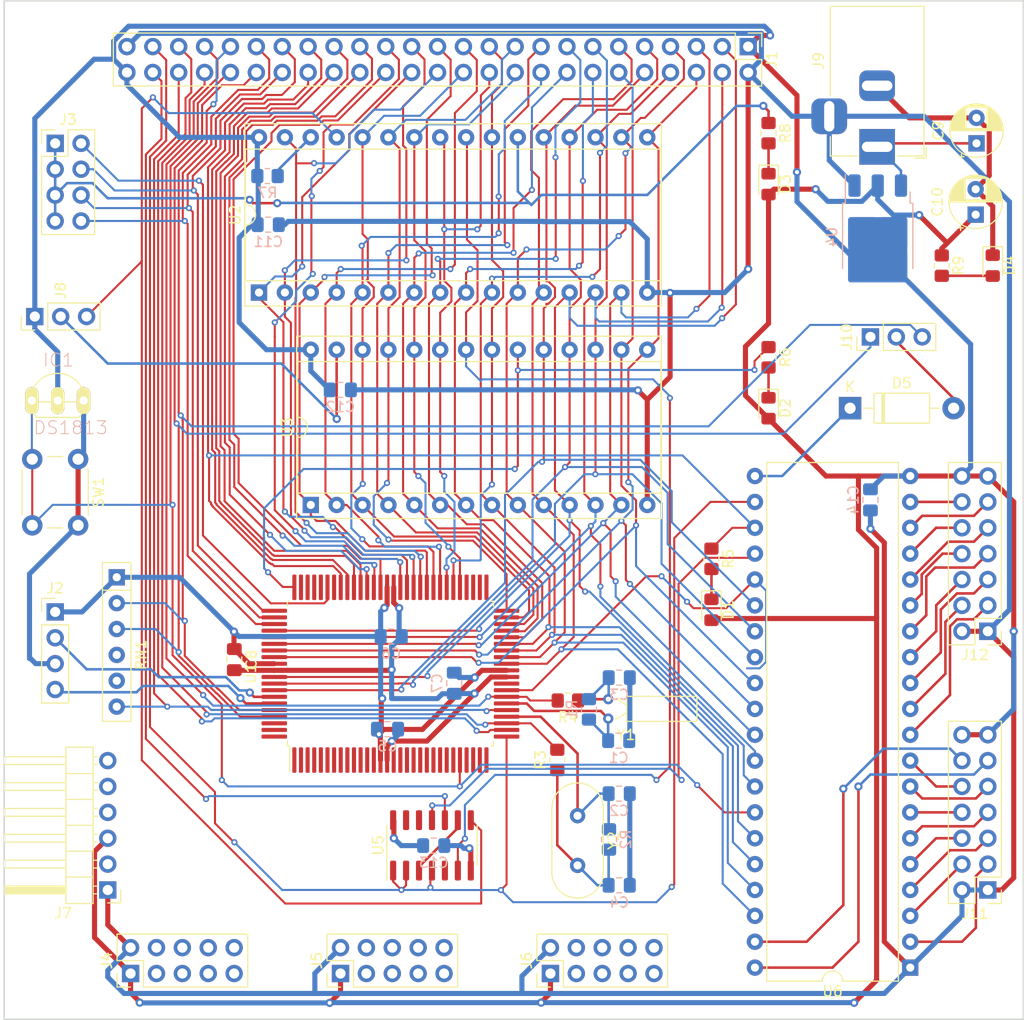
<source format=kicad_pcb>
(kicad_pcb (version 20241229) (generator "pcbnew") (generator_version "9.0")
  (layers (0 "F.Cu" signal) (2 "B.Cu" signal) (13 "F.Paste" user) (15 "B.Paste" user) (5 "F.SilkS" user "F.Silkscreen") (7 "B.SilkS" user "B.Silkscreen") (1 "F.Mask" user) (3 "B.Mask" user) (25 "Edge.Cuts" user))
  (net 0 "")
  (net 1 "Net-(U1-CLK)")
  (net 2 "GND")
  (net 3 "Net-(U1-FCLK)")
  (net 4 "Net-(C3-Pad1)")
  (net 5 "Net-(C4-Pad1)")
  (net 6 "+5V")
  (net 7 "Net-(U4-VI)")
  (net 8 "Net-(D2-K)")
  (net 9 "Net-(D5-K)")
  (net 10 "Net-(D1-K)")
  (net 11 "RESB")
  (net 12 "DTRB3")
  (net 13 "RXD3")
  (net 14 "TXD3")
  (net 15 "DSRB3")
  (net 16 "d0")
  (net 17 "d1")
  (net 18 "d2")
  (net 19 "d3")
  (net 20 "d4")
  (net 21 "d5")
  (net 22 "d6")
  (net 23 "d7")
  (net 24 "a0")
  (net 25 "a1")
  (net 26 "a2")
  (net 27 "a3")
  (net 28 "a4")
  (net 29 "a5")
  (net 30 "a6")
  (net 31 "a7")
  (net 32 "a8")
  (net 33 "a9")
  (net 34 "a10")
  (net 35 "a11")
  (net 36 "a12")
  (net 37 "a13")
  (net 38 "a14")
  (net 39 "a15")
  (net 40 "csb0")
  (net 41 "csb1")
  (net 42 "csb2")
  (net 43 "csb3")
  (net 44 "csb5")
  (net 45 "csb6")
  (net 46 "csb7")
  (net 47 "NMIB")
  (net 48 "IRQB")
  (net 49 "PHI2")
  (net 50 "WEB")
  (net 51 "MEMWEB")
  (net 52 "MEMOEB")
  (net 53 "Net-(D3-K)")
  (net 54 "a16")
  (net 55 "a17")
  (net 56 "a18")
  (net 57 "a19")
  (net 58 "a20")
  (net 59 "a21")
  (net 60 "a22")
  (net 61 "a23")
  (net 62 "DTRB0")
  (net 63 "DSRB0")
  (net 64 "DTRB1")
  (net 65 "DSRB1")
  (net 66 "DTRB2")
  (net 67 "DSRB2")
  (net 68 "RXD0")
  (net 69 "TXD0")
  (net 70 "RXD1")
  (net 71 "TXD1")
  (net 72 "RXD2")
  (net 73 "TXD2")
  (net 74 "PIIB")
  (net 75 "FA15")
  (net 76 "AMS")
  (net 77 "PIRS0")
  (net 78 "PIRS1")
  (net 79 "PIRS2")
  (net 80 "BA")
  (net 81 "BE")
  (net 82 "RUN")
  (net 83 "A5B")
  (net 84 "TG0")
  (net 85 "TG1")
  (net 86 "csb4")
  (net 103 "Net-(U5-Pad3)")
  (net 104 "CLKOB")
  (net 105 "FCLKOB")
  (net 106 "Net-(D4-A)")
  (net 107 "Net-(D5-A)")
  (net 108 "Net-(J8-Pin_2)")
  (net 109 "Net-(J12-Pin_3)")
  (net 110 "Net-(J12-Pin_4)")
  (net 111 "Net-(J12-Pin_5)")
  (net 112 "Net-(J12-Pin_6)")
  (net 113 "Net-(J12-Pin_7)")
  (net 114 "Net-(J12-Pin_8)")
  (net 115 "Net-(J12-Pin_9)")
  (net 116 "Net-(J12-Pin_10)")
  (net 117 "Net-(J12-Pin_11)")
  (net 118 "Net-(J11-Pin_3)")
  (net 119 "Net-(J11-Pin_4)")
  (net 120 "Net-(J11-Pin_5)")
  (net 121 "Net-(J11-Pin_6)")
  (net 122 "Net-(J11-Pin_7)")
  (net 123 "Net-(J11-Pin_8)")
  (net 124 "Net-(J11-Pin_9)")
  (net 125 "Net-(J11-Pin_10)")
  (net 126 "Net-(J11-Pin_11)")
  (net 127 "Net-(J11-Pin_12)")
  (net 128 "Net-(J12-Pin_12)")
  (net 129 "MEMCS1B")
  (net 130 "MEMCS2")
  (footprint "Connector_PinHeader_2.54mm:PinHeader_1x03_P2.54mm_Vertical" (layer "F.Cu") (at 58 76 90)
    (property "Reference" "J8")
    (property "Value" "EEPROM R/W")
  )
  (footprint "LED_SMD:LED_0805_2012Metric_Pad1.15x1.40mm_HandSolder" (layer "F.Cu") (at 152 71 -90)
    (property "Reference" "D4")
    (property "Value" "LED")
  )
  (footprint "Connector_PinHeader_2.54mm:PinHeader_2x25_P2.54mm_Vertical" (layer "F.Cu") (at 128 49.5 -90)
    (property "Reference" "J1")
    (property "Value" "XBUS_265")
  )
  (footprint "Resistor_SMD:R_0805_2012Metric_Pad1.20x1.40mm_HandSolder" (layer "F.Cu") (at 124.399883 99.787184 -90)
    (property "Reference" "R5")
    (property "Value" "3K")
  )
  (footprint "LED_SMD:LED_0805_2012Metric_Pad1.15x1.40mm_HandSolder" (layer "F.Cu") (at 124.399883 104.787184 -90)
    (property "Reference" "D1")
    (property "Value" "green")
  )
  (footprint "Connector_PinHeader_2.54mm:PinHeader_2x07_P2.54mm_Vertical" (layer "F.Cu") (at 151.52 106.9 180)
    (property "Reference" "J12")
    (property "Value" "VIA1 Port B")
  )
  (footprint "Capacitor_SMD:C_0805_2012Metric_Pad1.18x1.45mm_HandSolder" (layer "F.Cu") (at 77.576776 109.683551 -90)
    (property "Reference" "C8")
    (property "Value" "100nF")
  )
  (footprint "Resistor_SMD:R_0805_2012Metric_Pad1.20x1.40mm_HandSolder" (layer "F.Cu") (at 130 80 -90)
    (property "Reference" "R6")
    (property "Value" "3K")
  )
  (footprint "Package_DIP:DIP-32_W15.24mm_Socket" (layer "F.Cu") (at 80 73.645439 90)
    (property "Reference" "U2")
    (property "Value" "68c128 SRAM")
  )
  (footprint "Connector_BarrelJack:BarrelJack_Horizontal" (layer "F.Cu") (at 140.6575 59.34 -90)
    (property "Reference" "J9")
    (property "Value" "DC Power")
  )
  (footprint "MountingHole:MountingHole_2.7mm_M2.5_DIN965" (layer "F.Cu") (at 151.52 139.92)
    (property "Reference" "MH4" (hide yes))
    (property "Value" "MountingHole_2.7mm_M2.5_DIN965" (hide yes))
  )
  (footprint "Connector_PinHeader_2.54mm:PinHeader_1x04_P2.54mm_Vertical" (layer "F.Cu") (at 60 105)
    (property "Reference" "J2")
    (property "Value" "TGx")
  )
  (footprint "LED_SMD:LED_0805_2012Metric_Pad1.15x1.40mm_HandSolder" (layer "F.Cu") (at 130 63 -90)
    (property "Reference" "D3")
    (property "Value" "green")
  )
  (footprint "Mench Reloaded_footprints:PQFP-100_14x20mm_P0.65mm_HandSolder" (layer "F.Cu") (at 92.895 111.063093 90)
    (property "Reference" "U1")
    (property "Value" "W65C265SxQ")
  )
  (footprint "Connector_PinHeader_2.54mm:PinHeader_1x06_P2.54mm_Horizontal" (layer "F.Cu") (at 65.16 132.3 180)
    (property "Reference" "J7")
    (property "Value" "FTDI serial")
  )
  (footprint "Resistor_SMD:R_0805_2012Metric_Pad1.20x1.40mm_HandSolder" (layer "F.Cu") (at 130 58 -90)
    (property "Reference" "R8")
    (property "Value" "3K")
  )
  (footprint "LED_SMD:LED_0805_2012Metric_Pad1.15x1.40mm_HandSolder" (layer "F.Cu") (at 130 85 -90)
    (property "Reference" "D2")
    (property "Value" "green")
  )
  (footprint "MountingHole:MountingHole_2.7mm_M2.5_DIN965" (layer "F.Cu") (at 58.57 50.55)
    (property "Reference" "MH1" (hide yes))
    (property "Value" "MountingHole_2.7mm_M2.5_DIN965" (hide yes))
  )
  (footprint "Button_Switch_THT:SW_PUSH_6mm_H5mm" (layer "F.Cu") (at 62.25 90 -90)
    (property "Reference" "SW1")
    (property "Value" "SW_Push")
  )
  (footprint "Resistor_SMD:R_0805_2012Metric_Pad1.20x1.40mm_HandSolder" (layer "F.Cu") (at 110.311922 113.698598 180)
    (property "Reference" "R4")
    (property "Value" "150K")
  )
  (footprint "Crystal:Crystal_C26-LF_D2.1mm_L6.5mm_Horizontal" (layer "F.Cu") (at 114.272198 115.47 90)
    (property "Reference" "Y1")
    (property "Value" "32.768 kHz")
  )
  (footprint "Connector_PinHeader_2.54mm:PinHeader_2x05_P2.54mm_Vertical" (layer "F.Cu") (at 67.4 140.5 90)
    (property "Reference" "J4")
    (property "Value" "P4x")
  )
  (footprint "Capacitor_THT:CP_Radial_D5.0mm_P2.50mm" (layer "F.Cu") (at 150.407022 59 90)
    (property "Reference" "C9")
    (property "Value" "10uF")
  )
  (footprint "MountingHole:MountingHole_2.7mm_M2.5_DIN965" (layer "F.Cu") (at 58.57 139.45)
    (property "Reference" "MH2" (hide yes))
    (property "Value" "MountingHole_2.7mm_M2.5_DIN965" (hide yes))
  )
  (footprint "Connector_PinHeader_2.54mm:PinHeader_2x07_P2.54mm_Vertical" (layer "F.Cu") (at 151.52 132.3 180)
    (property "Reference" "J11")
    (property "Value" "VIA1 Port A")
  )
  (footprint "Connector_PinHeader_2.54mm:PinHeader_2x05_P2.54mm_Vertical" (layer "F.Cu") (at 108.6 140.5 90)
    (property "Reference" "J6")
    (property "Value" "P6x")
  )
  (footprint "Crystal:Crystal_HC49-U_Vertical" (layer "F.Cu") (at 111.261407 125.006136 -90)
    (property "Reference" "Y2")
    (property "Value" "3.6864 mHz")
  )
  (footprint "MountingHole:MountingHole_2.7mm_M2.5_DIN965" (layer "F.Cu") (at 151.52 51.02)
    (property "Reference" "MH3" (hide yes))
    (property "Value" "MountingHole_2.7mm_M2.5_DIN965" (hide yes))
  )
  (footprint "Resistor_SMD:R_0805_2012Metric_Pad1.20x1.40mm_HandSolder" (layer "F.Cu") (at 109.27081 119.534307 90)
    (property "Reference" "R3")
    (property "Value" "1.5K")
  )
  (footprint "Resistor_THT:R_Array_SIP6" (layer "F.Cu") (at 66.04 101.6 -90)
    (property "Reference" "RN1")
    (property "Value" "3K")
  )
  (footprint "Connector_PinHeader_2.54mm:PinHeader_2x04_P2.54mm_Vertical" (layer "F.Cu") (at 60 59)
    (property "Reference" "J3")
    (property "Value" "RAM CSB select")
  )
  (footprint "Package_DIP:DIP-40_W15.24mm" (layer "F.Cu") (at 143.905 139.92 180)
    (property "Reference" "U6")
    (property "Value" "W65C22SxP")
  )
  (footprint "Resistor_SMD:R_0805_2012Metric_Pad1.20x1.40mm_HandSolder" (layer "F.Cu") (at 147 71 -90)
    (property "Reference" "R9")
    (property "Value" "3K")
  )
  (footprint "Connector_PinHeader_2.54mm:PinHeader_2x05_P2.54mm_Vertical" (layer "F.Cu") (at 88 140.5 90)
    (property "Reference" "J5")
    (property "Value" "P5x")
  )
  (footprint "Capacitor_THT:CP_Radial_D5.0mm_P2.50mm" (layer "F.Cu") (at 150.322542 66 90)
    (property "Reference" "C10")
    (property "Value" "100uF")
  )
  (footprint "ds1813_revised:ds1813_revised-TO-92" (layer "F.Cu") (at 60.25 84.25)
    (property "Reference" "IC1")
    (property "Value" "DS1813")
  )
  (footprint "Package_DIP:DIP-28_W15.24mm_Socket" (layer "F.Cu") (at 85.08 94.5 90)
    (property "Reference" "U3")
    (property "Value" "28C256")
  )
  (footprint "Package_SO:SOIC-14_3.9x8.7mm_P1.27mm" (layer "F.Cu") (at 96.972469 127.919155 90)
    (property "Reference" "U5")
    (property "Value" "74HC00")
  )
  (footprint "Connector_PinHeader_2.54mm:PinHeader_1x03_P2.54mm_Vertical" (layer "F.Cu") (at 140 78 90)
    (property "Reference" "J10")
    (property "Value" "Int Sel 1")
  )
  (footprint "Diode_THT:D_DO-41_SOD81_P10.16mm_Horizontal" (layer "F.Cu") (at 138 85)
    (property "Reference" "D5")
    (property "Value" "1N5817")
  )
  (footprint "Capacitor_SMD:C_0805_2012Metric_Pad1.18x1.45mm_HandSolder" (layer "B.Cu") (at 97.1425 127.941369)
    (property "Reference" "C13")
    (property "Value" "0.1uF")
  )
  (footprint "Capacitor_SMD:C_0805_2012Metric_Pad1.18x1.45mm_HandSolder" (layer "B.Cu") (at 80.907086 66.981905)
    (property "Reference" "C11")
    (property "Value" "0.1uF")
  )
  (footprint "Package_TO_SOT_SMD:TO-252-3_TabPin2" (layer "B.Cu") (at 140.715 68.185 -90)
    (property "Reference" "U4")
    (property "Value" "LM1117 TO-252-3")
  )
  (footprint "Resistor_SMD:R_0805_2012Metric_Pad1.20x1.40mm_HandSolder" (layer "B.Cu") (at 112.376619 114.566974 -90)
    (property "Reference" "R1")
    (property "Value" "20M")
  )
  (footprint "Capacitor_SMD:C_0805_2012Metric_Pad1.18x1.45mm_HandSolder" (layer "B.Cu") (at 92.612998 116.5098)
    (property "Reference" "C5")
    (property "Value" "10nF")
  )
  (footprint "Capacitor_SMD:C_0805_2012Metric_Pad1.18x1.45mm_HandSolder" (layer "B.Cu") (at 115.352131 111.451581)
    (property "Reference" "C3")
    (property "Value" "47pF")
  )
  (footprint "Capacitor_SMD:C_0805_2012Metric_Pad1.18x1.45mm_HandSolder" (layer "B.Cu") (at 115.347516 131.840168)
    (property "Reference" "C4")
    (property "Value" "47pF")
  )
  (footprint "Resistor_SMD:R_0805_2012Metric_Pad1.20x1.40mm_HandSolder" (layer "B.Cu") (at 114.347516 127.340168 90)
    (property "Reference" "R2")
    (property "Value" "1M")
  )
  (footprint "Capacitor_SMD:C_0805_2012Metric_Pad1.18x1.45mm_HandSolder" (layer "B.Cu") (at 87.98 83.2)
    (property "Reference" "C12")
    (property "Value" "0.1uF")
  )
  (footprint "Capacitor_SMD:C_0805_2012Metric_Pad1.18x1.45mm_HandSolder" (layer "B.Cu") (at 99.158726 112.003285 -90)
    (property "Reference" "C7")
    (property "Value" "100nF")
  )
  (footprint "Resistor_SMD:R_0805_2012Metric_Pad1.20x1.40mm_HandSolder" (layer "B.Cu") (at 80.835464 62.208001)
    (property "Reference" "R7")
    (property "Value" "3K")
  )
  (footprint "Capacitor_SMD:C_0805_2012Metric_Pad1.18x1.45mm_HandSolder" (layer "B.Cu") (at 92.97373 107.409398)
    (property "Reference" "C6")
    (property "Value" "10nF")
  )
  (footprint "Capacitor_SMD:C_0805_2012Metric_Pad1.18x1.45mm_HandSolder" (layer "B.Cu") (at 115.293485 117.640264)
    (property "Reference" "C1")
    (property "Value" "47pF")
  )
  (footprint "Capacitor_SMD:C_0805_2012Metric_Pad1.18x1.45mm_HandSolder" (layer "B.Cu") (at 140 94 -90)
    (property "Reference" "C14")
    (property "Value" "0.1uF")
  )
  (footprint "Capacitor_SMD:C_0805_2012Metric_Pad1.18x1.45mm_HandSolder" (layer "B.Cu") (at 115.347516 122.840168)
    (property "Reference" "C2")
    (property "Value" "27pF")
  )
  (gr_rect (start 55 45) (end 155 145) (stroke (width 0.15)) (fill no) (layer "Edge.Cuts"))
  (segment (start 113.525796 114.723598) (end 114.272198 115.47) (width 0.25) (layer "F.Cu") (net 1))
  (segment (start 106.274501 113.988093) (end 107.010006 114.723598) (width 0.25) (layer "F.Cu") (net 1))
  (segment (start 104.295 113.988093) (end 106.274501 113.988093) (width 0.25) (layer "F.Cu") (net 1))
  (segment (start 107.010006 114.723598) (end 113.525796 114.723598) (width 0.25) (layer "F.Cu") (net 1))
  (segment (start 114.255985 117.44634) (end 112.376619 115.566974) (width 0.25) (layer "B.Cu") (net 1))
  (segment (start 114.255985 117.640264) (end 114.255985 117.44634) (width 0.25) (layer "B.Cu") (net 1))
  (segment (start 114.255985 115.486213) (end 114.272198 115.47) (width 0.25) (layer "B.Cu") (net 1))
  (segment (start 114.255985 117.640264) (end 114.255985 115.486213) (width 0.25) (layer "B.Cu") (net 1))
  (segment (start 102.77279 111.388093) (end 101.147254 113.013629) (width 0.5) (layer "F.Cu") (net 2))
  (segment (start 154.06 109.44) (end 151.52 106.9) (width 0.5) (layer "F.Cu") (net 2))
  (segment (start 128 71.34) (end 128 52.04) (width 0.5) (layer "F.Cu") (net 2))
  (segment (start 118.1 94.5) (end 118.1 84.162389) (width 0.5) (layer "F.Cu") (net 2))
  (segment (start 152.87 132.3) (end 154.06 131.11) (width 0.5) (layer "F.Cu") (net 2))
  (segment (start 150.322542 63.5) (end 152 65.177458) (width 0.5) (layer "F.Cu") (net 2))
  (segment (start 151.657022 57.75) (end 151.657022 62.16552) (width 0.5) (layer "F.Cu") (net 2))
  (segment (start 120.340397 73.683269) (end 120.340397 81.921992) (width 0.5) (layer "F.Cu") (net 2))
  (segment (start 118.1 84.162389) (end 120.340397 81.921992) (width 0.5) (layer "F.Cu") (net 2))
  (segment (start 77.576776 110.721051) (end 77.593818 110.738093) (width 0.5) (layer "F.Cu") (net 2))
  (segment (start 143.8175 56.5) (end 140.6575 53.34) (width 0.5) (layer "F.Cu") (net 2))
  (segment (start 141.36 137.375) (end 141.36 98.19813) (width 0.5) (layer "F.Cu") (net 2))
  (segment (start 100.782469 130.394155) (end 100.782469 128.352028) (width 0.5) (layer "F.Cu") (net 2))
  (segment (start 92.57 118.1484) (end 93.0402 117.6782) (width 0.5) (layer "F.Cu") (net 2))
  (segment (start 65.16 132.3) (end 65.16 135.72) (width 0.5) (layer "F.Cu") (net 2))
  (segment (start 151.52 132.3) (end 152.87 132.3) (width 0.5) (layer "F.Cu") (net 2))
  (segment (start 100.782469 128.352028) (end 100.640944 128.210503) (width 0.5) (layer "F.Cu") (net 2))
  (segment (start 62.25 96.5) (end 62.25 90) (width 0.5) (layer "F.Cu") (net 2))
  (segment (start 81.495 110.738093) (end 92.944507 110.738093) (width 0.5) (layer "F.Cu") (net 2))
  (segment (start 118.1 84.162389) (end 117.182794 83.245183) (width 0.5) (layer "F.Cu") (net 2))
  (segment (start 92.944507 110.738093) (end 93.0148 110.6678) (width 0.5) (layer "F.Cu") (net 2))
  (segment (start 151.657022 62.16552) (end 150.322542 63.5) (width 0.5) (layer "F.Cu") (net 2))
  (segment (start 104.295 111.388093) (end 102.77279 111.388093) (width 0.5) (layer "F.Cu") (net 2))
  (segment (start 154.06 131.11) (end 154.06 109.44) (width 0.5) (layer "F.Cu") (net 2))
  (segment (start 93.22 104.0912) (end 93.7514 104.6226) (width 0.5) (layer "F.Cu") (net 2))
  (segment (start 92.57 119.543093) (end 92.57 118.1484) (width 0.5) (layer "F.Cu") (net 2))
  (segment (start 120.335295 73.678167) (end 120.340397 73.683269) (width 0.5) (layer "F.Cu") (net 2))
  (segment (start 93.0402 117.6782) (end 96.482683 117.6782) (width 0.5) (layer "F.Cu") (net 2))
  (segment (start 65.16 135.72) (end 67.4 137.96) (width 0.5) (layer "F.Cu") (net 2))
  (segment (start 141.36 98.19813) (end 140.002358 96.840488) (width 0.5) (layer "F.Cu") (net 2))
  (segment (start 152 65.177458) (end 152 69.975) (width 0.5) (layer "F.Cu") (net 2))
  (segment (start 143.905 139.92) (end 141.36 137.375) (width 0.5) (layer "F.Cu") (net 2))
  (segment (start 150.407022 56.5) (end 151.657022 57.75) (width 0.5) (layer "F.Cu") (net 2))
  (segment (start 93.22 102.583093) (end 93.22 104.0912) (width 0.5) (layer "F.Cu") (net 2))
  (segment (start 143.8175 56.5) (end 150.407022 56.5) (width 0.5) (layer "F.Cu") (net 2))
  (segment (start 148.98 106.9) (end 151.52 106.9) (width 0.5) (layer "F.Cu") (net 2))
  (segment (start 77.593818 110.738093) (end 81.495 110.738093) (width 0.5) (layer "F.Cu") (net 2))
  (segment (start 96.482683 117.6782) (end 101.147254 113.013629) (width 0.5) (layer "F.Cu") (net 2))
  (via (at 120.335295 73.678167) (size 0.8) (drill 0.4) (layers "F.Cu" "B.Cu") (net 2))
  (via (at 128 71.34) (size 0.8) (drill 0.4) (layers "F.Cu" "B.Cu") (net 2))
  (via (at 140.002358 96.840488) (size 0.8) (drill 0.4) (layers "F.Cu" "B.Cu") (net 2))
  (via (at 117.182794 83.245183) (size 0.8) (drill 0.4) (layers "F.Cu" "B.Cu") (net 2))
  (via (at 100.640944 128.210503) (size 0.8) (drill 0.4) (layers "F.Cu" "B.Cu") (net 2))
  (via (at 93.7514 104.6226) (size 0.8) (drill 0.4) (layers "F.Cu" "B.Cu") (net 2))
  (via (at 93.0402 117.6782) (size 0.8) (drill 0.4) (layers "F.Cu" "B.Cu") (net 2))
  (via (at 93.0148 110.6678) (size 0.8) (drill 0.4) (layers "F.Cu" "B.Cu") (net 2))
  (via (at 101.147254 113.013629) (size 0.8) (drill 0.4) (layers "F.Cu" "B.Cu") (net 2))
  (segment (start 99.158726 113.040785) (end 97.982415 113.040785) (width 0.5) (layer "B.Cu") (net 2))
  (segment (start 120.335295 73.678167) (end 120.368023 73.645439) (width 0.5) (layer "B.Cu") (net 2))
  (segment (start 66.76 142.46) (end 65.16 140.86) (width 0.5) (layer "B.Cu") (net 2))
  (segment (start 93.0148 113.5126) (end 93.0148 110.6678) (width 0.5) (layer "B.Cu") (net 2))
  (segment (start 65.16 140.2) (end 67.4 137.96) (width 0.5) (layer "B.Cu") (net 2))
  (segment (start 89.0175 83.2) (end 117.137611 83.2) (width 0.5) (layer "B.Cu") (net 2))
  (segment (start 116.389631 117.581618) (end 116.330985 117.640264) (width 0.5) (layer "B.Cu") (net 2))
  (segment (start 125.694561 73.645439) (end 128 71.34) (width 0.5) (layer "B.Cu") (net 2))
  (segment (start 99.829708 127.941369) (end 100.098842 128.210503) (width 0.5) (layer "B.Cu") (net 2))
  (segment (start 100.098842 128.210503) (end 100.640944 128.210503) (width 0.5) (layer "B.Cu") (net 2))
  (segment (start 62.79 84.25) (end 62.79 89.46) (width 0.5) (layer "B.Cu") (net 2))
  (segment (start 65.16 140.86) (end 65.16 140.2) (width 0.5) (layer "B.Cu") (net 2))
  (segment (start 57.5818 109.5756) (end 58.0862 110.08) (width 0.5) (layer "B.Cu") (net 2))
  (segment (start 140 95.0375) (end 140 96.83813) (width 0.5) (layer "B.Cu") (net 2))
  (segment (start 141.365 142.46) (end 66.76 142.46) (width 0.5) (layer "B.Cu") (net 2))
  (segment (start 67.04 49.5) (end 68.34 48.2) (width 0.5) (layer "B.Cu") (net 2))
  (segment (start 117.137611 83.2) (end 117.182794 83.245183) (width 0.5) (layer "B.Cu") (net 2))
  (segment (start 81.944586 66.981905) (end 82.532086 66.981905) (width 0.5) (layer "B.Cu") (net 2))
  (segment (start 153.640867 104.779133) (end 153.640867 64.733845) (width 0.5) (layer "B.Cu") (net 2))
  (segment (start 148.98 134.845) (end 148.98 132.3) (width 0.5) (layer "B.Cu") (net 2))
  (segment (start 101.147254 113.013629) (end 99.185882 113.013629) (width 0.5) (layer "B.Cu") (net 2))
  (segment (start 93.7514 104.6226) (end 93.7514 107.149568) (width 0.5) (layer "B.Cu") (net 2))
  (segment (start 143.905 139.92) (end 141.365 142.46) (width 0.5) (layer "B.Cu") (net 2))
  (segment (start 99.185882 113.013629) (end 99.158726 113.040785) (width 0.5) (layer "B.Cu") (net 2))
  (segment (start 116.385016 122.840168) (end 116.385016 131.840168) (width 0.5) (layer "B.Cu") (net 2))
  (segment (start 98.18 127.941369) (end 99.829708 127.941369) (width 0.5) (layer "B.Cu") (net 2))
  (segment (start 118.1 73.645439) (end 120.302567 73.645439) (width 0.5) (layer "B.Cu") (net 2))
  (segment (start 93.0148 108.405828) (end 94.01123 107.409398) (width 0.5) (layer "B.Cu") (net 2))
  (segment (start 97.5106 113.5126) (end 93.0148 113.5126) (width 0.5) (layer "B.Cu") (net 2))
  (segment (start 88 137.96) (end 85.48 140.48) (width 0.5) (layer "B.Cu") (net 2))
  (segment (start 135.9575 56.34) (end 132.3 56.34) (width 0.5) (layer "B.Cu") (net 2))
  (segment (start 103.993461 66.6362) (end 104.015661 66.6584) (width 0.5) (layer "B.Cu") (net 2))
  (segment (start 93.0148 110.6678) (end 93.0148 108.405828) (width 0.5) (layer "B.Cu") (net 2))
  (segment (start 105.8 140.76) (end 105.8 142.46) (width 0.5) (layer "B.Cu") (net 2))
  (segment (start 151.52 132.3) (end 148.98 132.3) (width 0.5) (layer "B.Cu") (net 2))
  (segment (start 120.368023 73.645439) (end 125.694561 73.645439) (width 0.5) (layer "B.Cu") (net 2))
  (segment (start 82.855591 66.6584) (end 103.349939 66.6584) (width 0.5) (layer "B.Cu") (net 2))
  (segment (start 93.650498 117.067902) (end 93.650498 116.5098) (width 0.5) (layer "B.Cu") (net 2))
  (segment (start 104.015661 66.6584) (end 107.898418 66.6584) (width 0.5) (layer "B.Cu") (net 2))
  (segment (start 107.925002 66.684984) (end 116.384984 66.684984) (width 0.5) (layer "B.Cu") (net 2))
  (segment (start 151.52 106.9) (end 153.640867 104.779133) (width 0.5) (layer "B.Cu") (net 2))
  (segment (start 145.247022 56.34) (end 135.9575 56.34) (width 0.5) (layer "B.Cu") (net 2))
  (segment (start 97.982415 113.040785) (end 97.5106 113.5126) (width 0.5) (layer "B.Cu") (net 2))
  (segment (start 108.6 137.96) (end 105.8 140.76) (width 0.5) (layer "B.Cu") (net 2))
  (segment (start 68.34 48.2) (end 129.3 48.2) (width 0.5) (layer "B.Cu") (net 2))
  (segment (start 93.7514 107.149568) (end 94.01123 107.409398) (width 0.5) (layer "B.Cu") (net 2))
  (segment (start 135.9575 60.6675) (end 135.9575 56.34) (width 0.5) (layer "B.Cu") (net 2))
  (segment (start 143.905 139.92) (end 148.98 134.845) (width 0.5) (layer "B.Cu") (net 2))
  (segment (start 58.0862 110.08) (end 60 110.08) (width 0.5) (layer "B.Cu") (net 2))
  (segment (start 107.898418 66.6584) (end 107.925002 66.684984) (width 0.5) (layer "B.Cu") (net 2))
  (segment (start 82.532086 66.981905) (end 82.855591 66.6584) (width 0.5) (layer "B.Cu") (net 2))
  (segment (start 132.3 56.34) (end 128 52.04) (width 0.5) (layer "B.Cu") (net 2))
  (segment (start 57.4802 101.2698) (end 62.25 96.5) (width 0.5) (layer "B.Cu") (net 2))
  (segment (start 85.48 140.48) (end 85.48 142.46) (width 0.5) (layer "B.Cu") (net 2))
  (segment (start 116.384984 66.684984) (end 118.1 68.4) (width 0.5) (layer "B.Cu") (net 2))
  (segment (start 62.79 89.46) (end 62.25 90) (width 0.5) (layer "B.Cu") (net 2))
  (segment (start 118.1 68.4) (end 118.1 73.645439) (width 0.5) (layer "B.Cu") (net 2))
  (segment (start 140 96.83813) (end 140.002358 96.840488) (width 0.5) (layer "B.Cu") (net 2))
  (segment (start 116.389631 111.451581) (end 116.389631 117.581618) (width 0.5) (layer "B.Cu") (net 2))
  (segment (start 57.4802 101.2698) (end 57.4802 109.5756) (width 0.5) (layer "B.Cu") (net 2))
  (segment (start 93.0402 117.6782) (end 93.650498 117.067902) (width 0.5) (layer "B.Cu") (net 2))
  (segment (start 138.435 63.145) (end 135.9575 60.6675) (width 0.5) (layer "B.Cu") (net 2))
  (segment (start 103.349939 66.6584) (end 103.372139 66.6362) (width 0.5) (layer "B.Cu") (net 2))
  (segment (start 153.640867 64.733845) (end 145.247022 56.34) (width 0.5) (layer "B.Cu") (net 2))
  (segment (start 129.3 48.2) (end 129.3 50.74) (width 0.5) (layer "B.Cu") (net 2))
  (segment (start 120.302567 73.645439) (end 120.335295 73.678167) (width 0.5) (layer "B.Cu") (net 2))
  (segment (start 57.4802 109.5756) (end 57.5818 109.5756) (width 0.5) (layer "B.Cu") (net 2))
  (segment (start 103.372139 66.6362) (end 103.993461 66.6362) (width 0.5) (layer "B.Cu") (net 2))
  (segment (start 129.3 50.74) (end 128 52.04) (width 0.5) (layer "B.Cu") (net 2))
  (segment (start 111.261407 118.911731) (end 111.261407 125.006136) (width 0.25) (layer "F.Cu") (net 3))
  (segment (start 107.637769 115.288093) (end 111.261407 118.911731) (width 0.25) (layer "F.Cu") (net 3))
  (segment (start 104.295 115.288093) (end 107.637769 115.288093) (width 0.25) (layer "F.Cu") (net 3))
  (segment (start 114.310016 126.302668) (end 114.310016 122.840168) (width 0.25) (layer "B.Cu") (net 3))
  (segment (start 114.347516 126.340168) (end 114.310016 126.302668) (width 0.25) (layer "B.Cu") (net 3))
  (segment (start 114.310016 122.840168) (end 113.427375 122.840168) (width 0.25) (layer "B.Cu") (net 3))
  (segment (start 113.427375 122.840168) (end 111.261407 125.006136) (width 0.25) (layer "B.Cu") (net 3))
  (segment (start 111.44052 113.57) (end 114.272198 113.57) (width 0.25) (layer "F.Cu") (net 4))
  (segment (start 111.311922 113.698598) (end 111.44052 113.57) (width 0.25) (layer "F.Cu") (net 4))
  (segment (start 114.314631 111.451581) (end 114.314631 113.527567) (width 0.25) (layer "B.Cu") (net 4))
  (segment (start 114.314631 113.527567) (end 114.272198 113.57) (width 0.25) (layer "B.Cu") (net 4))
  (segment (start 114.314631 111.628962) (end 112.376619 113.566974) (width 0.25) (layer "B.Cu") (net 4))
  (segment (start 114.314631 111.451581) (end 114.314631 111.628962) (width 0.25) (layer "B.Cu") (net 4))
  (segment (start 109.27081 127.895539) (end 111.261407 129.886136) (width 0.25) (layer "F.Cu") (net 5))
  (segment (start 109.27081 120.534307) (end 109.27081 127.895539) (width 0.25) (layer "F.Cu") (net 5))
  (segment (start 114.310016 128.377668) (end 114.310016 131.840168) (width 0.25) (layer "B.Cu") (net 5))
  (segment (start 113.215439 131.840168) (end 111.261407 129.886136) (width 0.25) (layer "B.Cu") (net 5))
  (segment (start 114.310016 131.840168) (end 113.215439 131.840168) (width 0.25) (layer "B.Cu") (net 5))
  (segment (start 114.347516 128.340168) (end 114.310016 128.377668) (width 0.25) (layer "B.Cu") (net 5))
  (segment (start 91.7702 117.0036) (end 91.9988 116.775) (width 0.5) (layer "F.Cu") (net 6))
  (segment (start 140.603425 141.167763) (end 140.603425 105.5) (width 0.5) (layer "F.Cu") (net 6))
  (segment (start 148.98 91.66) (end 151.52 91.66) (width 0.5) (layer "F.Cu") (net 6))
  (segment (start 92.57 102.583093) (end 92.57 104.33) (width 0.5) (layer "F.Cu") (net 6))
  (segment (start 130.525 63.5) (end 130 64.025) (width 0.5) (layer "F.Cu") (net 6))
  (segment (start 91.9076 118.280694) (end 91.9076 117.141) (width 0.5) (layer "F.Cu") (net 6))
  (segment (start 127.7366 78.9432) (end 127.7366 83.7616) (width 0.5) (layer "F.Cu") (net 6))
  (segment (start 93.233719 125.515405) (end 93.162469 125.444155) (width 0.5) (layer "F.Cu") (net 6))
  (segment (start 91.9988 116.775) (end 91.9988 113.587477) (width 0.5) (layer "F.Cu") (net 6))
  (segment (start 148.98 117.06) (end 151.52 117.06) (width 0.5) (layer "F.Cu") (net 6))
  (segment (start 135.635 91.66) (end 130 86.025) (width 0.5) (layer "F.Cu") (net 6))
  (segment (start 101.134844 111.437756) (end 96.0374 116.5352) (width 0.5) (layer "F.Cu") (net 6))
  (segment (start 130 64.025) (end 130 76.6798) (width 0.5) (layer "F.Cu") (net 6))
  (segment (start 143.905 91.66) (end 138.82 91.66) (width 0.5) (layer "F.Cu") (net 6))
  (segment (start 91.9076 117.141) (end 91.7702 117.0036) (width 0.5) (layer "F.Cu") (net 6))
  (segment (start 91.92 119.543093) (end 91.92 118.293094) (width 0.5) (layer "F.Cu") (net 6))
  (segment (start 101.864664 110.738093) (end 101.165001 111.437756) (width 0.5) (layer "F.Cu") (net 6))
  (segment (start 63.86 136.96) (end 67.4 140.5) (width 0.5) (layer "F.Cu") (net 6))
  (segment (start 88 140.5) (end 88 142.317045) (width 0.5) (layer "F.Cu") (net 6))
  (segment (start 92.2386 116.5352) (end 91.7702 117.0036) (width 0.5) (layer "F.Cu") (net 6))
  (segment (start 81.495 110.088093) (end 79.018818 110.088093) (width 0.5) (layer "F.Cu") (net 6))
  (segment (start 104.295 110.738093) (end 101.864664 110.738093) (width 0.5) (layer "F.Cu") (net 6))
  (segment (start 130.1495 48.406034) (end 129.093966 48.406034) (width 0.5) (layer "F.Cu") (net 6))
  (segment (start 138.82 91.66) (end 135.635 91.66) (width 0.5) (layer "F.Cu") (net 6))
  (segment (start 127.7366 83.7616) (end 130 86.025) (width 0.5) (layer "F.Cu") (net 6))
  (segment (start 140.603425 98.714348) (end 138.82 96.930923) (width 0.5) (layer "F.Cu") (net 6))
  (segment (start 108.6 142.413889) (end 107.683052 143.330837) (width 0.5) (layer "F.Cu") (net 6))
  (segment (start 132.790111 54.290111) (end 128 49.5) (width 0.5) (layer "F.Cu") (net 6))
  (segment (start 140.603425 105.5) (end 140.603425 98.714348) (width 0.5) (layer "F.Cu") (net 6))
  (segment (start 108.6 140.5) (end 108.6 142.413889) (width 0.5) (layer "F.Cu") (net 6))
  (segment (start 132.790111 61.828671) (end 132.790111 54.290111) (width 0.5) (layer "F.Cu") (net 6))
  (segment (start 129.093966 48.406034) (end 128 49.5) (width 0.5) (layer "F.Cu") (net 6))
  (segment (start 124.563067 105.649) (end 140.454425 105.649) (width 0.5) (layer "F.Cu") (net 6))
  (segment (start 93.233719 127.22) (end 93.233719 125.515405) (width 0.5) (layer "F.Cu") (net 6))
  (segment (start 96.0374 116.5352) (end 92.2386 116.5352) (width 0.5) (layer "F.Cu") (net 6))
  (segment (start 147 69.322542) (end 147.531271 68.791271) (width 0.5) (layer "F.Cu") (net 6))
  (segment (start 77.5462 108.615475) (end 77.576776 108.646051) (width 0.5) (layer "F.Cu") (net 6))
  (segment (start 68.297406 143.283306) (end 68.297406 143.3595) (width 0.5) (layer "F.Cu") (net 6))
  (segment (start 65.16 127.22) (end 63.86 128.52) (width 0.5) (layer "F.Cu") (net 6))
  (segment (start 88 142.317045) (end 86.933918 143.383127) (width 0.5) (layer "F.Cu") (net 6))
  (segment (start 151.52 91.66) (end 154.06 94.2) (width 0.5) (layer "F.Cu") (net 6))
  (segment (start 107.683052 143.330837) (end 107.683052 143.3595) (width 0.5) (layer "F.Cu") (net 6))
  (segment (start 124.399883 105.812184) (end 124.563067 105.649) (width 0.5) (layer "F.Cu") (net 6))
  (segment (start 101.165001 111.437756) (end 101.134844 111.437756) (width 0.5) (layer "F.Cu") (net 6))
  (segment (start 147 70) (end 147 69.322542) (width 0.5) (layer "F.Cu") (net 6))
  (segment (start 91.92 118.293094) (end 91.9076 118.280694) (width 0.5) (layer "F.Cu") (net 6))
  (segment (start 79.018818 110.088093) (end 77.576776 108.646051) (width 0.5) (layer "F.Cu") (net 6))
  (segment (start 134.62 63.5) (end 130.525 63.5) (width 0.5) (layer "F.Cu") (net 6))
  (segment (start 67.4 142.3859) (end 68.297406 143.283306) (width 0.5) (layer "F.Cu") (net 6))
  (segment (start 140.454425 105.649) (end 140.603425 105.5) (width 0.5) (layer "F.Cu") (net 6))
  (segment (start 92.57 104.33) (end 92.3 104.6) (width 0.5) (layer "F.Cu") (net 6))
  (segment (start 77.5462 106.934) (end 77.5462 108.615475) (width 0.5) (layer "F.Cu") (net 6))
  (segment (start 63.86 128.52) (end 63.86 136.96) (width 0.5) (layer "F.Cu") (net 6))
  (segment (start 147.531271 68.791271) (end 150.322542 66) (width 0.5) (layer "F.Cu") (net 6))
  (segment (start 67.4 140.5) (end 67.4 142.3859) (width 0.5) (layer "F.Cu") (net 6))
  (segment (start 130 76.6798) (end 127.7366 78.9432) (width 0.5) (layer "F.Cu") (net 6))
  (segment (start 91.9988 113.587477) (end 92.087958 113.498319) (width 0.5) (layer "F.Cu") (net 6))
  (segment (start 144.78 66.04) (end 147.531271 68.791271) (width 0.5) (layer "F.Cu") (net 6))
  (segment (start 138.82 96.930923) (end 138.82 91.66) (width 0.5) (layer "F.Cu") (net 6))
  (segment (start 143.905 91.66) (end 148.98 91.66) (width 0.5) (layer "F.Cu") (net 6))
  (segment (start 140.603425 141.167763) (end 138.400784 143.370404) (width 0.5) (layer "F.Cu") (net 6))
  (segment (start 154.06 94.2) (end 154.06 106.9) (width 0.5) (layer "F.Cu") (net 6))
  (via (at 107.683052 143.3595) (size 0.8) (drill 0.4) (layers "F.Cu" "B.Cu") (net 6))
  (via (at 92.3 104.6) (size 0.8) (drill 0.4) (layers "F.Cu" "B.Cu") (net 6))
  (via (at 154.06 106.9) (size 0.8) (drill 0.4) (layers "F.Cu" "B.Cu") (net 6))
  (via (at 77.5462 106.934) (size 0.8) (drill 0.4) (layers "F.Cu" "B.Cu") (net 6))
  (via (at 134.62 63.5) (size 0.8) (drill 0.4) (layers "F.Cu" "B.Cu") (net 6))
  (via (at 130.1495 48.406034) (size 0.8) (drill 0.4) (layers "F.Cu" "B.Cu") (net 6))
  (via (at 132.790111 61.828671) (size 0.8) (drill 0.4) (layers "F.Cu" "B.Cu") (net 6))
  (via (at 144.78 66.04) (size 0.8) (drill 0.4) (layers "F.Cu" "B.Cu") (net 6))
  (via (at 138.400784 143.370404) (size 0.8) (drill 0.4) (layers "F.Cu" "B.Cu") (net 6))
  (via (at 92.087958 113.498319) (size 0.8) (drill 0.4) (layers "F.Cu" "B.Cu") (net 6))
  (via (at 68.297406 143.3595) (size 0.8) (drill 0.4) (layers "F.Cu" "B.Cu") (net 6))
  (via (at 91.7702 117.0036) (size 0.8) (drill 0.4) (layers "F.Cu" "B.Cu") (net 6))
  (via (at 93.233719 127.22) (size 0.8) (drill 0.4) (layers "F.Cu" "B.Cu") (net 6))
  (via (at 86.933918 143.383127) (size 0.8) (drill 0.4) (layers "F.Cu" "B.Cu") (net 6))
  (via (at 101.165001 111.437756) (size 0.8) (drill 0.4) (layers "F.Cu" "B.Cu") (net 6))
  (segment (start 79.835464 62.208001) (end 79.9274 62.299937) (width 0.5) (layer "B.Cu") (net 6))
  (segment (start 135.815 64.695) (end 134.62 63.5) (width 0.5) (layer "B.Cu") (net 6))
  (segment (start 60 105) (end 62.64 105) (width 0.5) (layer "B.Cu") (net 6))
  (segment (start 129.589949 47.5) (end 130.1495 48.059551) (width 0.5) (layer "B.Cu") (net 6))
  (segment (start 78.0542 76.581) (end 80.7332 79.26) (width 0.5) (layer "B.Cu") (net 6))
  (segment (start 140.715 64.515) (end 142.24 66.04) (width 0.5) (layer "B.Cu") (net 6))
  (segment (start 66.04 101.6) (end 72.2122 101.6) (width 0.5) (layer "B.Cu") (net 6))
  (segment (start 72.203358 58.405439) (end 67.04 53.242081) (width 0.5) (layer "B.Cu") (net 6))
  (segment (start 67.04 53.242081) (end 67.04 52.04) (width 0.5) (layer "B.Cu") (net 6))
  (segment (start 149.83 90.81) (end 148.98 91.66) (width 0.5) (layer "B.Cu") (net 6))
  (segment (start 62.64 105) (end 66.04 101.6) (width 0.5) (layer "B.Cu") (net 6))
  (segment (start 140.715 63.145) (end 139.165 64.695) (width 0.5) (layer "B.Cu") (net 6))
  (segment (start 72.2122 101.6) (end 77.5462 106.934) (width 0.5) (layer "B.Cu") (net 6))
  (segment (start 91.93623 107.409398) (end 78.021598 107.409398) (width 0.5) (layer "B.Cu") (net 6))
  (segment (start 85.08 81.3375) (end 86.9425 83.2) (width 0.5) (layer "B.Cu") (net 6))
  (segment (start 85.08 79.26) (end 85.08 81.3375) (width 0.5) (layer "B.Cu") (net 6))
  (segment (start 107.683052 143.3595) (end 138.38988 143.3595) (width 0.5) (layer "B.Cu") (net 6))
  (segment (start 65.74 50.74) (end 65.74 48.961522) (width 0.5) (layer "B.Cu") (net 6))
  (segment (start 60.25 79.4778) (end 60.25 84.25) (width 0.5) (layer "B.Cu") (net 6))
  (segment (start 91.93623 107.409398) (end 91.93623 113.346591) (width 0.5) (layer "B.Cu") (net 6))
  (segment (start 154.06 106.9) (end 154.06 114.52) (width 0.5) (layer "B.Cu") (net 6))
  (segment (start 86.933918 143.383127) (end 86.957545 143.3595) (width 0.5) (layer "B.Cu") (net 6))
  (segment (start 78.021598 107.409398) (end 77.5462 106.934) (width 0.5) (layer "B.Cu") (net 6))
  (segment (start 79.869586 66.981905) (end 79.322095 66.981905) (width 0.5) (layer "B.Cu") (net 6))
  (segment (start 142.24 66.04) (end 144.78 66.04) (width 0.5) (layer "B.Cu") (net 6))
  (segment (start 63.814 50.74) (end 58 56.554) (width 0.5) (layer "B.Cu") (net 6))
  (segment (start 93.955088 127.941369) (end 93.233719 127.22) (width 0.5) (layer "B.Cu") (net 6))
  (segment (start 141.3025 91.66) (end 143.9 91.66) (width 0.5) (layer "B.Cu") (net 6))
  (segment (start 130.1495 48.059551) (end 130.1495 48.406034) (width 0.5) (layer "B.Cu") (net 6))
  (segment (start 91.93623 107.409398) (end 91.93623 104.96377) (width 0.5) (layer "B.Cu") (net 6))
  (segment (start 80 58.405439) (end 72.203358 58.405439) (width 0.5) (layer "B.Cu") (net 6))
  (segment (start 79.9274 62.299937) (end 79.9274 66.924091) (width 0.5) (layer "B.Cu") (net 6))
  (segment (start 67.201522 47.5) (end 129.589949 47.5) (width 0.5) (layer "B.Cu") (net 6))
  (segment (start 86.957545 143.3595) (end 107.683052 143.3595) (width 0.5) (layer "B.Cu") (net 6))
  (segment (start 99.630697 111.437756) (end 99.158726 110.965785) (width 0.5) (layer "B.Cu") (net 6))
  (segment (start 138.38988 143.3595) (end 138.400784 143.370404) (width 0.5) (layer "B.Cu") (net 6))
  (segment (start 96.105 127.941369) (end 93.955088 127.941369) (width 0.5) (layer "B.Cu") (net 6))
  (segment (start 142.24 71.12) (end 149.83 78.71) (width 0.5) (layer "B.Cu") (net 6))
  (segment (start 91.93623 104.96377) (end 92.3 104.6) (width 0.5) (layer "B.Cu") (net 6))
  (segment (start 140 92.9625) (end 141.3025 91.66) (width 0.5) (layer "B.Cu") (net 6))
  (segment (start 79.322095 66.981905) (end 78.0542 68.2498) (width 0.5) (layer "B.Cu") (net 6))
  (segment (start 140.715 63.145) (end 140.715 64.515) (width 0.5) (layer "B.Cu") (net 6))
  (segment (start 139.165 64.695) (end 135.815 64.695) (width 0.5) (layer "B.Cu") (net 6))
  (segment (start 139.19 71.12) (end 132.790111 64.720111) (width 0.5) (layer "B.Cu") (net 6))
  (segment (start 91.524698 116.84) (end 91.688298 117.0036) (width 0.5) (layer "B.Cu") (net 6))
  (segment (start 79.9274 66.924091) (end 79.869586 66.981905) (width 0.5) (layer "B.Cu") (net 6))
  (segment (start 67.04 52.04) (end 65.74 50.74) (width 0.5) (layer "B.Cu") (net 6))
  (segment (start 101.165001 111.437756) (end 99.630697 111.437756) (width 0.5) (layer "B.Cu") (net 6))
  (segment (start 91.93623 113.346591) (end 92.087958 113.498319) (width 0.5) (layer "B.Cu") (net 6))
  (segment (start 58 77.2278) (end 60.25 79.4778) (width 0.5) (layer "B.Cu") (net 6))
  (segment (start 91.688298 117.0036) (end 91.7702 117.0036) (width 0.5) (layer "B.Cu") (net 6))
  (segment (start 154.06 114.52) (end 151.52 117.06) (width 0.5) (layer "B.Cu") (net 6))
  (segment (start 68.321033 143.383127) (end 86.933918 143.383127) (width 0.5) (layer "B.Cu") (net 6))
  (segment (start 68.297406 143.3595) (end 68.321033 143.383127) (width 0.5) (layer "B.Cu") (net 6))
  (segment (start 79.835464 62.208001) (end 79.835464 58.569975) (width 0.5) (layer "B.Cu") (net 6))
  (segment (start 58 56.554) (end 58 76) (width 0.5) (layer "B.Cu") (net 6))
  (segment (start 65.74 48.961522) (end 67.201522 47.5) (width 0.5) (layer "B.Cu") (net 6))
  (segment (start 65.74 50.74) (end 63.814 50.74) (width 0.5) (layer "B.Cu") (net 6))
  (segment (start 149.83 78.71) (end 149.83 90.81) (width 0.5) (layer "B.Cu") (net 6))
  (segment (start 79.835464 58.569975) (end 80 58.405439) (width 0.5) (layer "B.Cu") (net 6))
  (segment (start 132.790111 64.720111) (end 132.790111 61.828671) (width 0.5) (layer "B.Cu") (net 6))
  (segment (start 58 76) (end 58 77.2278) (width 0.5) (layer "B.Cu") (net 6))
  (segment (start 80.7332 79.26) (end 85.08 79.26) (width 0.5) (layer "B.Cu") (net 6))
  (segment (start 78.0542 68.2498) (end 78.0542 76.581) (width 0.5) (layer "B.Cu") (net 6))
  (segment (start 150.407022 59) (end 140.9975 59) (width 0.25) (layer "F.Cu") (net 7))
  (segment (start 140.9975 59) (end 140.6575 59.34) (width 0.25) (layer "F.Cu") (net 7))
  (segment (start 142.995 63.145) (end 142.995 61.6775) (width 0.25) (layer "B.Cu") (net 7))
  (segment (start 142.995 61.6775) (end 140.6575 59.34) (width 0.25) (layer "B.Cu") (net 7))
  (segment (start 130 81) (end 130 83.975) (width 0.25) (layer "F.Cu") (net 8))
  (segment (start 131.34 91.66) (end 128.665 91.66) (width 0.25) (layer "B.Cu") (net 9))
  (segment (start 138 85) (end 131.34 91.66) (width 0.25) (layer "B.Cu") (net 9))
  (segment (start 124.399883 100.787184) (end 124.399883 103.762184) (width 0.25) (layer "F.Cu") (net 10))
  (segment (start 123 122) (end 125.68 124.68) (width 0.2) (layer "F.Cu") (net 11))
  (segment (start 71.488 94.488) (end 71.516571 94.488) (width 0.2) (layer "F.Cu") (net 11))
  (segment (start 76.3226 52.731055) (end 76.3226 52.733884) (width 0.2) (layer "F.Cu") (net 11))
  (segment (start 71.516571 94.488) (end 71.516571 109.248241) (width 0.2) (layer "F.Cu") (net 11))
  (segment (start 73.991992 58.565755) (end 73.747 58.810747) (width 0.2) (layer "F.Cu") (net 11))
  (segment (start 76.3226 52.733884) (end 73.991992 55.064492) (width 0.2) (layer "F.Cu") (net 11))
  (segment (start 71.516571 109.248241) (end 76.3524 114.08407) (width 0.2) (layer "F.Cu") (net 11))
  (segment (start 73.747 58.810747) (end 73.747 58.81075) (width 0.2) (layer "F.Cu") (net 11))
  (segment (start 57.75 96.5) (end 57.75 90) (width 0.2) (layer "F.Cu") (net 11))
  (segment (start 99.72 119.543093) (end 99.702467 119.560626) (width 0.2) (layer "F.Cu") (net 11))
  (segment (start 71.317571 61.240179) (end 71.317571 94.317571) (width 0.2) (layer "F.Cu") (net 11))
  (segment (start 73.991992 55.064492) (end 73.991992 58.565755) (width 0.2) (layer "F.Cu") (net 11))
  (segment (start 76.3524 114.08407) (end 76.3524 121.5136) (width 0.2) (layer "F.Cu") (net 11))
  (segment (start 77.013655 52.04) (end 76.3226 52.731055) (width 0.2) (layer "F.Cu") (net 11))
  (segment (start 71.317571 94.317571) (end 71.488 94.488) (width 0.2) (layer "F.Cu") (net 11))
  (segment (start 99.702467 119.560626) (end 99.702467 122.131096) (width 0.2) (layer "F.Cu") (net 11))
  (segment (start 73.747 58.81075) (end 71.317571 61.240179) (width 0.2) (layer "F.Cu") (net 11))
  (segment (start 125.68 124.68) (end 128.665 124.68) (width 0.2) (layer "F.Cu") (net 11))
  (segment (start 77.2 52.04) (end 77.013655 52.04) (width 0.2) (layer "F.Cu") (net 11))
  (via (at 123 122) (size 0.6) (drill 0.3) (layers "F.Cu" "B.Cu") (net 11))
  (via (at 71.516571 94.488) (size 0.6) (drill 0.3) (layers "F.Cu" "B.Cu") (net 11))
  (via (at 76.3524 121.5136) (size 0.6) (drill 0.3) (layers "F.Cu" "B.Cu") (net 11))
  (via (at 99.702467 122.131096) (size 0.6) (drill 0.3) (layers "F.Cu" "B.Cu") (net 11))
  (segment (start 99.702467 122.131096) (end 101.833563 120) (width 0.2) (layer "B.Cu") (net 11))
  (segment (start 121 120) (end 123 122) (width 0.2) (layer "B.Cu") (net 11))
  (segment (start 71.516571 94.488) (end 59.762 94.488) (width 0.2) (layer "B.Cu") (net 11))
  (segment (start 57.71 84.25) (end 57.71 89.96) (width 0.2) (layer "B.Cu") (net 11))
  (segment (start 57.71 89.96) (end 57.75 90) (width 0.2) (layer "B.Cu") (net 11))
  (segment (start 59.762 94.488) (end 57.75 96.5) (width 0.2) (layer "B.Cu") (net 11))
  (segment (start 99.702467 122.131096) (end 76.969896 122.131096) (width 0.2) (layer "B.Cu") (net 11))
  (segment (start 101.833563 120) (end 121 120) (width 0.2) (layer "B.Cu") (net 11))
  (segment (start 76.969896 122.131096) (end 76.3524 121.5136) (width 0.2) (layer "B.Cu") (net 11))
  (segment (start 126.7968 50.8368) (end 125.46 49.5) (width 0.2) (layer "F.Cu") (net 16))
  (segment (start 125.44371 76.166913) (end 126.7968 74.813823) (width 0.2) (layer "F.Cu") (net 16))
  (segment (start 126.7968 74.813823) (end 126.7968 50.8368) (width 0.2) (layer "F.Cu") (net 16))
  (segment (start 109.04 93.06) (end 110.48 94.5) (width 0.2) (layer "F.Cu") (net 16))
  (segment (start 111.463888 102.463888) (end 111.463888 96.983888) (width 0.2) (layer "F.Cu") (net 16))
  (segment (start 112 103) (end 111.463888 102.463888) (width 0.2) (layer "F.Cu") (net 16))
  (segment (start 110.48 73.645439) (end 109.04 75.085439) (width 0.2) (layer "F.Cu") (net 16))
  (segment (start 101.441907 106.838093) (end 101.6 106.68) (width 0.2) (layer "F.Cu") (net 16))
  (segment (start 111.463888 96.983888) (end 110.48 96) (width 0.2) (layer "F.Cu") (net 16))
  (segment (start 81.495 106.838093) (end 101.441907 106.838093) (width 0.2) (layer "F.Cu") (net 16))
  (segment (start 109.04 75.085439) (end 109.04 93.06) (width 0.2) (layer "F.Cu") (net 16))
  (via (at 101.6 106.68) (size 0.6) (drill 0.3) (layers "F.Cu" "B.Cu") (net 16))
  (via (at 110.48 96) (size 0.6) (drill 0.3) (layers "F.Cu" "B.Cu") (net 16))
  (via (at 125.44371 76.166913) (size 0.6) (drill 0.3) (layers "F.Cu" "B.Cu") (net 16))
  (via (at 112 103) (size 0.6) (drill 0.3) (layers "F.Cu" "B.Cu") (net 16))
  (segment (start 112 103) (end 112.4329 103) (width 0.2) (layer "B.Cu") (net 16))
  (segment (start 110.48 76.137165) (end 111.248811 76.905976) (width 0.2) (layer "B.Cu") (net 16))
  (segment (start 101.6 106.4) (end 110.48 97.52) (width 0.2) (layer "B.Cu") (net 16))
  (segment (start 110.48 97.52) (end 110.48 96) (width 0.2) (layer "B.Cu") (net 16))
  (segment (start 101.6 106.68) (end 101.6 106.4) (width 0.2) (layer "B.Cu") (net 16))
  (segment (start 110.48 73.645439) (end 110.48 76.137165) (width 0.2) (layer "B.Cu") (net 16))
  (segment (start 127.564 118.1311) (end 127.564 121.039) (width 0.2) (layer "B.Cu") (net 16))
  (segment (start 112.4329 103) (end 127.564 118.1311) (width 0.2) (layer "B.Cu") (net 16))
  (segment (start 125.44371 76.176449) (end 124.714183 76.905976) (width 0.2) (layer "B.Cu") (net 16))
  (segment (start 111.248811 76.905976) (end 124.714183 76.905976) (width 0.2) (layer "B.Cu") (net 16))
  (segment (start 127.564 121.039) (end 128.665 122.14) (width 0.2) (layer "B.Cu") (net 16))
  (segment (start 125.44371 76.166913) (end 125.44371 76.176449) (width 0.2) (layer "B.Cu") (net 16))
  (segment (start 110.48 96) (end 110.48 94.5) (width 0.2) (layer "B.Cu") (net 16))
  (segment (start 81.524333 107.45876) (end 101.632913 107.45876) (width 0.2) (layer "F.Cu") (net 17))
  (segment (start 125.46 75.070218) (end 125.46 52.04) (width 0.2) (layer "F.Cu") (net 17))
  (segment (start 125.403633 75.126585) (end 125.46 75.070218) (width 0.2) (layer "F.Cu") (net 17))
  (segment (start 81.495 107.488093) (end 81.524333 107.45876) (width 0.2) (layer "F.Cu") (net 17))
  (segment (start 111.92 74.745439) (end 111.92 93.4) (width 0.2) (layer "F.Cu") (net 17))
  (segment (start 113.5 98.370224) (end 112.564888 97.435112) (width 0.2) (layer "F.Cu") (net 17))
  (segment (start 111.92 93.4) (end 113.02 94.5) (width 0.2) (layer "F.Cu") (net 17))
  (segment (start 101.632913 107.45876) (end 101.651965 107.477812) (width 0.2) (layer "F.Cu") (net 17))
  (segment (start 113.02 73.645439) (end 111.92 74.745439) (width 0.2) (layer "F.Cu") (net 17))
  (segment (start 113.5 102.5) (end 113.5 98.370224) (width 0.2) (layer "F.Cu") (net 17))
  (segment (start 112.564888 97.435112) (end 112.564888 96.564888) (width 0.2) (layer "F.Cu") (net 17))
  (via (at 101.651965 107.477812) (size 0.6) (drill 0.3) (layers "F.Cu" "B.Cu") (net 17))
  (via (at 125.403633 75.126585) (size 0.6) (drill 0.3) (layers "F.Cu" "B.Cu") (net 17))
  (via (at 113.5 102.5) (size 0.6) (drill 0.3) (layers "F.Cu" "B.Cu") (net 17))
  (via (at 112.564888 96.564888) (size 0.6) (drill 0.3) (layers "F.Cu" "B.Cu") (net 17))
  (segment (start 113.5 103.5) (end 128.665 118.665) (width 0.2) (layer "B.Cu") (net 17))
  (segment (start 124.041469 76.488749) (end 125.403633 75.126585) (width 0.2) (layer "B.Cu") (net 17))
  (segment (start 112.564888 96.564888) (end 101.651965 107.477812) (width 0.2) (layer "B.Cu") (net 17))
  (segment (start 113.02 96.109777) (end 113.02 94.5) (width 0.2) (layer "B.Cu") (net 17))
  (segment (start 113.379113 76.488749) (end 124.041469 76.488749) (width 0.2) (layer "B.Cu") (net 17))
  (segment (start 113.02 76.129635) (end 113.379113 76.488749) (width 0.2) (layer "B.Cu") (net 17))
  (segment (start 112.564888 96.564888) (end 113.02 96.109777) (width 0.2) (layer "B.Cu") (net 17))
  (segment (start 128.665 118.665) (end 128.665 119.6) (width 0.2) (layer "B.Cu") (net 17))
  (segment (start 113.02 73.645439) (end 113.02 76.129635) (width 0.2) (layer "B.Cu") (net 17))
  (segment (start 113.5 102.5) (end 113.5 103.5) (width 0.2) (layer "B.Cu") (net 17))
  (segment (start 115 102) (end 114.5 101.5) (width 0.2) (layer "F.Cu") (net 18))
  (segment (start 114.46 74.745439) (end 114.46 93.4) (width 0.2) (layer "F.Cu") (net 18))
  (segment (start 122.922716 75.246279) (end 124.206 73.962995) (width 0.2) (layer "F.Cu") (net 18))
  (segment (start 81.495 108.138093) (end 101.420227 108.138093) (width 0.2) (layer "F.Cu") (net 18))
  (segment (start 115.56 73.645439) (end 114.46 74.745439) (width 0.2) (layer "F.Cu") (net 18))
  (segment (start 124.206 50.786) (end 122.92 49.5) (width 0.2) (layer "F.Cu") (net 18))
  (segment (start 114.5 97) (end 113.78 96.28) (width 0.2) (layer "F.Cu") (net 18))
  (segment (start 101.420227 108.138093) (end 101.553343 108.271209) (width 0.2) (layer "F.Cu") (net 18))
  (segment (start 114.46 93.4) (end 115.56 94.5) (width 0.2) (layer "F.Cu") (net 18))
  (segment (start 124.206 73.962995) (end 124.206 50.786) (width 0.2) (layer "F.Cu") (net 18))
  (segment (start 114.5 101.5) (end 114.5 97) (width 0.2) (layer "F.Cu") (net 18))
  (via (at 115 102) (size 0.6) (drill 0.3) (layers "F.Cu" "B.Cu") (net 18))
  (via (at 122.922716 75.246279) (size 0.6) (drill 0.3) (layers "F.Cu" "B.Cu") (net 18))
  (via (at 101.553343 108.271209) (size 0.6) (drill 0.3) (layers "F.Cu" "B.Cu") (net 18))
  (via (at 113.78 96.28) (size 0.6) (drill 0.3) (layers "F.Cu" "B.Cu") (net 18))
  (segment (start 116.021239 76.088749) (end 122.080246 76.088749) (width 0.2) (layer "B.Cu") (net 18))
  (segment (start 113.78 96.28) (end 115.56 94.5) (width 0.2) (layer "B.Cu") (net 18))
  (segment (start 101.788791 108.271209) (end 101.553343 108.271209) (width 0.2) (layer "B.Cu") (net 18))
  (segment (start 113.78 96.28) (end 101.788791 108.271209) (width 0.2) (layer "B.Cu") (net 18))
  (segment (start 122.080246 76.088749) (end 122.922716 75.246279) (width 0.2) (layer "B.Cu") (net 18))
  (segment (start 115 103.5) (end 128.56 117.06) (width 0.2) (layer "B.Cu") (net 18))
  (segment (start 115 102) (end 115 103.5) (width 0.2) (layer "B.Cu") (net 18))
  (segment (start 128.56 117.06) (end 128.665 117.06) (width 0.2) (layer "B.Cu") (net 18))
  (segment (start 115.56 75.62751) (end 116.021239 76.088749) (width 0.2) (layer "B.Cu") (net 18))
  (segment (start 115.56 73.645439) (end 115.56 75.62751) (width 0.2) (layer "B.Cu") (net 18))
  (segment (start 119.2 59.505439) (end 119.2 78.16) (width 0.2) (layer "F.Cu") (net 19))
  (segment (start 118.1 58.405439) (end 118.1 58.3792) (width 0.2) (layer "F.Cu") (net 19))
  (segment (start 119.2 78.16) (end 118.1 79.26) (width 0.2) (layer "F.Cu") (net 19))
  (segment (start 115.558525 96.058525) (end 116 96.5) (width 0.2) (layer "F.Cu") (net 19))
  (segment (start 116.242105 92.26713) (end 116.242105 81.117895) (width 0.2) (layer "F.Cu") (net 19))
  (segment (start 81.495 108.788093) (end 101.194721 108.788093) (width 0.2) (layer "F.Cu") (net 19))
  (segment (start 118.1 58.405439) (end 119.2 59.505439) (width 0.2) (layer "F.Cu") (net 19))
  (segment (start 116 96.5) (end 116 101.855) (width 0.2) (layer "F.Cu") (net 19))
  (segment (start 101.194721 108.788093) (end 101.599486 109.192858) (width 0.2) (layer "F.Cu") (net 19))
  (segment (start 118.1 58.3792) (end 122.92 53.5592) (width 0.2) (layer "F.Cu") (net 19))
  (segment (start 116 101.855) (end 116.399 102.254) (width 0.2) (layer "F.Cu") (net 19))
  (segment (start 116.242105 81.117895) (end 118.1 79.26) (width 0.2) (layer "F.Cu") (net 19))
  (segment (start 122.92 53.5592) (end 122.92 52.04) (width 0.2) (layer "F.Cu") (net 19))
  (via (at 116.242105 92.26713) (size 0.6) (drill 0.3) (layers "F.Cu" "B.Cu") (net 19))
  (via (at 116.399 102.254) (size 0.6) (drill 0.3) (layers "F.Cu" "B.Cu") (net 19))
  (via (at 115.558525 96.058525) (size 0.6) (drill 0.3) (layers "F.Cu" "B.Cu") (net 19))
  (via (at 101.599486 109.192858) (size 0.6) (drill 0.3) (layers "F.Cu" "B.Cu") (net 19))
  (segment (start 116.399 102.254) (end 128.665 114.52) (width 0.2) (layer "B.Cu") (net 19))
  (segment (start 115.558525 96.058525) (end 116.661 94.95605) (width 0.2) (layer "B.Cu") (net 19))
  (segment (start 116.661 92.686025) (end 116.242105 92.26713) (width 0.2) (layer "B.Cu") (net 19))
  (segment (start 102.424192 109.192858) (end 101.599486 109.192858) (width 0.2) (layer "B.Cu") (net 19))
  (segment (start 115.558525 96.058525) (end 102.424192 109.192858) (width 0.2) (layer "B.Cu") (net 19))
  (segment (start 116.661 94.95605) (end 116.661 92.686025) (width 0.2) (layer "B.Cu") (net 19))
  (segment (start 115.56 58.405439) (end 117.463003 56.502436) (width 0.2) (layer "F.Cu") (net 20))
  (segment (start 115.56 92.604365) (end 115.56 79.26) (width 0.2) (layer "F.Cu") (net 20))
  (segment (start 81.495 109.438093) (end 100.864621 109.438093) (width 0.2) (layer "F.Cu") (net 20))
  (segment (start 117.843164 56.502436) (end 121.6914 52.6542) (width 0.2) (layer "F.Cu") (net 20))
  (segment (start 121.6914 52.6542) (end 121.6914 50.8114) (width 0.2) (layer "F.Cu") (net 20))
  (segment (start 116.66 59.505439) (end 115.56 58.405439) (width 0.2) (layer "F.Cu") (net 20))
  (segment (start 101.55628 109.991192) (end 101.41772 109.991192) (width 0.2) (layer "F.Cu") (net 20))
  (segment (start 116.999 96.5) (end 116.999 94.04395) (width 0.2) (layer "F.Cu") (net 20))
  (segment (start 116.66 78.16) (end 116.66 59.505439) (width 0.2) (layer "F.Cu") (net 20))
  (segment (start 121.6914 50.8114) (end 120.38 49.5) (width 0.2) (layer "F.Cu") (net 20))
  (segment (start 116.999 94.04395) (end 116.999292 94.043657) (width 0.2) (layer "F.Cu") (net 20))
  (segment (start 101.41772 109.991192) (end 100.864621 109.438093) (width 0.2) (layer "F.Cu") (net 20))
  (segment (start 116.999292 94.043657) (end 115.56 92.604365) (width 0.2) (layer "F.Cu") (net 20))
  (segment (start 115.56 79.26) (end 116.66 78.16) (width 0.2) (layer "F.Cu") (net 20))
  (segment (start 117.463003 56.502436) (end 117.843164 56.502436) (width 0.2) (layer "F.Cu") (net 20))
  (via (at 101.55628 109.991192) (size 0.6) (drill 0.3) (layers "F.Cu" "B.Cu") (net 20))
  (via (at 116.999 96.5) (size 0.6) (drill 0.3) (layers "F.Cu" "B.Cu") (net 20))
  (segment (start 128.48 111.98) (end 128.665 111.98) (width 0.2) (layer "B.Cu") (net 20))
  (segment (start 101.55628 109.991192) (end 103.507808 109.991192) (width 0.2) (layer "B.Cu") (net 20))
  (segment (start 116.999 100.499) (end 128.48 111.98) (width 0.2) (layer "B.Cu") (net 20))
  (segment (start 103.507808 109.991192) (end 116.999 96.5) (width 0.2) (layer "B.Cu") (net 20))
  (segment (start 116.999 96.5) (end 116.999 100.499) (width 0.2) (layer "B.Cu") (net 20))
  (segment (start 96.441563 111.388093) (end 96.534056 111.2956) (width 0.2) (layer "F.Cu") (net 21))
  (segment (start 113.02 75.201074) (end 113.02 79.26) (width 0.2) (layer "F.Cu") (net 21))
  (segment (start 120.38 52.1876) (end 120.38 52.04) (width 0.2) (layer "F.Cu") (net 21))
  (segment (start 114.12 74.101074) (end 113.02 75.201074) (width 0.2) (layer "F.Cu") (net 21))
  (segment (start 115.325439 56.1) (end 116.4676 56.1) (width 0.2) (layer "F.Cu") (net 21))
  (segment (start 114.12 59.505439) (end 114.12 74.101074) (width 0.2) (layer "F.Cu") (net 21))
  (segment (start 113.02 58.405439) (end 114.12 59.505439) (width 0.2) (layer "F.Cu") (net 21))
  (segment (start 113.02 91.469062) (end 113.02 79.26) (width 0.2) (layer "F.Cu") (net 21))
  (segment (start 81.495 111.388093) (end 96.441563 111.388093) (width 0.2) (layer "F.Cu") (net 21))
  (segment (start 113.005205 91.483857) (end 113.02 91.469062) (width 0.2) (layer "F.Cu") (net 21))
  (segment (start 113.02 58.405439) (end 115.325439 56.1) (width 0.2) (layer "F.Cu") (net 21))
  (segment (start 116.4676 56.1) (end 120.38 52.1876) (width 0.2) (layer "F.Cu") (net 21))
  (via (at 113.005205 91.483857) (size 0.6) (drill 0.3) (layers "F.Cu" "B.Cu") (net 21))
  (via (at 96.534056 111.2956) (size 0.6) (drill 0.3) (layers "F.Cu" "B.Cu") (net 21))
  (segment (start 116.640907 91.483857) (end 119.5 94.34295) (width 0.2) (layer "B.Cu") (net 21))
  (segment (start 111.940508 91.483857) (end 113.005205 91.483857) (width 0.2) (layer "B.Cu") (net 21))
  (segment (start 119.5 100.275) (end 128.665 109.44) (width 0.2) (layer "B.Cu") (net 21))
  (segment (start 113.005205 91.483857) (end 116.640907 91.483857) (width 0.2) (layer "B.Cu") (net 21))
  (segment (start 96.534056 110.907395) (end 96.656557 110.784895) (width 0.2) (layer "B.Cu") (net 21))
  (segment (start 109.04 94.384365) (end 111.940508 91.483857) (width 0.2) (layer "B.Cu") (net 21))
  (segment (start 96.63888 110.767218) (end 109.04 98.366098) (width 0.2) (layer "B.Cu") (net 21))
  (segment (start 96.534056 111.2956) (end 96.534056 110.907395) (width 0.2) (layer "B.Cu") (net 21))
  (segment (start 119.5 94.34295) (end 119.5 100.275) (width 0.2) (layer "B.Cu") (net 21))
  (segment (start 109.04 98.366098) (end 109.04 94.384365) (width 0.2) (layer "B.Cu") (net 21))
  (segment (start 110.48 71.304686) (end 111.58 72.404686) (width 0.2) (layer "F.Cu") (net 22))
  (segment (start 95.000391 112.038093) (end 95.113133 112.150835) (width 0.2) (layer "F.Cu") (net 22))
  (segment (start 119.0752 52.705) (end 119.0752 50.7352) (width 0.2) (layer "F.Cu") (net 22))
  (segment (start 94.199291 112.016125) (end 94.221259 112.038093) (width 0.2) (layer "F.Cu") (net 22))
  (segment (start 111.58 74.101074) (end 110.48 75.201074) (width 0.2) (layer "F.Cu") (net 22))
  (segment (start 110.48 79.26) (end 110.48 90.3324) (width 0.2) (layer "F.Cu") (net 22))
  (segment (start 119.0752 50.7352) (end 117.84 49.5) (width 0.2) (layer "F.Cu") (net 22))
  (segment (start 110.48 58.405439) (end 113.185439 55.7) (width 0.2) (layer "F.Cu") (net 22))
  (segment (start 93.680265 112.038093) (end 93.702233 112.016125) (width 0.2) (layer "F.Cu") (net 22))
  (segment (start 110.48 90.3324) (end 110.0328 90.7796) (width 0.2) (layer "F.Cu") (net 22))
  (segment (start 113.185439 55.7) (end 116.0802 55.7) (width 0.2) (layer "F.Cu") (net 22))
  (segment (start 111.58 72.404686) (end 111.58 74.101074) (width 0.2) (layer "F.Cu") (net 22))
  (segment (start 116.0802 55.7) (end 119.0752 52.705) (width 0.2) (layer "F.Cu") (net 22))
  (segment (start 93.702233 112.016125) (end 94.199291 112.016125) (width 0.2) (layer "F.Cu") (net 22))
  (segment (start 110.48 75.201074) (end 110.48 79.26) (width 0.2) (layer "F.Cu") (net 22))
  (segment (start 81.495 112.038093) (end 93.680265 112.038093) (width 0.2) (layer "F.Cu") (net 22))
  (segment (start 110.48 58.405439) (end 110.48 71.304686) (width 0.2) (layer "F.Cu") (net 22))
  (segment (start 94.221259 112.038093) (end 95.000391 112.038093) (width 0.2) (layer "F.Cu") (net 22))
  (via (at 110.0328 90.7796) (size 0.6) (drill 0.3) (layers "F.Cu" "B.Cu") (net 22))
  (via (at 95.113133 112.150835) (size 0.6) (drill 0.3) (layers "F.Cu" "B.Cu") (net 22))
  (segment (start 120.099 93.3097) (end 120.099 98.334) (width 0.2) (layer "B.Cu") (net 22))
  (segment (start 120.099 98.334) (end 128.665 106.9) (width 0.2) (layer "B.Cu") (net 22))
  (segment (start 106.84 93.9724) (end 110.0328 90.7796) (width 0.2) (layer "B.Cu") (net 22))
  (segment (start 106.84 100.000412) (end 106.84 93.9724) (width 0.2) (layer "B.Cu") (net 22))
  (segment (start 117.5689 90.7796) (end 120.099 93.3097) (width 0.2) (layer "B.Cu") (net 22))
  (segment (start 95.113133 111.762632) (end 95.817882 111.057883) (width 0.2) (layer "B.Cu") (net 22))
  (segment (start 110.0328 90.7796) (end 117.5689 90.7796) (width 0.2) (layer "B.Cu") (net 22))
  (segment (start 95.113133 112.150835) (end 95.113133 111.762632) (width 0.2) (layer "B.Cu") (net 22))
  (segment (start 95.800206 111.040206) (end 106.84 100.000412) (width 0.2) (layer "B.Cu") (net 22))
  (segment (start 107.94 90.0938) (end 107.7722 90.2616) (width 0.2) (layer "F.Cu") (net 23))
  (segment (start 114.7276 55.3) (end 117.84 52.1876) (width 0.2) (layer "F.Cu") (net 23))
  (segment (start 107.94 79.26) (end 107.94 90.0938) (width 0.2) (layer "F.Cu") (net 23))
  (segment (start 108.204 58.669439) (end 108.204 72.544439) (width 0.2) (layer "F.Cu") (net 23))
  (segment (start 107.94 58.405439) (end 111.045439 55.3) (width 0.2) (layer "F.Cu") (net 23))
  (segment (start 108.204 74.937074) (end 107.94 75.201074) (width 0.2) (layer "F.Cu") (net 23))
  (segment (start 81.495 112.688093) (end 93.896032 112.688093) (width 0.2) (layer "F.Cu") (net 23))
  (segment (start 107.94 75.201074) (end 107.94 79.26) (width 0.2) (layer "F.Cu") (net 23))
  (segment (start 93.896032 112.688093) (end 93.968 112.616125) (width 0.2) (layer "F.Cu") (net 23))
  (segment (start 107.94 58.405439) (end 108.204 58.669439) (width 0.2) (layer "F.Cu") (net 23))
  (segment (start 111.045439 55.3) (end 114.7276 55.3) (width 0.2) (layer "F.Cu") (net 23))
  (segment (start 117.84 52.1876) (end 117.84 52.04) (width 0.2) (layer "F.Cu") (net 23))
  (segment (start 109.041 73.189389) (end 109.041 74.101489) (width 0.2) (layer "F.Cu") (net 23))
  (segment (start 109.041 74.101489) (end 108.39605 74.746439) (width 0.2) (layer "F.Cu") (net 23))
  (segment (start 108.39605 72.544439) (end 109.041 73.189389) (width 0.2) (layer "F.Cu") (net 23))
  (segment (start 108.39605 74.746439) (end 108.204 74.746439) (width 0.2) (layer "F.Cu") (net 23))
  (segment (start 108.204 74.746439) (end 108.204 74.937074) (width 0.2) (layer "F.Cu") (net 23))
  (segment (start 108.204 72.544439) (end 108.39605 72.544439) (width 0.2) (layer "F.Cu") (net 23))
  (via (at 107.7722 90.2616) (size 0.6) (drill 0.3) (layers "F.Cu" "B.Cu") (net 23))
  (via (at 93.968 112.616125) (size 0.6) (drill 0.3) (layers "F.Cu" "B.Cu") (net 23))
  (segment (start 104.14 93.5228) (end 104.14 102.134726) (width 0.2) (layer "B.Cu") (net 23))
  (segment (start 107.4012 90.2616) (end 104.14 93.5228) (width 0.2) (layer "B.Cu") (net 23))
  (segment (start 107.9722 90.0616) (end 107.7722 90.2616) (width 0.2) (layer "B.Cu") (net 23))
  (segment (start 107.7722 90.2616) (end 107.4012 90.2616) (width 0.2) (layer "B.Cu") (net 23))
  (segment (start 128.665 104.36) (end 120.5 96.195) (width 0.2) (layer "B.Cu") (net 23))
  (segment (start 120.5 93.1436) (end 117.418 90.0616) (width 0.2) (layer "B.Cu") (net 23))
  (segment (start 104.14 102.134726) (end 93.968 112.306726) (width 0.2) (layer "B.Cu") (net 23))
  (segment (start 117.418 90.0616) (end 107.9722 90.0616) (width 0.2) (layer "B.Cu") (net 23))
  (segment (start 120.5 96.195) (end 120.5 93.1436) (width 0.2) (layer "B.Cu") (net 23))
  (segment (start 93.968 112.306726) (end 93.968 112.616125) (width 0.2) (layer "B.Cu") (net 23))
  (segment (start 116.5606 52.901314) (end 116.5606 50.7606) (width 0.2) (layer "F.Cu") (net 24))
  (segment (start 108.257592 110.088093) (end 109.672843 108.672843) (width 0.2) (layer "F.Cu") (net 24))
  (segment (start 106.84 93.4) (end 107.94 94.5) (width 0.2) (layer "F.Cu") (net 24))
  (segment (start 107.94 73.645439) (end 107.4674 73.172839) (width 0.2) (layer "F.Cu") (net 24))
  (segment (start 109.855 54.6608) (end 114.801114 54.6608) (width 0.2) (layer "F.Cu") (net 24))
  (segment (start 106.7054 57.8104) (end 109.855 54.6608) (width 0.2) (layer "F.Cu") (net 24))
  (segment (start 107.94 73.645439) (end 106.84 74.745439) (width 0.2) (layer "F.Cu") (net 24))
  (segment (start 109.672843 108.672843) (end 110.88 107.465685) (width 0.2) (layer "F.Cu") (net 24))
  (segment (start 107.4674 73.172839) (end 107.4674 62.3824) (width 0.2) (layer "F.Cu") (net 24))
  (segment (start 107.4674 62.3824) (end 106.7054 61.6204) (width 0.2) (layer "F.Cu") (net 24))
  (segment (start 110.88 97.44) (end 107.94 94.5) (width 0.2) (layer "F.Cu") (net 24))
  (segment (start 106.84 74.745439) (end 106.84 93.4) (width 0.2) (layer "F.Cu") (net 24))
  (segment (start 104.295 110.088093) (end 108.257592 110.088093) (width 0.2) (layer "F.Cu") (net 24))
  (segment (start 116.5606 50.7606) (end 115.3 49.5) (width 0.2) (layer "F.Cu") (net 24))
  (segment (start 114.801114 54.6608) (end 116.5606 52.901314) (width 0.2) (layer "F.Cu") (net 24))
  (segment (start 106.7054 61.6204) (end 106.7054 57.8104) (width 0.2) (layer "F.Cu") (net 24))
  (segment (start 110.88 107.465685) (end 110.88 97.44) (width 0.2) (layer "F.Cu") (net 24))
  (via (at 109.672843 108.672843) (size 0.6) (drill 0.3) (layers "F.Cu" "B.Cu") (net 24))
  (segment (start 125.5 118.96329) (end 115.209553 108.672843) (width 0.2) (layer "B.Cu") (net 24))
  (segment (start 115.209553 108.672843) (end 109.672843 108.672843) (width 0.2) (layer "B.Cu") (net 24))
  (segment (start 128.665 134.84) (end 125.5 131.675) (width 0.2) (layer "B.Cu") (net 24))
  (segment (start 125.5 131.675) (end 125.5 118.96329) (width 0.2) (layer "B.Cu") (net 24))
  (segment (start 104.295 109.438093) (end 107.561907 109.438093) (width 0.2) (layer "F.Cu") (net 25))
  (segment (start 104.3 93.4) (end 105.4 94.5) (width 0.2) (layer "F.Cu") (net 25))
  (segment (start 110 99.1) (end 105.4 94.5) (width 0.2) (layer "F.Cu") (net 25))
  (segment (start 115.291624 68.094377) (end 115.959999 67.426002) (width 0.2) (layer "F.Cu") (net 25))
  (segment (start 107.561907 109.438093) (end 110 107) (width 0.2) (layer "F.Cu") (net 25))
  (segment (start 105.4 73.645439) (end 105.4 70.2664) (width 0.2) (layer "F.Cu") (net 25))
  (segment (start 110 107) (end 110 99.1) (width 0.2) (layer "F.Cu") (net 25))
  (segment (start 104.3 74.745439) (end 104.3 93.4) (width 0.2) (layer "F.Cu") (net 25))
  (segment (start 105.4 73.645439) (end 104.3 74.745439) (width 0.2) (layer "F.Cu") (net 25))
  (segment (start 115.959999 67.426002) (end 115.959999 59.975201) (width 0.2) (layer "F.Cu") (net 25))
  (segment (start 105.4 70.2664) (end 106.2482 69.4182) (width 0.2) (layer "F.Cu") (net 25))
  (via (at 115.291624 68.094377) (size 0.6) (drill 0.3) (layers "F.Cu" "B.Cu") (net 25))
  (via (at 109.002983 108.008949) (size 0.6) (drill 0.3) (layers "F.Cu" "B.Cu") (net 25))
  (via (at 115.959999 59.975201) (size 0.6) (drill 0.3) (layers "F.Cu" "B.Cu") (net 25))
  (via (at 106.2482 69.4182) (size 0.6) (drill 0.3) (layers "F.Cu" "B.Cu") (net 25))
  (segment (start 116.66 59.2752) (end 116.66 53.4) (width 0.2) (layer "B.Cu") (net 25))
  (segment (start 113.967801 69.4182) (end 106.2482 69.4182) (width 0.2) (layer "B.Cu") (net 25))
  (segment (start 128.665 132.3) (end 126 129.635) (width 0.2) (layer "B.Cu") (net 25))
  (segment (start 126 129.635) (end 126 118.2684) (width 0.2) (layer "B.Cu") (net 25))
  (segment (start 116.66 53.4) (end 115.3 52.04) (width 0.2) (layer "B.Cu") (net 25))
  (segment (start 115.740549 108.008949) (end 109.002983 108.008949) (width 0.2) (layer "B.Cu") (net 25))
  (segment (start 115.291624 68.094377) (end 113.967801 69.4182) (width 0.2) (layer "B.Cu") (net 25))
  (segment (start 126 118.2684) (end 115.740549 108.008949) (width 0.2) (layer "B.Cu") (net 25))
  (segment (start 115.959999 59.975201) (end 116.66 59.2752) (width 0.2) (layer "B.Cu") (net 25))
  (segment (start 101.76 93.4) (end 102.86 94.5) (width 0.2) (layer "F.Cu") (net 26))
  (segment (start 102.86 73.645439) (end 101.76 74.745439) (width 0.2) (layer "F.Cu") (net 26))
  (segment (start 101.76 74.745439) (end 101.76 93.4) (width 0.2) (layer "F.Cu") (net 26))
  (segment (start 107.211907 108.788093) (end 104.295 108.788093) (width 0.2) (layer "F.Cu") (net 26))
  (segment (start 113.463885 59.929265) (end 113.463885 71.350815) (width 0.2) (layer "F.Cu") (net 26))
  (segment (start 102.86 73.645439) (end 102.86 72.276089) (width 0.2) (layer "F.Cu") (net 26))
  (segment (start 109 100.64) (end 109 107) (width 0.2) (layer "F.Cu") (net 26))
  (segment (start 109 107) (end 108.75 107.25) (width 0.2) (layer "F.Cu") (net 26))
  (segment (start 102.86 94.5) (end 109 100.64) (width 0.2) (layer "F.Cu") (net 26))
  (segment (start 113.463885 71.350815) (end 112.708262 72.106438) (width 0.2) (layer "F.Cu") (net 26))
  (segment (start 108.75 107.25) (end 107.211907 108.788093) (width 0.2) (layer "F.Cu") (net 26))
  (via (at 113.463885 59.929265) (size 0.6) (drill 0.3) (layers "F.Cu" "B.Cu") (net 26))
  (via (at 108.75 107.25) (size 0.6) (drill 0.3) (layers "F.Cu" "B.Cu") (net 26))
  (via (at 102.86 72.276089) (size 0.6) (drill 0.3) (layers "F.Cu" "B.Cu") (net 26))
  (via (at 112.708262 72.106438) (size 0.6) (drill 0.3) (layers "F.Cu" "B.Cu") (net 26))
  (segment (start 113.463885 59.929265) (end 114.136147 59.257003) (width 0.2) (layer "B.Cu") (net 26))
  (segment (start 126.5 127.595) (end 126.5 118.2013) (width 0.2) (layer "B.Cu") (net 26))
  (segment (start 103.051198 72.276089) (end 102.86 72.276089) (width 0.2) (layer "B.Cu") (net 26))
  (segment (start 112.708262 72.106438) (end 103.220849 72.106438) (width 0.2) (layer "B.Cu") (net 26))
  (segment (start 103.220849 72.106438) (end 103.051198 72.276089) (width 0.2) (layer "B.Cu") (net 26))
  (segment (start 114.136147 50.876147) (end 112.76 49.5) (width 0.2) (layer "B.Cu") (net 26))
  (segment (start 128.665 129.76) (end 126.5 127.595) (width 0.2) (layer "B.Cu") (net 26))
  (segment (start 126.5 118.2013) (end 115.5487 107.25) (width 0.2) (layer "B.Cu") (net 26))
  (segment (start 115.5487 107.25) (end 108.75 107.25) (width 0.2) (layer "B.Cu") (net 26))
  (segment (start 114.136147 59.257003) (end 114.136147 50.876147) (width 0.2) (layer "B.Cu") (net 26))
  (segment (start 101.819 95.999) (end 100.32 94.5) (width 0.2) (layer "F.Cu") (net 27))
  (segment (start 100.32 71.74) (end 100.72 71.34) (width 0.2) (layer "F.Cu") (net 27))
  (segment (start 108.5 101.5) (end 102.999 95.999) (width 0.2) (layer "F.Cu") (net 27))
  (segment (start 111.76 70.6628) (end 111.4044 71.0184) (width 0.2) (layer "F.Cu") (net 27))
  (segment (start 111.7854 62.6872) (end 111.76 62.7126) (width 0.2) (layer "F.Cu") (net 27))
  (segment (start 108.5 106.5) (end 108.5 101.5) (width 0.2) (layer "F.Cu") (net 27))
  (segment (start 106.861907 108.138093) (end 108.5 106.5) (width 0.2) (layer "F.Cu") (net 27))
  (segment (start 111.76 62.7126) (end 111.76 70.6628) (width 0.2) (layer "F.Cu") (net 27))
  (segment (start 100.32 94.5) (end 99.22 93.4) (width 0.2) (layer "F.Cu") (net 27))
  (segment (start 100.32 73.645439) (end 100.32 71.74) (width 0.2) (layer "F.Cu") (net 27))
  (segment (start 102.999 95.999) (end 101.819 95.999) (width 0.2) (layer "F.Cu") (net 27))
  (segment (start 99.22 74.745439) (end 100.32 73.645439) (width 0.2) (layer "F.Cu") (net 27))
  (segment (start 104.295 108.138093) (end 106.861907 108.138093) (width 0.2) (layer "F.Cu") (net 27))
  (segment (start 99.22 93.4) (end 99.22 74.745439) (width 0.2) (layer "F.Cu") (net 27))
  (via (at 111.7854 62.6872) (size 0.6) (drill 0.3) (layers "F.Cu" "B.Cu") (net 27))
  (via (at 108.4 106.5) (size 0.6) (drill 0.3) (layers "F.Cu" "B.Cu") (net 27))
  (via (at 111.4044 71.0184) (size 0.6) (drill 0.3) (layers "F.Cu" "B.Cu") (net 27))
  (via (at 100.72 71.34) (size 0.6) (drill 0.3) (layers "F.Cu" "B.Cu") (net 27))
  (segment (start 115.3658 106.5) (end 108.4 106.5) (width 0.2) (layer "B.Cu") (net 27))
  (segment (start 127 125.555) (end 127 118.1342) (width 0.2) (layer "B.Cu") (net 27))
  (segment (start 111.0828 71.34) (end 111.4044 71.0184) (width 0.2) (layer "B.Cu") (net 27))
  (segment (start 127 118.1342) (end 115.3658 106.5) (width 0.2) (layer "B.Cu") (net 27))
  (segment (start 112.76 52.04) (end 112.76 56.0738) (width 0.2) (layer "B.Cu") (net 27))
  (segment (start 112.76 56.0738) (end 111.7854 57.0484) (width 0.2) (layer "B.Cu") (net 27))
  (segment (start 100.72 71.34) (end 111.0828 71.34) (width 0.2) (layer "B.Cu") (net 27))
  (segment (start 111.7854 57.0484) (end 111.7854 62.6872) (width 0.2) (layer "B.Cu") (net 27))
  (segment (start 128.665 127.22) (end 127 125.555) (width 0.2) (layer "B.Cu") (net 27))
  (segment (start 97.78 94.5) (end 96.68 93.4) (width 0.2) (layer "F.Cu") (net 28))
  (segment (start 102.019274 96.4) (end 100.4 96.4) (width 0.2) (layer "F.Cu") (net 28))
  (segment (start 96.68 93.4) (end 96.68 74.745439) (width 0.2) (layer "F.Cu") (net 28))
  (segment (start 104.295 107.488093) (end 106.044646 107.488093) (width 0.2) (layer "F.Cu") (net 28))
  (segment (start 107.792066 105.740673) (end 107.792066 102.172792) (width 0.2) (layer "F.Cu") (net 28))
  (segment (start 97.78 70.573667) (end 97.78 73.645439) (width 0.2) (layer "F.Cu") (net 28))
  (segment (start 109.1184 60.4012) (end 109.1184 70.33869) (width 0.2) (layer "F.Cu") (net 28))
  (segment (start 97.545023 70.33869) (end 97.78 70.573667) (width 0.2) (layer "F.Cu") (net 28))
  (segment (start 109.093 60.3758) (end 109.1184 60.4012) (width 0.2) (layer "F.Cu") (net 28))
  (segment (start 98.5 94.5) (end 97.78 94.5) (width 0.2) (layer "F.Cu") (net 28))
  (segment (start 96.68 74.745439) (end 97.78 73.645439) (width 0.2) (layer "F.Cu") (net 28))
  (segment (start 100.4 96.4) (end 98.5 94.5) (width 0.2) (layer "F.Cu") (net 28))
  (segment (start 106.044646 107.488093) (end 107.792066 105.740673) (width 0.2) (layer "F.Cu") (net 28))
  (segment (start 107.792066 102.172792) (end 102.019274 96.4) (width 0.2) (layer "F.Cu") (net 28))
  (via (at 109.093 60.3758) (size 0.6) (drill 0.3) (layers "F.Cu" "B.Cu") (net 28))
  (via (at 109.1184 70.33869) (size 0.6) (drill 0.3) (layers "F.Cu" "B.Cu") (net 28))
  (via (at 97.545023 70.33869) (size 0.6) (drill 0.3) (layers "F.Cu" "B.Cu") (net 28))
  (segment (start 111.5314 54.981403) (end 109.093 57.419803) (width 0.2) (layer "B.Cu") (net 28))
  (segment (start 109.093 57.419803) (end 109.093 60.3758) (width 0.2) (layer "B.Cu") (net 28))
  (segment (start 97.545023 70.33869) (end 109.1184 70.33869) (width 0.2) (layer "B.Cu") (net 28))
  (segment (start 111.5314 50.8114) (end 111.5314 54.981403) (width 0.2) (layer "B.Cu") (net 28))
  (segment (start 110.22 49.5) (end 111.5314 50.8114) (width 0.2) (layer "B.Cu") (net 28))
  (segment (start 106.065639 106.9) (end 104.356907 106.9) (width 0.2) (layer "F.Cu") (net 29))
  (segment (start 104.9782 65.3542) (end 104.9782 69.73869) (width 0.2) (layer "F.Cu") (net 29))
  (segment (start 101.681603 96.8) (end 107.336888 102.455285) (width 0.2) (layer "F.Cu") (net 29))
  (segment (start 97.54 96.8) (end 101.681603 96.8) (width 0.2) (layer "F.Cu") (net 29))
  (segment (start 107.336888 105.628751) (end 106.065639 106.9) (width 0.2) (layer "F.Cu") (net 29))
  (segment (start 95.24 94.5) (end 97.54 96.8) (width 0.2) (layer "F.Cu") (net 29))
  (segment (start 94.14 74.745439) (end 94.14 93.4) (width 0.2) (layer "F.Cu") (net 29))
  (segment (start 104.356907 106.9) (end 104.295 106.838093) (width 0.2) (layer "F.Cu") (net 29))
  (segment (start 107.336888 102.455285) (end 107.336888 105.628751) (width 0.2) (layer "F.Cu") (net 29))
  (segment (start 106.7562 63.5762) (end 104.9782 65.3542) (width 0.2) (layer "F.Cu") (net 29))
  (segment (start 95.24 73.645439) (end 95.24 70.240712) (width 0.2) (layer "F.Cu") (net 29))
  (segment (start 106.780668 63.5762) (end 106.7562 63.5762) (width 0.2) (layer "F.Cu") (net 29))
  (segment (start 94.14 93.4) (end 95.24 94.5) (width 0.2) (layer "F.Cu") (net 29))
  (segment (start 95.24 73.645439) (end 94.14 74.745439) (width 0.2) (layer "F.Cu") (net 29))
  (segment (start 95.24 70.240712) (end 95.676603 69.804109) (width 0.2) (layer "F.Cu") (net 29))
  (via (at 95.676603 69.804109) (size 0.6) (drill 0.3) (layers "F.Cu" "B.Cu") (net 29))
  (via (at 104.9782 69.73869) (size 0.6) (drill 0.3) (layers "F.Cu" "B.Cu") (net 29))
  (via (at 106.780668 63.5762) (size 0.6) (drill 0.3) (layers "F.Cu" "B.Cu") (net 29))
  (segment (start 106.780668 55.479332) (end 106.780668 63.5762) (width 0.2) (layer "B.Cu") (net 29))
  (segment (start 110.22 52.04) (end 106.780668 55.479332) (width 0.2) (layer "B.Cu") (net 29))
  (segment (start 95.742022 69.73869) (end 104.9782 69.73869) (width 0.2) (layer "B.Cu") (net 29))
  (segment (start 95.676603 69.804109) (end 95.742022 69.73869) (width 0.2) (layer "B.Cu") (net 29))
  (segment (start 106.922751 105.275715) (end 106.010373 106.188093) (width 0.2) (layer "F.Cu") (net 30))
  (segment (start 91.6 74.745439) (end 92.7 73.645439) (width 0.2) (layer "F.Cu") (net 30))
  (segment (start 92.7 94.5) (end 91.6 93.4) (width 0.2) (layer "F.Cu") (net 30))
  (segment (start 101.406132 97.2) (end 106.922751 102.716619) (width 0.2) (layer "F.Cu") (net 30))
  (segment (start 106.426 55.2958) (end 104.1146 57.6072) (width 0.2) (layer "F.Cu") (net 30))
  (segment (start 107.68 49.5) (end 106.426 50.754) (width 0.2) (layer "F.Cu") (net 30))
  (segment (start 92.7 73.645439) (end 92.7 69.766737) (width 0.2) (layer "F.Cu") (net 30))
  (segment (start 92.7 94.5) (end 95.4 97.2) (width 0.2) (layer "F.Cu") (net 30))
  (segment (start 106.426 50.754) (end 106.426 55.2958) (width 0.2) (layer "F.Cu") (net 30))
  (segment (start 104.1146 57.6072) (end 104.1146 68.7324) (width 0.2) (layer "F.Cu") (net 30))
  (segment (start 106.010373 106.188093) (end 104.295 106.188093) (width 0.2) (layer "F.Cu") (net 30))
  (segment (start 106.922751 102.716619) (end 106.922751 105.275715) (width 0.2) (layer "F.Cu") (net 30))
  (segment (start 104.1146 68.7324) (end 104.3686 68.9864) (width 0.2) (layer "F.Cu") (net 30))
  (segment (start 91.6 93.4) (end 91.6 74.745439) (width 0.2) (layer "F.Cu") (net 30))
  (segment (start 95.4 97.2) (end 101.406132 97.2) (width 0.2) (layer "F.Cu") (net 30))
  (via (at 92.7 69.766737) (size 0.6) (drill 0.3) (layers "F.Cu" "B.Cu") (net 30))
  (via (at 104.3686 68.9864) (size 0.6) (drill 0.3) (layers "F.Cu" "B.Cu") (net 30))
  (segment (start 92.7 69.766737) (end 93.480337 68.9864) (width 0.2) (layer "B.Cu") (net 30))
  (segment (start 93.480337 68.9864) (end 104.3686 68.9864) (width 0.2) (layer "B.Cu") (net 30))
  (segment (start 106.5 102.891547) (end 106.5 105) (width 0.2) (layer "F.Cu") (net 31))
  (segment (start 103.5304 64.237) (end 103.5304 67.7926) (width 0.2) (layer "F.Cu") (net 31))
  (segment (start 93.26 97.6) (end 101.208453 97.6) (width 0.2) (layer "F.Cu") (net 31))
  (segment (start 89.06 93.4) (end 89.06 74.745439) (width 0.2) (layer "F.Cu") (net 31))
  (segment (start 106.5 105) (end 105.961907 105.538093) (width 0.2) (layer "F.Cu") (net 31))
  (segment (start 90.16 94.5) (end 89.06 93.4) (width 0.2) (layer "F.Cu") (net 31))
  (segment (start 90.077717 69.05019) (end 90.16 69.132473) (width 0.2) (layer "F.Cu") (net 31))
  (segment (start 90.16 94.5) (end 93.26 97.6) (width 0.2) (layer "F.Cu") (net 31))
  (segment (start 101.208453 97.6) (end 106.5 102.891547) (width 0.2) (layer "F.Cu") (net 31))
  (segment (start 90.16 69.132473) (end 90.16 73.645439) (width 0.2) (layer "F.Cu") (net 31))
  (segment (start 103.5304 67.7926) (end 103.5146 67.8084) (width 0.2) (layer "F.Cu") (net 31))
  (segment (start 103.5146 67.8084) (end 103.5146 67.818) (width 0.2) (layer "F.Cu") (net 31))
  (segment (start 105.961907 105.538093) (end 104.295 105.538093) (width 0.2) (layer "F.Cu") (net 31))
  (segment (start 103.5146 64.2212) (end 103.5304 64.237) (width 0.2) (layer "F.Cu") (net 31))
  (segment (start 89.06 74.745439) (end 90.16 73.645439) (width 0.2) (layer "F.Cu") (net 31))
  (via (at 103.5146 67.818) (size 0.6) (drill 0.3) (layers "F.Cu" "B.Cu") (net 31))
  (via (at 90.077717 69.05019) (size 0.6) (drill 0.3) (layers "F.Cu" "B.Cu") (net 31))
  (via (at 103.5146 64.2212) (size 0.6) (drill 0.3) (layers "F.Cu" "B.Cu") (net 31))
  (segment (start 103.186803 68.186997) (end 103.5146 67.8592) (width 0.2) (layer "B.Cu") (net 31))
  (segment (start 107.68 52.04) (end 107.68 53.242081) (width 0.2) (layer "B.Cu") (net 31))
  (segment (start 103.5304 64.2054) (end 103.5146 64.2212) (width 0.2) (layer "B.Cu") (net 31))
  (segment (start 107.68 53.242081) (end 104.1146 56.807481) (width 0.2) (layer "B.Cu") (net 31))
  (segment (start 90.077717 69.05019) (end 90.94091 68.186997) (width 0.2) (layer "B.Cu") (net 31))
  (segment (start 103.5304 60.071) (end 103.5304 64.2054) (width 0.2) (layer "B.Cu") (net 31))
  (segment (start 104.1146 59.4868) (end 103.5304 60.071) (width 0.2) (layer "B.Cu") (net 31))
  (segment (start 90.94091 68.186997) (end 103.186803 68.186997) (width 0.2) (layer "B.Cu") (net 31))
  (segment (start 104.1146 56.807481) (end 104.1146 59.4868) (width 0.2) (layer "B.Cu") (net 31))
  (segment (start 103.5146 67.8592) (end 103.5146 67.818) (width 0.2) (layer "B.Cu") (net 31))
  (segment (start 93.8 59.505439) (end 93.8 74.101074) (width 0.2) (layer "F.Cu") (net 32))
  (segment (start 92.7 75.201074) (end 92.7 79.26) (width 0.2) (layer "F.Cu") (net 32))
  (segment (start 104.295 104.888093) (end 104.295 101.295) (width 0.2) (layer "F.Cu") (net 32))
  (segment (start 93.8 74.101074) (end 92.7 75.201074) (width 0.2) (layer "F.Cu") (net 32))
  (segment (start 92.7 58.405439) (end 93.8 59.505439) (width 0.2) (layer "F.Cu") (net 32))
  (segment (start 101 98) (end 92.812177 98) (width 0.2) (layer "F.Cu") (net 32))
  (segment (start 104.295 101.295) (end 101 98) (width 0.2) (layer "F.Cu") (net 32))
  (segment (start 92.812177 98) (end 92.705075 97.892898) (width 0.2) (layer "F.Cu") (net 32))
  (segment (start 92.561919 92.342948) (end 92.7 92.204867) (width 0.2) (layer "F.Cu") (net 32))
  (segment (start 92.7 92.204867) (end 92.7 79.26) (width 0.2) (layer "F.Cu") (net 32))
  (via (at 92.705075 97.892898) (size 0.6) (drill 0.3) (layers "F.Cu" "B.Cu") (net 32))
  (via (at 92.561919 92.342948) (size 0.6) (drill 0.3) (layers "F.Cu" "B.Cu") (net 32))
  (segment (start 94.412639 56.6928) (end 100.2538 56.6928) (width 0.2) (layer "B.Cu") (net 32))
  (segment (start 91.26 93.644867) (end 92.561919 92.342948) (width 0.2) (layer "B.Cu") (net 32))
  (segment (start 92.705075 97.892898) (end 91.26 96.447823) (width 0.2) (layer "B.Cu") (net 32))
  (segment (start 103.8352 50.8048) (end 105.14 49.5) (width 0.2) (layer "B.Cu") (net 32))
  (segment (start 100.2538 56.6928) (end 103.8352 53.1114) (width 0.2) (layer "B.Cu") (net 32))
  (segment (start 103.8352 53.1114) (end 103.8352 50.8048) (width 0.2) (layer "B.Cu") (net 32))
  (segment (start 91.26 96.447823) (end 91.26 93.644867) (width 0.2) (layer "B.Cu") (net 32))
  (segment (start 92.7 58.405439) (end 94.412639 56.6928) (width 0.2) (layer "B.Cu") (net 32))
  (segment (start 95.24 68.522594) (end 95.24 58.405439) (width 0.2) (layer "F.Cu") (net 33))
  (segment (start 96.34 74.101074) (end 96.34 69.608381) (width 0.2) (layer "F.Cu") (net 33))
  (segment (start 95.24 75.201074) (end 96.34 74.101074) (width 0.2) (layer "F.Cu") (net 33))
  (segment (start 95.24 79.26) (end 95.24 91.26) (width 0.2) (layer "F.Cu") (net 33))
  (segment (start 95.24 79.26) (end 95.24 75.201074) (width 0.2) (layer "F.Cu") (net 33))
  (segment (start 96.34 69.608381) (end 95.254213 68.522594) (width 0.2) (layer "F.Cu") (net 33))
  (segment (start 99.72 99.735766) (end 98.583734 98.5995) (width 0.2) (layer "F.Cu") (net 33))
  (segment (start 99.72 102.583093) (end 99.72 99.735766) (width 0.2) (layer "F.Cu") (net 33))
  (segment (start 95.24 91.26) (end 95.64 91.66) (width 0.2) (layer "F.Cu") (net 33))
  (segment (start 95.254213 68.522594) (end 95.24 68.522594) (width 0.2) (layer "F.Cu") (net 33))
  (via (at 98.583734 98.5995) (size 0.6) (drill 0.3) (layers "F.Cu" "B.Cu") (net 33))
  (via (at 95.64 91.66) (size 0.6) (drill 0.3) (layers "F.Cu" "B.Cu") (net 33))
  (segment (start 100.6348 57.1246) (end 105.14 52.6194) (width 0.2) (layer "B.Cu") (net 33))
  (segment (start 95.64 91.66) (end 96.34 92.36) (width 0.2) (layer "B.Cu") (net 33))
  (segment (start 96.34 92.36) (end 96.34 96.243613) (width 0.2) (layer "B.Cu") (net 33))
  (segment (start 96.34 96.243613) (end 98.583734 98.487347) (width 0.2) (layer "B.Cu") (net 33))
  (segment (start 95.24 58.405439) (end 95.315361 58.405439) (width 0.2) (layer "B.Cu") (net 33))
  (segment (start 105.14 52.6194) (end 105.14 52.04) (width 0.2) (layer "B.Cu") (net 33))
  (segment (start 96.5962 57.1246) (end 100.6348 57.1246) (width 0.2) (layer "B.Cu") (net 33))
  (segment (start 95.315361 58.405439) (end 96.5962 57.1246) (width 0.2) (layer "B.Cu") (net 33))
  (segment (start 98.583734 98.487347) (end 98.583734 98.5995) (width 0.2) (layer "B.Cu") (net 33))
  (segment (start 102.6 49.5) (end 103.8352 50.7352) (width 0.2) (layer "F.Cu") (net 34))
  (segment (start 103.8352 53.213) (end 102.86 54.1882) (width 0.2) (layer "F.Cu") (net 34))
  (segment (start 102.86 75.201074) (end 102.86 79.26) (width 0.2) (layer "F.Cu") (net 34))
  (segment (start 102.86 70.4496) (end 103.96 71.5496) (width 0.2) (layer "F.Cu") (net 34))
  (segment (start 102.86 54.1882) (end 102.86 58.405439) (width 0.2) (layer "F.Cu") (net 34))
  (segment (start 102.86 58.405439) (end 102.86 70.4496) (width 0.2) (layer "F.Cu") (net 34))
  (segment (start 102.86 91.26) (end 102.858154 91.261846) (width 0.2) (layer "F.Cu") (net 34))
  (segment (start 99.07 102.583093) (end 99.085416 102.567677) (width 0.2) (layer "F.Cu") (net 34))
  (segment (start 102.86 91.26) (end 102.86 79.26) (width 0.2) (layer "F.Cu") (net 34))
  (segment (start 99.085416 102.567677) (end 99.085416 99.949004) (width 0.2) (layer "F.Cu") (net 34))
  (segment (start 103.96 71.5496) (end 103.96 74.101074) (width 0.2) (layer "F.Cu") (net 34))
  (segment (start 103.8352 50.7352) (end 103.8352 53.213) (width 0.2) (layer "F.Cu") (net 34))
  (segment (start 103.96 74.101074) (end 102.86 75.201074) (width 0.2) (layer "F.Cu") (net 34))
  (segment (start 102.858154 91.261846) (end 102.858154 92.488174) (width 0.2) (layer "F.Cu") (net 34))
  (via (at 102.858154 92.488174) (size 0.6) (drill 0.3) (layers "F.Cu" "B.Cu") (net 34))
  (via (at 99.085416 99.949004) (size 0.6) (drill 0.3) (layers "F.Cu" "B.Cu") (net 34))
  (segment (start 101.67404 99.949004) (end 99.085416 99.949004) (width 0.2) (layer "B.Cu") (net 34))
  (segment (start 101.76 93.586328) (end 101.76 99.863044) (width 0.2) (layer "B.Cu") (net 34))
  (segment (start 101.76 99.863044) (end 101.67404 99.949004) (width 0.2) (layer "B.Cu") (net 34))
  (segment (start 102.858154 92.488174) (end 101.76 93.586328) (width 0.2) (layer "B.Cu") (net 34))
  (segment (start 97.78 91.26) (end 97.78 79.26) (width 0.2) (layer "F.Cu") (net 35))
  (segment (start 98.42 100.65915) (end 98.398882 100.638032) (width 0.2) (layer "F.Cu") (net 35))
  (segment (start 102.6 53.4576) (end 101.7714 54.2862) (width 0.2) (layer "F.Cu") (net 35))
  (segment (start 98.18 58.805439) (end 98.18 67.434984) (width 0.2) (layer "F.Cu") (net 35))
  (segment (start 98.18 91.66) (end 97.78 91.26) (width 0.2) (layer "F.Cu") (net 35))
  (segment (start 98.18 67.434984) (end 98.18 72.489804) (width 0.2) (layer "F.Cu") (net 35))
  (segment (start 98.18 72.489804) (end 98.88 73.189804) (width 0.2) (layer "F.Cu") (net 35))
  (segment (start 101.7714 54.2862) (end 101.7714 55.827902) (width 0.2) (layer "F.Cu") (net 35))
  (segment (start 102.6 52.04) (end 102.6 53.4576) (width 0.2) (layer "F.Cu") (net 35))
  (segment (start 97.78 75.619753) (end 97.78 79.26) (width 0.2) (layer "F.Cu") (net 35))
  (segment (start 101.75 67.107184) (end 101.4222 67.434984) (width 0.2) (layer "F.Cu") (net 35))
  (segment (start 98.42 102.583093) (end 98.42 100.65915) (width 0.2) (layer "F.Cu") (net 35))
  (segment (start 98.88 74.519753) (end 97.78 75.619753) (width 0.2) (layer "F.Cu") (net 35))
  (segment (start 97.78 58.405439) (end 98.18 58.805439) (width 0.2) (layer "F.Cu") (net 35))
  (segment (start 101.7714 55.827902) (end 101.75 55.849301) (width 0.2) (layer "F.Cu") (net 35))
  (segment (start 98.88 73.189804) (end 98.88 74.519753) (width 0.2) (layer "F.Cu") (net 35))
  (segment (start 101.75 55.849301) (end 101.75 67.107184) (width 0.2) (layer "F.Cu") (net 35))
  (via (at 98.18 67.434984) (size 0.6) (drill 0.3) (layers "F.Cu" "B.Cu") (net 35))
  (via (at 98.18 91.66) (size 0.6) (drill 0.3) (layers "F.Cu" "B.Cu") (net 35))
  (via (at 98.398882 100.638032) (size 0.6) (drill 0.3) (layers "F.Cu" "B.Cu") (net 35))
  (via (at 101.4222 67.434984) (size 0.6) (drill 0.3) (layers "F.Cu" "B.Cu") (net 35))
  (segment (start 98.398882 100.638032) (end 98.398882 99.787009) (width 0.2) (layer "B.Cu") (net 35))
  (segment (start 98.18 93.196266) (end 98.18 91.66) (width 0.2) (layer "B.Cu") (net 35))
  (segment (start 98.398882 99.787009) (end 99.183734 99.002157) (width 0.2) (layer "B.Cu") (net 35))
  (segment (start 99.183734 99.002157) (end 99.183734 94.2) (width 0.2) (layer "B.Cu") (net 35))
  (segment (start 98.18 67.434984) (end 101.4222 67.434984) (width 0.2) (layer "B.Cu") (net 35))
  (segment (start 99.183734 94.2) (end 98.18 93.196266) (width 0.2) (layer "B.Cu") (net 35))
  (segment (start 99.22 56.0248) (end 99.22 70.8995) (width 0.2) (layer "F.Cu") (net 36))
  (segment (start 101.3714 50.8114) (end 101.3714 53.8734) (width 0.2) (layer "F.Cu") (net 36))
  (segment (start 87.62 94.5) (end 88.604365 94.5) (width 0.2) (layer "F.Cu") (net 36))
  (segment (start 86.52 74.745439) (end 87.62 73.645439) (width 0.2) (layer "F.Cu") (net 36))
  (segment (start 99.22 70.8995) (end 98.7795 71.34) (width 0.2) (layer "F.Cu") (net 36))
  (segment (start 97.77 98.709209) (end 97.660291 98.5995) (width 0.2) (layer "F.Cu") (net 36))
  (segment (start 86.52 93.4) (end 86.52 74.745439) (width 0.2) (layer "F.Cu") (net 36))
  (segment (start 87.62 71.74) (end 87.62 73.645439) (width 0.2) (layer "F.Cu") (net 36))
  (segment (start 88.604365 94.5) (end 91.712857 97.608492) (width 0.2) (layer "F.Cu") (net 36))
  (segment (start 100.06 49.5) (end 101.3714 50.8114) (width 0.2) (layer "F.Cu") (net 36))
  (segment (start 88.02 71.34) (end 87.62 71.74) (width 0.2) (layer "F.Cu") (net 36))
  (segment (start 97.77 102.583093) (end 97.77 98.709209) (width 0.2) (layer "F.Cu") (net 36))
  (segment (start 91.712857 97.608492) (end 91.712857 97.968734) (width 0.2) (layer "F.Cu") (net 36))
  (segment (start 101.3714 53.8734) (end 99.22 56.0248) (width 0.2) (layer "F.Cu") (net 36))
  (segment (start 87.62 94.5) (end 86.52 93.4) (width 0.2) (layer "F.Cu") (net 36))
  (via (at 97.660291 98.5995) (size 0.6) (drill 0.3) (layers "F.Cu" "B.Cu") (net 36))
  (via (at 88.02 71.34) (size 0.6) (drill 0.3) (layers "F.Cu" "B.Cu") (net 36))
  (via (at 91.712857 97.968734) (size 0.6) (drill 0.3) (layers "F.Cu" "B.Cu") (net 36))
  (via (at 98.7795 71.34) (size 0.6) (drill 0.3) (layers "F.Cu" "B.Cu") (net 36))
  (segment (start 98.7795 71.34) (end 88.02 71.34) (width 0.2) (layer "B.Cu") (net 36))
  (segment (start 97.660291 98.5995) (end 92.343623 98.5995) (width 0.2) (layer "B.Cu") (net 36))
  (segment (start 92.343623 98.5995) (end 91.712857 97.968734) (width 0.2) (layer "B.Cu") (net 36))
  (segment (start 90.16 79.26) (end 90.16 92.403358) (width 0.2) (layer "F.Cu") (net 37))
  (segment (start 90.840912 98.568734) (end 96.573676 98.568734) (width 0.2) (layer "F.Cu") (net 37))
  (segment (start 91.26 73.143969) (end 91.26 74.101073) (width 0.2) (layer "F.Cu") (net 37))
  (segment (start 90.16 75.201074) (end 91.26 74.101073) (width 0.2) (layer "F.Cu") (net 37))
  (segment (start 90.56 72.443969) (end 91.26 73.143969) (width 0.2) (layer "F.Cu") (net 37))
  (segment (start 90.677717 68.416388) (end 90.677717 72.326252) (width 0.2) (layer "F.Cu") (net 37))
  (segment (start 97.12 99.115058) (end 97.12 102.583093) (width 0.2) (layer "F.Cu") (net 37))
  (segment (start 90.135982 97.863804) (end 90.840912 98.568734) (width 0.2) (layer "F.Cu") (net 37))
  (segment (start 90.677717 72.326252) (end 90.56 72.443969) (width 0.2) (layer "F.Cu") (net 37))
  (segment (start 90.16 58.405439) (end 90.16 67.898671) (width 0.2) (layer "F.Cu") (net 37))
  (segment (start 90.16 67.898671) (end 90.677717 68.416388) (width 0.2) (layer "F.Cu") (net 37))
  (segment (start 90.16 79.26) (end 90.16 75.201074) (width 0.2) (layer "F.Cu") (net 37))
  (segment (start 96.573676 98.568734) (end 97.12 99.115058) (width 0.2) (layer "F.Cu") (net 37))
  (segment (start 90.16 92.403358) (end 90.184558 92.427916) (width 0.2) (layer "F.Cu") (net 37))
  (via (at 90.184558 92.427916) (size 0.6) (drill 0.3) (layers "F.Cu" "B.Cu") (net 37))
  (via (at 90.135982 97.863804) (size 0.6) (drill 0.3) (layers "F.Cu" "B.Cu") (net 37))
  (segment (start 89.06 96.787823) (end 90.135982 97.863804) (width 0.2) (layer "B.Cu") (net 37))
  (segment (start 95.8072 56.2928) (end 100.06 52.04) (width 0.2) (layer "B.Cu") (net 37))
  (segment (start 90.16 58.405439) (end 92.272639 56.2928) (width 0.2) (layer "B.Cu") (net 37))
  (segment (start 89.06 93.552474) (end 89.06 96.787823) (width 0.2) (layer "B.Cu") (net 37))
  (segment (start 92.272639 56.2928) (end 95.8072 56.2928) (width 0.2) (layer "B.Cu") (net 37))
  (segment (start 90.184558 92.427916) (end 89.06 93.552474) (width 0.2) (layer "B.Cu") (net 37))
  (segment (start 87.502516 96.0694) (end 87.853987 96.420871) (width 0.2) (layer "F.Cu") (net 38))
  (segment (start 85.08 73.645439) (end 86.425244 72.300195) (width 0.2) (layer "F.Cu") (net 38))
  (segment (start 85.08 94.5) (end 85.08 95.5) (width 0.2) (layer "F.Cu") (net 38))
  (segment (start 85.08 95.5) (end 85.6494 96.0694) (width 0.2) (layer "F.Cu") (net 38))
  (segment (start 98.806 54.356) (end 98.806 50.786) (width 0.2) (layer "F.Cu") (net 38))
  (segment (start 96.47 99.159165) (end 96.47 102.583093) (width 0.2) (layer "F.Cu") (net 38))
  (segment (start 85.6494 96.0694) (end 87.502516 96.0694) (width 0.2) (layer "F.Cu") (net 38))
  (segment (start 85.08 73.645439) (end 83.98 74.745439) (width 0.2) (layer "F.Cu") (net 38))
  (segment (start 86.425244 72.300195) (end 86.425244 72.126215) (width 0.2) (layer "F.Cu") (net 38))
  (segment (start 96.291655 98.98082) (end 96.47 99.159165) (width 0.2) (layer "F.Cu") (net 38))
  (segment (start 83.98 93.4) (end 85.08 94.5) (width 0.2) (layer "F.Cu") (net 38))
  (segment (start 97.039482 71.954185) (end 96.945023 71.859726) (width 0.2) (layer "F.Cu") (net 38))
  (segment (start 96.4692 56.6928) (end 98.806 54.356) (width 0.2) (layer "F.Cu") (net 38))
  (segment (start 98.806 50.786) (end 97.52 49.5) (width 0.2) (layer "F.Cu") (net 38))
  (segment (start 96.945023 69.316203) (end 96.4692 68.84038) (width 0.2) (layer "F.Cu") (net 38))
  (segment (start 90.404469 98.98082) (end 96.291655 98.98082) (width 0.2) (layer "F.Cu") (net 38))
  (segment (start 87.853987 96.430338) (end 90.404469 98.98082) (width 0.2) (layer "F.Cu") (net 38))
  (segment (start 83.98 74.745439) (end 83.98 93.4) (width 0.2) (layer "F.Cu") (net 38))
  (segment (start 96.4692 68.84038) (end 96.4692 56.6928) (width 0.2) (layer "F.Cu") (net 38))
  (segment (start 96.945023 71.859726) (end 96.945023 69.316203) (width 0.2) (layer "F.Cu") (net 38))
  (segment (start 87.853987 96.420871) (end 87.853987 96.430338) (width 0.2) (layer "F.Cu") (net 38))
  (via (at 86.425244 72.126215) (size 0.6) (drill 0.3) (layers "F.Cu" "B.Cu") (net 38))
  (via (at 97.039482 71.954185) (size 0.6) (drill 0.3) (layers "F.Cu" "B.Cu") (net 38))
  (segment (start 86.425244 72.126215) (end 86.597274 71.954185) (width 0.2) (layer "B.Cu") (net 38))
  (segment (start 86.597274 71.954185) (end 97.039482 71.954185) (width 0.2) (layer "B.Cu") (net 38))
  (segment (start 95.82 99.63082) (end 95.8705 99.58032) (width 0.2) (layer "F.Cu") (net 39))
  (segment (start 83.58 74.161074) (end 83.58 95.179069) (width 0.2) (layer "F.Cu") (net 39))
  (segment (start 83.64 60.96) (end 85.382852 60.96) (width 0.2) (layer "F.Cu") (net 39))
  (segment (start 83.58 95.179069) (end 84.659268 96.258337) (width 0.2) (layer "F.Cu") (net 39))
  (segment (start 95.82 102.583093) (end 95.82 99.63082) (width 0.2) (layer "F.Cu") (net 39))
  (segment (start 83.64 60.96) (end 83.64 59.505439) (width 0.2) (layer "F.Cu") (net 39))
  (segment (start 83.64 60.96) (end 83.64 74.101074) (width 0.2) (layer "F.Cu") (net 39))
  (segment (start 85.382852 60.96) (end 85.401597 60.941255) (width 0.2) (layer "F.Cu") (net 39))
  (segment (start 84.659268 96.258337) (end 84.666827 96.258337) (width 0.2) (layer "F.Cu") (net 39))
  (segment (start 83.64 59.505439) (end 82.54 58.405439) (width 0.2) (layer "F.Cu") (net 39))
  (segment (start 83.64 74.101074) (end 83.58 74.161074) (width 0.2) (layer "F.Cu") (net 39))
  (via (at 84.666827 96.258337) (size 0.6) (drill 0.3) (layers "F.Cu" "B.Cu") (net 39))
  (via (at 95.8705 99.58032) (size 0.6) (drill 0.3) (layers "F.Cu" "B.Cu") (net 39))
  (via (at 85.401597 60.941255) (size 0.6) (drill 0.3) (layers "F.Cu" "B.Cu") (net 39))
  (segment (start 95.28968 98.9995) (end 95.8705 99.58032) (width 0.2) (layer "B.Cu") (net 39))
  (segment (start 97.52 52.04) (end 93.8672 55.6928) (width 0.2) (layer "B.Cu") (net 39))
  (segment (start 88.9 58.109804) (end 88.9 59.5884) (width 0.2) (layer "B.Cu") (net 39))
  (segment (start 90.423149 98.9995) (end 95.28968 98.9995) (width 0.2) (layer "B.Cu") (net 39))
  (segment (start 95.8705 99.580012) (end 95.289988 98.9995) (width 0.2) (layer "B.Cu") (net 39))
  (segment (start 93.8672 55.6928) (end 91.317004 55.6928) (width 0.2) (layer "B.Cu") (net 39))
  (segment (start 84.666827 96.280356) (end 84.666827 96.258337) (width 0.2) (layer "B.Cu") (net 39))
  (segment (start 90.423149 98.9995) (end 88.693048 97.2694) (width 0.2) (layer "B.Cu") (net 39))
  (segment (start 88.9 59.5884) (end 87.5284 60.96) (width 0.2) (layer "B.Cu") (net 39))
  (segment (start 87.5284 60.96) (end 85.420342 60.96) (width 0.2) (layer "B.Cu") (net 39))
  (segment (start 85.655871 97.2694) (end 84.666827 96.280356) (width 0.2) (layer "B.Cu") (net 39))
  (segment (start 88.693048 97.2694) (end 85.655871 97.2694) (width 0.2) (layer "B.Cu") (net 39))
  (segment (start 95.8705 99.58032) (end 95.8705 99.580012) (width 0.2) (layer "B.Cu") (net 39))
  (segment (start 85.420342 60.96) (end 85.401597 60.941255) (width 0.2) (layer "B.Cu") (net 39))
  (segment (start 90.423149 98.9995) (end 95.289988 98.9995) (width 0.2) (layer "B.Cu") (net 39))
  (segment (start 91.317004 55.6928) (end 88.9 58.109804) (width 0.2) (layer "B.Cu") (net 39))
  (segment (start 78.05383 56.197059) (end 78.05383 56.199889) (width 0.2) (layer "F.Cu") (net 40))
  (segment (start 75.701 89.387657) (end 75.701 94.2681) (width 0.2) (layer "F.Cu") (net 40))
  (segment (start 83.56 55.1494) (end 81.078373 55.1494) (width 0.2) (layer "F.Cu") (net 40))
  (segment (start 81.3339 99.901) (end 87.251646 99.901) (width 0.2) (layer "F.Cu") (net 40))
  (segment (start 75.82322 94.45742) (end 81.1678 99.802) (width 0.2) (layer "F.Cu") (net 40))
  (segment (start 86.106 52.6034) (end 83.56 55.1494) (width 0.2) (layer "F.Cu") (net 40))
  (segment (start 75.401 61.576164) (end 75.401 89.087657) (width 0.2) (layer "F.Cu") (net 40))
  (segment (start 75.82322 94.39032) (end 75.82322 94.45742) (width 0.2) (layer "F.Cu") (net 40))
  (segment (start 75.401 89.087657) (end 75.701 89.387657) (width 0.2) (layer "F.Cu") (net 40))
  (segment (start 81.078373 55.1494) (end 80.678373 55.5494) (width 0.2) (layer "F.Cu") (net 40))
  (segment (start 80.678373 55.5494) (end 78.701491 55.549399) (width 0.2) (layer "F.Cu") (net 40))
  (segment (start 77.116992 59.860172) (end 75.401 61.576164) (width 0.2) (layer "F.Cu") (net 40))
  (segment (start 78.05383 56.199889) (end 77.116992 57.136727) (width 0.2) (layer "F.Cu") (net 40))
  (segment (start 86.106 50.786) (end 86.106 52.6034) (width 0.2) (layer "F.Cu") (net 40))
  (segment (start 81.1678 99.802) (end 81.2349 99.802) (width 0.2) (layer "F.Cu") (net 40))
  (segment (start 81.2349 99.802) (end 81.3339 99.901) (width 0.2) (layer "F.Cu") (net 40))
  (segment (start 75.701 94.2681) (end 75.82322 94.39032) (width 0.2) (layer "F.Cu") (net 40))
  (segment (start 84.82 49.5) (end 86.106 50.786) (width 0.2) (layer "F.Cu") (net 40))
  (segment (start 78.701491 55.549399) (end 78.05383 56.197059) (width 0.2) (layer "F.Cu") (net 40))
  (segment (start 77.116992 57.136727) (end 77.116992 59.860172) (width 0.2) (layer "F.Cu") (net 40))
  (segment (start 87.251646 99.901) (end 88.67 101.319354) (width 0.2) (layer "F.Cu") (net 40))
  (segment (start 88.67 101.319354) (end 88.67 102.583093) (width 0.2) (layer "F.Cu") (net 40))
  (segment (start 128.665 96.74) (end 126.447067 96.74) (width 0.2) (layer "F.Cu") (net 41))
  (segment (start 81.0688 100.203) (end 81.1678 100.302) (width 0.2) (layer "F.Cu") (net 41))
  (segment (start 84.82 53.242081) (end 84.82 52.04) (width 0.2) (layer "F.Cu") (net 41))
  (segment (start 88.02 101.236454) (end 88.02 102.583093) (width 0.2) (layer "F.Cu") (net 41))
  (segment (start 75 89.5366) (end 75 61.340768) (width 0.2) (layer "F.Cu") (net 41))
  (segment (start 81.0017 100.203) (end 81.0688 100.203) (width 0.2) (layer "F.Cu") (net 41))
  (segment (start 81.5 100.5) (end 87.283546 100.5) (width 0.2) (layer "F.Cu") (net 41))
  (segment (start 75.1 89.6366) (end 75.1 94.1) (width 0.2) (layer "F.Cu") (net 41))
  (segment (start 81.302 100.302) (end 81.5 100.5) (width 0.2) (layer "F.Cu") (net 41))
  (segment (start 75.42222 94.62352) (end 81.0017 100.203) (width 0.2) (layer "F.Cu") (net 41))
  (segment (start 75.1 89.6366) (end 75 89.5366) (width 0.2) (layer "F.Cu") (net 41))
  (segment (start 77.60383 56.013493) (end 77.60383 56.010664) (width 0.2) (layer "F.Cu") (net 41))
  (segment (start 87.283546 100.5) (end 88.02 101.236454) (width 0.2) (layer "F.Cu") (net 41))
  (segment (start 75.42222 94.55642) (end 75.42222 94.62352) (width 0.2) (layer "F.Cu") (net 41))
  (segment (start 77.60383 56.010664) (end 78.515095 55.099399) (width 0.2) (layer "F.Cu") (net 41))
  (segment (start 80.491977 55.0994) (end 80.891977 54.6994) (width 0.2) (layer "F.Cu") (net 41))
  (segment (start 75.1 94.1) (end 75.3 94.3) (width 0.2) (layer "F.Cu") (net 41))
  (segment (start 81.1678 100.302) (end 81.302 100.302) (width 0.2) (layer "F.Cu") (net 41))
  (segment (start 78.515095 55.099399) (end 80.491977 55.0994) (width 0.2) (layer "F.Cu") (net 41))
  (segment (start 75.3 94.4342) (end 75.42222 94.55642) (width 0.2) (layer "F.Cu") (net 41))
  (segment (start 75.3 94.3) (end 75.3 94.4342) (width 0.2) (layer "F.Cu") (net 41))
  (segment (start 76.666992 56.950331) (end 77.60383 56.013493) (width 0.2) (layer "F.Cu") (net 41))
  (segment (start 83.362681 54.6994) (end 84.82 53.242081) (width 0.2) (layer "F.Cu") (net 41))
  (segment (start 80.891977 54.6994) (end 83.362681 54.6994) (width 0.2) (layer "F.Cu") (net 41))
  (segment (start 76.666992 59.673776) (end 76.666992 56.950331) (width 0.2) (layer "F.Cu") (net 41))
  (segment (start 126.447067 96.74) (end 124.399883 98.787184) (width 0.2) (layer "F.Cu") (net 41))
  (segment (start 75 61.340768) (end 76.666992 59.673776) (width 0.2) (layer "F.Cu") (net 41))
  (via (at 75.1 89.6366) (size 0.6) (drill 0.3) (layers "F.Cu" "B.Cu") (net 41))
  (segment (start 75.1 89.6366) (end 121.5616 89.6366) (width 0.2) (layer "B.Cu") (net 41))
  (segment (start 121.5616 89.6366) (end 128.665 96.74) (width 0.2) (layer "B.Cu") (net 41))
  (segment (start 86.72 103.833092) (end 86.72 102.583093) (width 0.2) (layer "F.Cu") (net 43))
  (segment (start 74.5 97.5) (end 81.159093 104.159093) (width 0.2) (layer "F.Cu") (net 43))
  (segment (start 74.5 63.0618) (end 74.5 97.5) (width 0.2) (layer "F.Cu") (net 43))
  (segment (start 86.393999 104.159093) (end 86.72 103.833092) (width 0.2) (layer "F.Cu") (net 43))
  (segment (start 74.1 62.6618) (end 74.5 63.0618) (width 0.2) (layer "F.Cu") (net 43))
  (segment (start 81.159093 104.159093) (end 86.393999 104.159093) (width 0.2) (layer "F.Cu") (net 43))
  (via (at 74.1 62.6618) (size 0.6) (drill 0.3) (layers "F.Cu" "B.Cu") (net 43))
  (segment (start 74.1 62.6618) (end 66.2018 62.6618) (width 0.2) (layer "B.Cu") (net 43))
  (segment (start 66.2018 62.6618) (end 62.54 59) (width 0.2) (layer "B.Cu") (net 43))
  (segment (start 80.305581 54.6494) (end 80.705581 54.2494) (width 0.2) (layer "F.Cu") (net 44))
  (segment (start 74 98.5) (end 80.388093 104.888093) (width 0.2) (layer "F.Cu") (net 44))
  (segment (start 73.5 62.204372) (end 76.216992 59.48738) (width 0.2) (layer "F.Cu") (net 44))
  (segment (start 83.5152 50.7352) (end 82.28 49.5) (width 0.2) (layer "F.Cu") (net 44))
  (segment (start 73.5 63.527) (end 73.5 62.204372) (width 0.2) (layer "F.Cu") (net 44))
  (segment (start 82.2502 54.2494) (end 83.5152 52.9844) (width 0.2) (layer "F.Cu") (net 44))
  (segment (start 77.15383 55.827097) (end 77.15383 55.824268) (width 0.2) (layer "F.Cu") (net 44))
  (segment (start 74 64.027) (end 74 98.5) (width 0.2) (layer "F.Cu") (net 44))
  (segment (start 78.328698 54.6494) (end 80.305581 54.6494) (width 0.2) (layer "F.Cu") (net 44))
  (segment (start 83.5152 52.9844) (end 83.5152 50.7352) (width 0.2) (layer "F.Cu") (net 44))
  (segment (start 76.216992 59.48738) (end 76.216992 56.763935) (width 0.2) (layer "F.Cu") (net 44))
  (segment (start 80.705581 54.2494) (end 82.2502 54.2494) (width 0.2) (layer "F.Cu") (net 44))
  (segment (start 76.216992 56.763935) (end 77.15383 55.827097) (width 0.2) (layer "F.Cu") (net 44))
  (segment (start 80.388093 104.888093) (end 81.495 104.888093) (width 0.2) (layer "F.Cu") (net 44))
  (segment (start 73.6 63.627) (end 74 64.027) (width 0.2) (layer "F.Cu") (net 44))
  (segment (start 77.15383 55.824268) (end 78.328698 54.6494) (width 0.2) (layer "F.Cu") (net 44))
  (segment (start 73.6 63.627) (end 73.5 63.527) (width 0.2) (layer "F.Cu") (net 44))
  (via (at 73.6 63.627) (size 0.6) (drill 0.3) (layers "F.Cu" "B.Cu") (net 44))
  (segment (start 65.829081 63.627) (end 63.742081 61.54) (width 0.2) (layer "B.Cu") (net 44))
  (segment (start 73.6 63.627) (end 65.829081 63.627) (width 0.2) (layer "B.Cu") (net 44))
  (segment (start 63.742081 61.54) (end 62.54 61.54) (width 0.2) (layer "B.Cu") (net 44))
  (segment (start 80.119185 54.1994) (end 80.519185 53.7994) (width 0.2) (layer "F.Cu") (net 45))
  (segment (start 80.519185 53.7994) (end 80.5206 53.7994) (width 0.2) (layer "F.Cu") (net 45))
  (segment (start 73.5 65.733629) (end 73.120571 65.3542) (width 0.2) (layer "F.Cu") (net 45))
  (segment (start 81.495 105.538093) (end 80.038093 105.538093) (width 0.2) (layer "F.Cu") (net 45))
  (segment (start 73.5 99) (end 73.5 65.733629) (width 0.2) (layer "F.Cu") (net 45))
  (segment (start 80.5206 53.7994) (end 82.28 52.04) (width 0.2) (layer "F.Cu") (net 45))
  (segment (start 73.120571 65.3542) (end 73 65.233629) (width 0.2) (layer "F.Cu") (net 45))
  (segment (start 73 65.233629) (end 73 62.067976) (width 0.2) (layer "F.Cu") (net 45))
  (segment (start 76.012702 56.329) (end 76.015531 56.329) (width 0.2) (layer "F.Cu") (net 45))
  (segment (start 76.015531 56.329) (end 76.70383 55.640701) (width 0.2) (layer "F.Cu") (net 45))
  (segment (start 80.038093 105.538093) (end 73.5 99) (width 0.2) (layer "F.Cu") (net 45))
  (segment (start 73 62.067976) (end 75.766992 59.300984) (width 0.2) (layer "F.Cu") (net 45))
  (segment (start 78.142302 54.1994) (end 80.119185 54.1994) (width 0.2) (layer "F.Cu") (net 45))
  (segment (start 76.70383 55.640701) (end 76.70383 55.637872) (width 0.2) (layer "F.Cu") (net 45))
  (segment (start 75.766992 56.57471) (end 76.012702 56.329) (width 0.2) (layer "F.Cu") (net 45))
  (segment (start 76.70383 55.637872) (end 78.142302 54.1994) (width 0.2) (layer "F.Cu") (net 45))
  (segment (start 75.766992 59.300984) (end 75.766992 56.57471) (width 0.2) (layer "F.Cu") (net 45))
  (via (at 73.120571 65.3542) (size 0.6) (drill 0.3) (layers "F.Cu" "B.Cu") (net 45))
  (segment (start 63.8142 65.3542) (end 62.54 64.08) (width 0.2) (layer "B.Cu") (net 45))
  (segment (start 73.120571 65.3542) (end 63.8142 65.3542) (width 0.2) (layer "B.Cu") (net 45))
  (segment (start 79.688093 106.188093) (end 81.495 106.188093) (width 0.2) (layer "F.Cu") (net 46))
  (segment (start 72.520571 61.911009) (end 72.520571 66.421) (width 0.2) (layer "F.Cu") (net 46))
  (segment (start 75.316992 56.388314) (end 75.826306 55.879) (width 0.2) (layer "F.Cu") (net 46))
  (segment (start 72.520571 66.421) (end 72.719571 66.62) (width 0.2) (layer "F.Cu") (net 46))
  (segment (start 75.829135 55.879) (end 76.25383 55.454305) (width 0.2) (layer "F.Cu") (net 46))
  (segment (start 75.316992 59.114588) (end 75.316992 56.388314) (width 0.2) (layer "F.Cu") (net 46))
  (segment (start 73 66.900429) (end 73 99.5) (width 0.2) (layer "F.Cu") (net 46))
  (segment (start 79.88 53.7494) (end 81.0006 52.6288) (width 0.2) (layer "F.Cu") (net 46))
  (segment (start 75.826306 55.879) (end 75.829135 55.879) (width 0.2) (layer "F.Cu") (net 46))
  (segment (start 73 99.5) (end 79.688093 106.188093) (width 0.2) (layer "F.Cu") (net 46))
  (segment (start 72.719571 66.62) (end 73 66.900429) (width 0.2) (layer "F.Cu") (net 46))
  (segment (start 81.0006 50.7606) (end 79.74 49.5) (width 0.2) (layer "F.Cu") (net 46))
  (segment (start 77.955906 53.7494) (end 79.88 53.7494) (width 0.2) (layer "F.Cu") (net 46))
  (segment (start 76.25383 55.454305) (end 76.25383 55.451476) (width 0.2) (layer "F.Cu") (net 46))
  (segment (start 76.25383 55.451476) (end 77.955906 53.7494) (width 0.2) (layer "F.Cu") (net 46))
  (segment (start 72.520571 61.911009) (end 75.316992 59.114588) (width 0.2) (layer "F.Cu") (net 46))
  (segment (start 81.0006 52.6288) (end 81.0006 50.7606) (width 0.2) (layer "F.Cu") (net 46))
  (via (at 72.719571 66.62) (size 0.6) (drill 0.3) (layers "F.Cu" "B.Cu") (net 46))
  (segment (start 72.719571 66.62) (end 62.54 66.62) (width 0.2) (layer "B.Cu") (net 46))
  (segment (start 76.035471 112.599) (end 78.074564 114.638093) (width 0.2) (layer "F.Cu") (net 47))
  (segment (start 76.00153 112.599) (end 76.035471 112.599) (width 0.2) (layer "F.Cu") (net 47))
  (segment (start 72.717571 109.315041) (end 76.00153 112.599) (width 0.2) (layer "F.Cu") (net 47))
  (segment (start 72.717571 105.879074) (end 72.717571 109.315041) (width 0.2) (layer "F.Cu") (net 47))
  (segment (start 72.119571 61.675613) (end 74.866992 58.928192) (width 0.2) (layer "F.Cu") (net 47))
  (segment (start 74.866992 55.815838) (end 75.52883 55.154) (width 0.2) (layer "F.Cu") (net 47))
  (segment (start 74.866992 58.928192) (end 74.866992 55.815838) (width 0.2) (layer "F.Cu") (net 47))
  (segment (start 72.518571 105.680074) (end 72.518571 86.251057) (width 0.2) (layer "F.Cu") (net 47))
  (segment (start 72.318571 85.818571) (end 72.318571 85.710652) (width 0.2) (layer "F.Cu") (net 47))
  (segment (start 72.518571 86.251057) (end 72.5 86.232486) (width 0.2) (layer "F.Cu") (net 47))
  (segment (start 72.119571 85.511652) (end 72.119571 61.675613) (width 0.2) (layer "F.Cu") (net 47))
  (segment (start 72.318571 85.710652) (end 72.119571 85.511652) (width 0.2) (layer "F.Cu") (net 47))
  (segment (start 72.5 86.232486) (end 72.5 86) (width 0.2) (layer "F.Cu") (net 47))
  (segment (start 72.5 86) (end 72.318571 85.818571) (width 0.2) (layer "F.Cu") (net 47))
  (segment (start 78.074564 114.638093) (end 81.495 114.638093) (width 0.2) (layer "F.Cu") (net 47))
  (segment (start 72.717571 105.879074) (end 72.518571 105.680074) (width 0.2) (layer "F.Cu") (net 47))
  (via (at 72.717571 105.879074) (size 0.6) (drill 0.3) (layers "F.Cu" "B.Cu") (net 47))
  (via (at 75.52883 55.154) (size 0.6) (drill 0.3) (layers "F.Cu" "B.Cu") (net 47))
  (via (at 72.318571 85.710652) (size 0.6) (drill 0.3) (layers "F.Cu" "B.Cu") (net 47))
  (segment (start 75.8361 50.8639) (end 75.8361 54.8439) (width 0.2) (layer "B.Cu") (net 47))
  (segment (start 73.389119 86.7812) (end 124.116842 86.7812) (width 0.2) (layer "B.Cu") (net 47))
  (segment (start 134.074042 76.824) (end 143.904 76.824) (width 0.2) (layer "B.Cu") (net 47))
  (segment (start 77.2 49.5) (end 75.8361 50.8639) (width 0.2) (layer "B.Cu") (net 47))
  (segment (start 72.518571 105.879074) (end 70.779497 104.14) (width 0.2) (layer "B.Cu") (net 47))
  (segment (start 75.8361 54.8439) (end 75.52883 55.15117) (width 0.2) (layer "B.Cu") (net 47))
  (segment (start 75.52883 55.15117) (end 75.52883 55.154) (width 0.2) (layer "B.Cu") (net 47))
  (segment (start 143.904 76.824) (end 145.08 78) (width 0.2) (layer "B.Cu") (net 47))
  (segment (start 72.318571 85.710652) (end 73.389119 86.7812) (width 0.2) (layer "B.Cu") (net 47))
  (segment (start 72.717571 105.879074) (end 72.518571 105.879074) (width 0.2) (layer "B.Cu") (net 47))
  (segment (start 124.116842 86.7812) (end 134.074042 76.824) (width 0.2) (layer "B.Cu") (net 47))
  (segment (start 70.779497 104.14) (end 66.04 104.14) (width 0.2) (layer "B.Cu") (net 47))
  (segment (start 71.917571 86.5) (end 72.117571 86.7) (width 0.2) (layer "F.Cu") (net 48))
  (segment (start 74.416992 55.240532) (end 76.358125 53.299399) (width 0.2) (layer "F.Cu") (net 48))
  (segment (start 75.83543 113) (end 75.869371 113) (width 0.2) (layer "F.Cu") (net 48))
  (segment (start 71.718571 61.440217) (end 74.416992 58.741796) (width 0.2) (layer "F.Cu") (net 48))
  (segment (start 71.917571 86.5) (end 71.718571 86.301) (width 0.2) (layer "F.Cu") (net 48))
  (segment (start 72.116571 109.281141) (end 75.83543 113) (width 0.2) (layer "F.Cu") (net 48))
  (segment (start 72.116571 108.94157) (end 72.116571 109.281141) (width 0.2) (layer "F.Cu") (net 48))
  (segment (start 72.117571 86.7) (end 72.117571 105.629131) (width 0.2) (layer "F.Cu") (net 48))
  (segment (start 78.157464 115.288093) (end 81.495 115.288093) (width 0.2) (layer "F.Cu") (net 48))
  (segment (start 78.480601 53.299399) (end 79.74 52.04) (width 0.2) (layer "F.Cu") (net 48))
  (segment (start 72.116571 105.630131) (end 72.116571 106.128017) (width 0.2) (layer "F.Cu") (net 48))
  (segment (start 72.117571 105.629131) (end 72.116571 105.630131) (width 0.2) (layer "F.Cu") (net 48))
  (segment (start 72.116571 106.128017) (end 72.117571 106.129017) (width 0.2) (layer "F.Cu") (net 48))
  (segment (start 71.718571 86.301) (end 71.718571 61.440217) (width 0.2) (layer "F.Cu") (net 48))
  (segment (start 72.117571 108.94057) (end 72.116571 108.94157) (width 0.2) (layer "F.Cu") (net 48))
  (segment (start 74.416992 58.741796) (end 74.416992 55.240532) (width 0.2) (layer "F.Cu") (net 48))
  (segment (start 75.869371 113) (end 78.157464 115.288093) (width 0.2) (layer "F.Cu") (net 48))
  (segment (start 76.358125 53.299399) (end 78.480601 53.299399) (width 0.2) (layer "F.Cu") (net 48))
  (segment (start 72.117571 106.129017) (end 72.117571 108.94057) (width 0.2) (layer "F.Cu") (net 48))
  (via (at 71.917571 86.5) (size 0.6) (drill 0.3) (layers "F.Cu" "B.Cu") (net 48))
  (via (at 72.116571 108.94157) (size 0.6) (drill 0.3) (layers "F.Cu" "B.Cu") (net 48))
  (segment (start 69.855001 106.68) (end 66.04 106.68) (width 0.2) (layer "B.Cu") (net 48))
  (segment (start 140 79) (end 140 78) (width 0.2) (layer "B.Cu") (net 48))
  (segment (start 72.917571 87.5) (end 131.5 87.5) (width 0.2) (layer "B.Cu") (net 48))
  (segment (start 131.5 87.5) (end 140 79) (width 0.2) (layer "B.Cu") (net 48))
  (segment (start 72.116571 108.94157) (end 69.855001 106.68) (width 0.2) (layer "B.Cu") (net 48))
  (segment (start 71.917571 86.5) (end 72.917571 87.5) (width 0.2) (layer "B.Cu") (net 48))
  (segment (start 70.039401 58.943217) (end 70.039401 58.94463) (width 0.2) (layer "F.Cu") (net 49))
  (segment (start 70.43 52.89) (end 70.43 58.552618) (width 0.2) (layer "F.Cu") (net 49))
  (segment (start 116.647943 102.855) (end 116.645 102.855) (width 0.2) (layer "F.Cu") (net 49))
  (segment (start 69.58 52.04) (end 70.43 52.89) (width 0.2) (layer "F.Cu") (net 49))
  (segment (start 118 101.5) (end 117 102.5) (width 0.2) (layer "F.Cu") (net 49))
  (segment (start 125.846816 104.638184) (end 128.665 101.82) (width 0.2) (layer "F.Cu") (net 49))
  (segment (start 117 102.5) (end 117 102.502943) (width 0.2) (layer "F.Cu") (net 49))
  (segment (start 117 102.502943) (end 116.647943 102.855) (width 0.2) (layer "F.Cu") (net 49))
  (segment (start 70.43 58.552618) (end 70.039401 58.943217) (width 0.2) (layer "F.Cu") (net 49))
  (segment (start 122 104) (end 122.638184 104.638184) (width 0.2) (layer "F.Cu") (net 49))
  (segment (start 68.901 60.083031) (end 68.901 117.4658) (width 0.2) (layer "F.Cu") (net 49))
  (segment (start 70.039401 58.94463) (end 68.901 60.083031) (width 0.2) (layer "F.Cu") (net 49))
  (segment (start 98.236252 123.087262) (end 98.236252 125.437938) (width 0.2) (layer "F.Cu") (net 49))
  (segment (start 122.638184 104.638184) (end 125.846816 104.638184) (width 0.2) (layer "F.Cu") (net 49))
  (segment (start 106.811907 112.688093) (end 104.295 112.688093) (width 0.2) (layer "F.Cu") (net 49))
  (segment (start 68.901 117.4658) (end 74.803 123.3678) (width 0.2) (layer "F.Cu") (net 49))
  (segment (start 98.236252 125.437938) (end 98.242469 125.444155) (width 0.2) (layer "F.Cu") (net 49))
  (segment (start 116.645 102.855) (end 106.811907 112.688093) (width 0.2) (layer "F.Cu") (net 49))
  (segment (start 119.5 101.5) (end 118 101.5) (width 0.2) (layer "F.Cu") (net 49))
  (via (at 98.236252 123.087262) (size 0.6) (drill 0.3) (layers "F.Cu" "B.Cu") (net 49))
  (via (at 74.803 123.3678) (size 0.6) (drill 0.3) (layers "F.Cu" "B.Cu") (net 49))
  (via (at 119.5 101.5) (size 0.6) (drill 0.3) (layers "F.Cu" "B.Cu") (net 49))
  (via (at 122 104) (size 0.6) (drill 0.3) (layers "F.Cu" "B.Cu") (net 49))
  (segment (start 129.12105 110.541) (end 129.766 109.89605) (width 0.2) (layer "B.Cu") (net 49))
  (segment (start 119.5 101.5) (end 122 104) (width 0.2) (layer "B.Cu") (net 49))
  (segment (start 129.766 109.89605) (end 129.766 102.921) (width 0.2) (layer "B.Cu") (net 49))
  (segment (start 127.88953 110.541) (end 129.12105 110.541) (width 0.2) (layer "B.Cu") (net 49))
  (segment (start 75.083538 123.087262) (end 74.803 123.3678) (width 0.2) (layer "B.Cu") (net 49))
  (segment (start 98.236252 123.087262) (end 75.083538 123.087262) (width 0.2) (layer "B.Cu") (net 49))
  (segment (start 129.766 102.921) (end 128.665 101.82) (width 0.2) (layer "B.Cu") (net 49))
  (segment (start 75.6804 122.6804) (end 75.6804 125.752003) (width 0.2) (layer "F.Cu") (net 50))
  (segment (start 94.432469 131.843) (end 93.98 132.295469) (width 0.2) (layer "F.Cu") (net 50))
  (segment (start 69.58 49.5) (end 70.8914 50.8114) (width 0.2) (layer "F.Cu") (net 50))
  (segment (start 77.542748 127.614351) (end 77.585656 127.614351) (width 0.2) (layer "F.Cu") (net 50))
  (segment (start 70.490401 59.130027) (end 70.490401 59.13144) (width 0.2) (layer "F.Cu") (net 50))
  (segment (start 69.302 60.319841) (end 69.302 116.302) (width 0.2) (layer "F.Cu") (net 50))
  (segment (start 94.432469 130.394155) (end 94.432469 131.843) (width 0.2) (layer "F.Cu") (net 50))
  (segment (start 96.819343 130.547281) (end 96.972469 130.394155) (width 0.2) (layer "F.Cu") (net 50))
  (segment (start 70.881 58.737992) (end 70.881 58.739428) (width 0.2) (layer "F.Cu") (net 50))
  (segment (start 96.819343 132.067708) (end 96.819343 130.547281) (width 0.2) (layer "F.Cu") (net 50))
  (segment (start 70.8914 50.8114) (end 70.8914 58.727592) (width 0.2) (layer "F.Cu") (net 50))
  (segment (start 120.7458 131.7542) (end 120.7458 97.7542) (width 0.2) (layer "F.Cu") (net 50))
  (segment (start 104.295 117.238093) (end 104.295 131.748602) (width 0.2) (layer "F.Cu") (net 50))
  (segment (start 104.295 131.748602) (end 103.736807 132.306795) (width 0.2) (layer "F.Cu") (net 50))
  (segment (start 70.8914 58.727592) (end 70.881 58.737992) (width 0.2) (layer "F.Cu") (net 50))
  (segment (start 75.6804 125.752003) (end 77.542748 127.614351) (width 0.2) (layer "F.Cu") (net 50))
  (segment (start 93.162469 131.477938) (end 93.98 132.295469) (width 0.2) (layer "F.Cu") (net 50))
  (segment (start 120.5 132) (end 120.7458 131.7542) (width 0.2) (layer "F.Cu") (net 50))
  (segment (start 69.302 116.302) (end 75.6804 122.6804) (width 0.2) (layer "F.Cu") (net 50))
  (segment (start 120.7458 97.7542) (end 124.3 94.2) (width 0.2) (layer "F.Cu") (net 50))
  (segment (start 93.162469 130.394155) (end 93.162469 131.477938) (width 0.2) (layer "F.Cu") (net 50))
  (segment (start 70.490401 59.13144) (end 69.302 60.319841) (width 0.2) (layer "F.Cu") (net 50))
  (segment (start 124.3 94.2) (end 128.665 94.2) (width 0.2) (layer "F.Cu") (net 50))
  (segment (start 70.881 58.739428) (end 70.490401 59.130027) (width 0.2) (layer "F.Cu") (net 50))
  (via (at 96.819343 132.067708) (size 0.6) (drill 0.3) (layers "F.Cu" "B.Cu") (net 50))
  (via (at 77.585656 127.614351) (size 0.6) (drill 0.3) (layers "F.Cu" "B.Cu") (net 50))
  (via (at 120.5 132) (size 0.6) (drill 0.3) (layers "F.Cu" "B.Cu") (net 50))
  (via (at 93.98 132.295469) (size 0.6) (drill 0.3) (layers "F.Cu" "B.Cu") (net 50))
  (via (at 103.736807 132.306795) (size 0.6) (drill 0.3) (layers "F.Cu" "B.Cu") (net 50))
  (segment (start 82.266774 132.295469) (end 77.585656 127.614351) (width 0.2) (layer "B.Cu") (net 50))
  (segment (start 119 133.5) (end 104.930012 133.5) (width 0.2) (layer "B.Cu") (net 50))
  (segment (start 103.736807 132.306795) (end 97.05843 132.306795) (width 0.2) (layer "B.Cu") (net 50))
  (segment (start 120.5 132) (end 119 133.5) (width 0.2) (layer "B.Cu") (net 50))
  (segment (start 96.591582 132.295469) (end 82.266774 132.295469) (width 0.2) (layer "B.Cu") (net 50))
  (segment (start 104.930012 133.5) (end 103.736807 132.306795) (width 0.2) (layer "B.Cu") (net 50))
  (segment (start 96.819343 132.067708) (end 96.591582 132.295469) (width 0.2) (layer "B.Cu") (net 50))
  (segment (start 97.05843 132.306795) (end 96.819343 132.067708) (width 0.2) (layer "B.Cu") (net 50))
  (segment (start 101.8032 126.464886) (end 101.8032 133.6294) (width 0.2) (layer "F.Cu") (net 51))
  (segment (start 69.5894 54.483) (end 68.5 55.5724) (width 0.2) (layer "F.Cu") (net 51))
  (segment (start 68.5 119.554) (end 68.5 70.495922) (width 0.2) (layer "F.Cu") (net 51))
  (segment (start 68.5 55.5724) (end 68.5 70.495922) (width 0.2) (layer "F.Cu") (net 51))
  (segment (start 82.5754 133.6294) (end 68.5 119.554) (width 0.2) (layer "F.Cu") (net 51))
  (segment (start 101.8032 133.6294) (end 82.5754 133.6294) (width 0.2) (layer "F.Cu") (net 51))
  (segment (start 68.5 70.58) (end 68.5 70.495922) (width 0.2) (layer "F.Cu") (net 51))
  (segment (start 63.08 76) (end 68.5 70.58) (width 0.2) (layer "F.Cu") (net 51))
  (segment (start 100.782469 125.444155) (end 101.8032 126.464886) (width 0.2) (layer "F.Cu") (net 51))
  (via (at 69.5894 54.483) (size 0.6) (drill 0.3) (layers "F.Cu" "B.Cu") (net 51))
  (segment (start 85.241847 56.027286) (end 71.133686 56.027286) (width 0.2) (layer "B.Cu") (net 51))
  (segment (start 87.62 58.405439) (end 85.241847 56.027286) (width 0.2) (layer "B.Cu") (net 51))
  (segment (start 71.133686 56.027286) (end 69.5894 54.483) (width 0.2) (layer "B.Cu") (net 51))
  (segment (start 100.4062 58.491639) (end 100.4062 68.4556) (width 0.2) (layer "F.Cu") (net 52))
  (segment (start 100.4062 68.4556) (end 101.445 69.4944) (width 0.2) (layer "F.Cu") (net 52))
  (segment (start 119 121.5) (end 120.3198 120.1802) (width 0.2) (layer "F.Cu") (net 52))
  (segment (start 101.445 69.4944) (end 101.445 74.459398) (width 0.2) (layer "F.Cu") (net 52))
  (segment (start 120.3198 120.1802) (end 120.3198 83.9978) (width 0.2) (layer "F.Cu") (net 52))
  (segment (start 100.32 58.405439) (end 100.4062 58.491639) (width 0.2) (layer "F.Cu") (net 52))
  (segment (start 101.445 74.459398) (end 100.32 75.584398) (width 0.2) (layer "F.Cu") (net 52))
  (segment (start 99.512469 130.394155) (end 99.512469 127.944531) (width 0.2) (layer "F.Cu") (net 52))
  (segment (start 100.32 75.584398) (end 100.32 79.26) (width 0.2) (layer "F.Cu") (net 52))
  (segment (start 99.512469 127.944531) (end 100.203 127.254) (width 0.2) (layer "F.Cu") (net 52))
  (via (at 119 121.5) (size 0.6) (drill 0.3) (layers "F.Cu" "B.Cu") (net 52))
  (via (at 120.3198 83.9978) (size 0.6) (drill 0.3) (layers "F.Cu" "B.Cu") (net 52))
  (via (at 100.203 127.254) (size 0.6) (drill 0.3) (layers "F.Cu" "B.Cu") (net 52))
  (segment (start 120.3198 83.82) (end 118.6688 82.169) (width 0.2) (layer "B.Cu") (net 52))
  (segment (start 119 121.5) (end 118.5 121) (width 0.2) (layer "B.Cu") (net 52))
  (segment (start 118.6688 82.169) (end 101.9048 82.169) (width 0.2) (layer "B.Cu") (net 52))
  (segment (start 100.203 123.964552) (end 100.203 127.254) (width 0.2) (layer "B.Cu") (net 52))
  (segment (start 100.32 80.889) (end 100.32 79.26) (width 0.2) (layer "B.Cu") (net 52))
  (segment (start 101.9048 82.169) (end 101.7524 82.3214) (width 0.2) (layer "B.Cu") (net 52))
  (segment (start 120.3198 83.82) (end 120.3198 83.9978) (width 0.2) (layer "B.Cu") (net 52))
  (segment (start 118.5 121) (end 103.167552 121) (width 0.2) (layer "B.Cu") (net 52))
  (segment (start 103.167552 121) (end 100.203 123.964552) (width 0.2) (layer "B.Cu") (net 52))
  (segment (start 101.7524 82.3214) (end 100.32 80.889) (width 0.2) (layer "B.Cu") (net 52))
  (segment (start 130 59) (end 130 61.975) (width 0.25) (layer "F.Cu") (net 53))
  (segment (start 95.17 99.731592) (end 95.037408 99.599) (width 0.2) (layer "F.Cu") (net 54))
  (segment (start 94.14 55.3644) (end 96.2406 53.2638) (width 0.2) (layer "F.Cu") (net 54))
  (segment (start 96.2406 50.7606) (end 94.98 49.5) (width 0.2) (layer "F.Cu") (net 54))
  (segment (start 83.142465 94.907406) (end 83.142465 95.625311) (width 0.2) (layer "F.Cu") (net 54))
  (segment (start 84.464652 96.947498) (end 84.464652 97.032139) (width 0.2) (layer "F.Cu") (net 54))
  (segment (start 94.460638 59.536796) (end 94.14 59.216158) (width 0.2) (layer "F.Cu") (net 54))
  (segment (start 82.54 76.02) (end 83.129859 76.609859) (width 0.2) (layer "F.Cu") (net 54))
  (segment (start 83.129859 76.609859) (end 83.129859 94.8948) (width 0.2) (layer "F.Cu") (net 54))
  (segment (start 82.54 71.474567) (end 82.54 73.645439) (width 0.2) (layer "F.Cu") (net 54))
  (segment (start 94.14 59.216158) (end 94.14 55.3644) (width 0.2) (layer "F.Cu") (net 54))
  (segment (start 82.54 73.645439) (end 82.54 76.02) (width 0.2) (layer "F.Cu") (net 54))
  (segment (start 83.142465 95.625311) (end 84.464652 96.947498) (width 0.2) (layer "F.Cu") (net 54))
  (segment (start 94.460638 70.489552) (end 94.460638 59.536796) (width 0.2) (layer "F.Cu") (net 54))
  (segment (start 95.17 102.583093) (end 95.17 99.731592) (width 0.2) (layer "F.Cu") (net 54))
  (segment (start 83.129859 94.8948) (end 83.142465 94.907406) (width 0.2) (layer "F.Cu") (net 54))
  (segment (start 96.2406 53.2638) (end 96.2406 50.7606) (width 0.2) (layer "F.Cu") (net 54))
  (segment (start 82.531409 71.465976) (end 82.54 71.474567) (width 0.2) (layer "F.Cu") (net 54))
  (via (at 95.037408 99.599) (size 0.6) (drill 0.3) (layers "F.Cu" "B.Cu") (net 54))
  (via (at 94.460638 70.489552) (size 0.6) (drill 0.3) (layers "F.Cu" "B.Cu") (net 54))
  (via (at 82.531409 71.465976) (size 0.6) (drill 0.3) (layers "F.Cu" "B.Cu") (net 54))
  (via (at 84.464652 97.032139) (size 0.6) (drill 0.3) (layers "F.Cu" "B.Cu") (net 54))
  (segment (start 94.837908 99.3995) (end 90.257464 99.3995) (width 0.2) (layer "B.Cu") (net 54))
  (segment (start 88.527363 97.6694) (end 85.101913 97.6694) (width 0.2) (layer "B.Cu") (net 54))
  (segment (start 94.460638 70.489552) (end 83.507833 70.489552) (width 0.2) (layer "B.Cu") (net 54))
  (segment (start 85.101913 97.6694) (end 84.464652 97.032139) (width 0.2) (layer "B.Cu") (net 54))
  (segment (start 95.037408 99.599) (end 94.837908 99.3995) (width 0.2) (layer "B.Cu") (net 54))
  (segment (start 90.257464 99.3995) (end 88.527363 97.6694) (width 0.2) (layer "B.Cu") (net 54))
  (segment (start 83.507833 70.489552) (end 82.531409 71.465976) (width 0.2) (layer "B.Cu") (net 54))
  (segment (start 80 74.166058) (end 82.3976 76.563658) (width 0.2) (layer "F.Cu") (net 55))
  (segment (start 89.319686 57.6516) (end 94.931286 52.04) (width 0.2) (layer "F.Cu") (net 55))
  (segment (start 94.52 102.583093) (end 94.52 99.930121) (width 0.2) (layer "F.Cu") (net 55))
  (segment (start 82.3976 76.563658) (end 82.3976 95.01107) (width 0.2) (layer "F.Cu") (net 55))
  (segment (start 84.2395 71.089052) (end 84.2395 64.2743) (width 0.2) (layer "F.Cu") (net 55))
  (segment (start 89.28312 57.6516) (end 89.319686 57.6516) (width 0.2) (layer "F.Cu") (net 55))
  (segment (start 80 73.645439) (end 80 74.166058) (width 0.2) (layer "F.Cu") (net 55))
  (segment (start 90.154715 99.38082) (end 93.970699 99.38082) (width 0.2) (layer "F.Cu") (net 55))
  (segment (start 88.8492 59.6646) (end 88.8492 58.08552) (width 0.2) (layer "F.Cu") (net 55))
  (segment (start 82.3976 95.01107) (end 82.542465 95.155935) (width 0.2) (layer "F.Cu") (net 55))
  (segment (start 88.8492 58.08552) (end 89.28312 57.6516) (width 0.2) (layer "F.Cu") (net 55))
  (segment (start 94.931286 52.04) (end 94.98 52.04) (width 0.2) (layer "F.Cu") (net 55))
  (segment (start 94.52 99.930121) (end 93.970699 99.38082) (width 0.2) (layer "F.Cu") (net 55))
  (segment (start 90.154715 99.38082) (end 87.353021 96.579126) (width 0.2) (layer "F.Cu") (net 55))
  (segment (start 84.2395 64.2743) (end 88.8492 59.6646) (width 0.2) (layer "F.Cu") (net 55))
  (via (at 82.542465 95.155935) (size 0.6) (drill 0.3) (layers "F.Cu" "B.Cu") (net 55))
  (via (at 84.2395 71.089052) (size 0.6) (drill 0.3) (layers "F.Cu" "B.Cu") (net 55))
  (via (at 87.253987 96.6694) (size 0.6) (drill 0.3) (layers "F.Cu" "B.Cu") (net 55))
  (segment (start 83.044867 95.658337) (end 82.542465 95.155935) (width 0.2) (layer "B.Cu") (net 55))
  (segment (start 84.932469 95.67545) (end 84.915356 95.658337) (width 0.2) (layer "B.Cu") (net 55))
  (segment (start 84.2395 71.089052) (end 83.262576 72.065976) (width 0.2) (layer "B.Cu") (net 55))
  (segment (start 86.260037 95.67545) (end 84.932469 95.67545) (width 0.2) (layer "B.Cu") (net 55))
  (segment (start 83.262576 72.065976) (end 81.579463 72.065976) (width 0.2) (layer "B.Cu") (net 55))
  (segment (start 81.579463 72.065976) (end 80 73.645439) (width 0.2) (layer "B.Cu") (net 55))
  (segment (start 84.915356 95.658337) (end 83.044867 95.658337) (width 0.2) (layer "B.Cu") (net 55))
  (segment (start 87.253987 96.6694) (end 86.260037 95.67545) (width 0.2) (layer "B.Cu") (net 55))
  (segment (start 93.859637 102.57273) (end 93.87 102.583093) (width 0.2) (layer "F.Cu") (net 56))
  (segment (start 81.546 95.008) (end 83.587 97.049) (width 0.2) (layer "F.Cu") (net 56))
  (segment (start 81.546 77.97869) (end 81.546 95.008) (width 0.2) (layer "F.Cu") (net 56))
  (segment (start 81.5465 77.97819) (end 81.546 77.97869) (width 0.2) (layer "F.Cu") (net 56))
  (segment (start 83.587 97.049) (end 83.587 97.198391) (width 0.2) (layer "F.Cu") (net 56))
  (segment (start 85.1408 64.22153) (end 85.180422 64.181908) (width 0.2) (layer "F.Cu") (net 56))
  (segment (start 93.855608 102.568701) (end 93.855608 100.113552) (width 0.2) (layer "F.Cu") (net 56))
  (segment (start 85.277733 71.815856) (end 85.1408 71.678923) (width 0.2) (layer "F.Cu") (net 56))
  (segment (start 81.5465 76.581133) (end 81.5465 77.97819) (width 0.2) (layer "F.Cu") (net 56))
  (segment (start 87.0966 57.15) (end 86.3346 57.912) (width 0.2) (layer "F.Cu") (net 56))
  (segment (start 85.1408 71.678923) (end 85.1408 64.22153) (width 0.2) (layer "F.Cu") (net 56))
  (segment (start 92.44 49.5) (end 93.726 50.786) (width 0.2) (layer "F.Cu") (net 56))
  (segment (start 93.87 102.583093) (end 93.855608 102.568701) (width 0.2) (layer "F.Cu") (net 56))
  (segment (start 86.3346 61.33067) (end 85.961135 61.704135) (width 0.2) (layer "F.Cu") (net 56))
  (segment (start 93.726 52.6796) (end 89.2556 57.15) (width 0.2) (layer "F.Cu") (net 56))
  (segment (start 93.726 50.786) (end 93.726 52.6796) (width 0.2) (layer "F.Cu") (net 56))
  (segment (start 86.3346 57.912) (end 86.3346 61.33067) (width 0.2) (layer "F.Cu") (net 56))
  (segment (start 89.2556 57.15) (end 87.0966 57.15) (width 0.2) (layer "F.Cu") (net 56))
  (segment (start 83.586999 97.075236) (end 83.587 97.198391) (width 0.2) (layer "F.Cu") (net 56))
  (via (at 85.277733 71.815856) (size 0.6) (drill 0.3) (layers "F.Cu" "B.Cu") (net 56))
  (via (at 85.961135 61.704135) (size 0.6) (drill 0.3) (layers "F.Cu" "B.Cu") (net 56))
  (via (at 83.586999 97.075236) (size 0.6) (drill 0.3) (layers "F.Cu" "B.Cu") (net 56))
  (via (at 85.180422 64.181908) (size 0.6) (drill 0.3) (layers "F.Cu" "B.Cu") (net 56))
  (via (at 81.5465 76.581133) (size 0.6) (drill 0.3) (layers "F.Cu" "B.Cu") (net 56))
  (via (at 93.855608 100.113552) (size 0.6) (drill 0.3) (layers "F.Cu" "B.Cu") (net 56))
  (segment (start 85.1408 62.484) (end 85.1408 64.142286) (width 0.2) (layer "B.Cu") (net 56))
  (segment (start 93.855608 100.113552) (end 93.541556 99.7995) (width 0.2) (layer "B.Cu") (net 56))
  (segment (start 85.920665 61.704135) (end 85.1408 62.484) (width 0.2) (layer "B.Cu") (net 56))
  (segment (start 93.541556 99.7995) (end 90.091778 99.7995) (width 0.2) (layer "B.Cu") (net 56))
  (segment (start 85.1408 64.142286) (end 85.180422 64.181908) (width 0.2) (layer "B.Cu") (net 56))
  (segment (start 83.64 73.453589) (end 85.277733 71.815856) (width 0.2) (layer "B.Cu") (net 56))
  (segment (start 81.5465 76.581133) (end 83.64 74.487633) (width 0.2) (layer "B.Cu") (net 56))
  (segment (start 83.64 74.487633) (end 83.64 73.453589) (width 0.2) (layer "B.Cu") (net 56))
  (segment (start 85.961135 61.704135) (end 85.920665 61.704135) (width 0.2) (layer "B.Cu") (net 56))
  (segment (start 84.581163 98.0694) (end 83.586999 97.075236) (width 0.2) (layer "B.Cu") (net 56))
  (segment (start 88.361678 98.0694) (end 84.581163 98.0694) (width 0.2) (layer "B.Cu") (net 56))
  (segment (start 90.091778 99.7995) (end 88.361678 98.0694) (width 0.2) (layer "B.Cu") (net 56))
  (segment (start 92.44 52.04) (end 87.73 56.75) (width 0.2) (layer "F.Cu") (net 57))
  (segment (start 81.2292 58.801) (end 77.50399 62.52621) (width 0.2) (layer "F.Cu") (net 57))
  (segment (start 86.321372 56.75) (end 85.89597 57.1754) (width 0.2) (layer "F.Cu") (net 57))
  (segment (start 89.942247 99.78082) (end 91.859216 99.78082) (width 0.2) (layer "F.Cu") (net 57))
  (segment (start 78 88) (end 78 92.336766) (width 0.2) (layer "F.Cu") (net 57))
  (segment (start 81.2292 57.9882) (end 81.2292 58.801) (width 0.2) (layer "F.Cu") (net 57))
  (segment (start 77.50399 62.52621) (end 77.50399 87.50399) (width 0.2) (layer "F.Cu") (net 57))
  (segment (start 84.163234 98.5) (end 88.661427 98.5) (width 0.2) (layer "F.Cu") (net 57))
  (segment (start 91.859216 99.78082) (end 91.92 99.841604) (width 0.2) (layer "F.Cu") (net 57))
  (segment (start 77.50399 87.50399) (end 78 88) (width 0.2) (layer "F.Cu") (net 57))
  (segment (start 85.89597 57.1754) (end 82.042 57.1754) (width 0.2) (layer "F.Cu") (net 57))
  (segment (start 82.042 57.1754) (end 81.2292 57.9882) (width 0.2) (layer "F.Cu") (net 57))
  (segment (start 78 92.336766) (end 84.163234 98.5) (width 0.2) (layer "F.Cu") (net 57))
  (segment (start 87.73 56.75) (end 86.321372 56.75) (width 0.2) (layer "F.Cu") (net 57))
  (segment (start 88.661427 98.5) (end 89.942247 99.78082) (width 0.2) (layer "F.Cu") (net 57))
  (segment (start 91.92 99.841604) (end 91.92 102.583093) (width 0.2) (layer "F.Cu") (net 57))
  (segment (start 87.4902 56.35) (end 86.155687 56.35) (width 0.2) (layer "F.Cu") (net 58))
  (segment (start 89.9 49.5) (end 91.0844 50.6844) (width 0.2) (layer "F.Cu") (net 58))
  (segment (start 78.74 60.53526) (end 78.74 60.724514) (width 0.2) (layer "F.Cu") (net 58))
  (segment (start 82.32235 97.48615) (end 82.32235 97.507646) (width 0.2) (layer "F.Cu") (net 58))
  (segment (start 78.741992 57.809825) (end 78.741992 60.533269) (width 0.2) (layer "F.Cu") (net 58))
  (segment (start 91.0844 52.7558) (end 87.4902 56.35) (width 0.2) (layer "F.Cu") (net 58))
  (segment (start 85.730285 56.7754) (end 81.751885 56.7754) (width 0.2) (layer "F.Cu") (net 58))
  (segment (start 77.571493 92.735293) (end 82.32235 97.48615) (width 0.2) (layer "F.Cu") (net 58))
  (segment (start 81.351883 57.1754) (end 79.376416 57.1754) (width 0.2) (layer "F.Cu") (net 58))
  (segment (start 77.100563 62.363951) (end 77.100563 88.100563) (width 0.2) (layer "F.Cu") (net 58))
  (segment (start 77.100563 88.100563) (end 77.571493 88.571493) (width 0.2) (layer "F.Cu") (net 58))
  (segment (start 78.74 60.724514) (end 77.100563 62.363951) (width 0.2) (layer "F.Cu") (net 58))
  (segment (start 91.0844 50.6844) (end 91.0844 52.7558) (width 0.2) (layer "F.Cu") (net 58))
  (segment (start 81.751885 56.7754) (end 81.351883 57.1754) (width 0.2) (layer "F.Cu") (net 58))
  (segment (start 77.571493 88.571493) (end 77.571493 92.735293) (width 0.2) (layer "F.Cu") (net 58))
  (segment (start 91.27 102.583093) (end 91.3205 102.532593) (width 0.2) (layer "F.Cu") (net 58))
  (segment (start 79.376416 57.1754) (end 78.741992 57.809825) (width 0.2) (layer "F.Cu") (net 58))
  (segment (start 78.741992 60.533269) (end 78.74 60.53526) (width 0.2) (layer "F.Cu") (net 58))
  (segment (start 86.155687 56.35) (end 85.730285 56.7754) (width 0.2) (layer "F.Cu") (net 58))
  (segment (start 91.3205 102.532593) (end 91.3205 100.399) (width 0.2) (layer "F.Cu") (net 58))
  (via (at 82.32235 97.507646) (size 0.6) (drill 0.3) (layers "F.Cu" "B.Cu") (net 58))
  (via (at 91.3205 100.399) (size 0.6) (drill 0.3) (layers "F.Cu" "B.Cu") (net 58))
  (segment (start 89.926092 100.1995) (end 88.234192 98.5076) (width 0.2) (layer "B.Cu") (net 58))
  (segment (start 88.234192 98.5076) (end 83.471646 98.5076) (width 0.2) (layer "B.Cu") (net 58))
  (segment (start 83.471646 98.5076) (end 82.471692 97.507646) (width 0.2) (layer "B.Cu") (net 58))
  (segment (start 91.3205 100.399) (end 91.121 100.1995) (width 0.2) (layer "B.Cu") (net 58))
  (segment (start 91.121 100.1995) (end 89.926092 100.1995) (width 0.2) (layer "B.Cu") (net 58))
  (segment (start 82.471692 97.507646) (end 82.32235 97.507646) (width 0.2) (layer "B.Cu") (net 58))
  (segment (start 81.186198 56.7754) (end 79.21073 56.7754) (width 0.2) (layer "F.Cu") (net 59))
  (segment (start 78.341992 60.367583) (end 78.34 60.369575) (width 0.2) (layer "F.Cu") (net 59))
  (segment (start 79.21073 56.7754) (end 78.341992 57.644139) (width 0.2) (layer "F.Cu") (net 59))
  (segment (start 90.562215 100.799) (end 90.562215 102.525308) (width 0.2) (layer "F.Cu") (net 59))
  (segment (start 76.650587 62.248241) (end 76.650587 88.37118) (width 0.2) (layer "F.Cu") (net 59))
  (segment (start 77.125647 93.482971) (end 81.075891 97.433215) (width 0.2) (layer "F.Cu") (net 59))
  (segment (start 89.9 52.04) (end 85.5646 56.3754) (width 0.2) (layer "F.Cu") (net 59))
  (segment (start 90.562215 102.525308) (end 90.62 102.583093) (width 0.2) (layer "F.Cu") (net 59))
  (segment (start 85.5646 56.3754) (end 81.586199 56.3754) (width 0.2) (layer "F.Cu") (net 59))
  (segment (start 78.341992 57.644139) (end 78.341992 60.367583) (width 0.2) (layer "F.Cu") (net 59))
  (segment (start 77.125647 88.84624) (end 77.125647 93.482971) (width 0.2) (layer "F.Cu") (net 59))
  (segment (start 78.34 60.369575) (end 78.34 60.558828) (width 0.2) (layer "F.Cu") (net 59))
  (segment (start 81.586199 56.3754) (end 81.186198 56.7754) (width 0.2) (layer "F.Cu") (net 59))
  (segment (start 78.34 60.558828) (end 76.650587 62.248241) (width 0.2) (layer "F.Cu") (net 59))
  (segment (start 76.650587 88.37118) (end 77.125647 88.84624) (width 0.2) (layer "F.Cu") (net 59))
  (via (at 90.562215 100.799) (size 0.6) (drill 0.3) (layers "F.Cu" "B.Cu") (net 59))
  (via (at 81.075891 97.433215) (size 0.6) (drill 0.3) (layers "F.Cu" "B.Cu") (net 59))
  (segment (start 88.057526 99) (end 82.645506 99) (width 0.2) (layer "B.Cu") (net 59))
  (segment (start 89.856526 100.799) (end 88.057526 99) (width 0.2) (layer "B.Cu") (net 59))
  (segment (start 81.078721 97.433215) (end 81.075891 97.433215) (width 0.2) (layer "B.Cu") (net 59))
  (segment (start 90.562215 100.799) (end 89.856526 100.799) (width 0.2) (layer "B.Cu") (net 59))
  (segment (start 82.645506 99) (end 81.078721 97.433215) (width 0.2) (layer "B.Cu") (net 59))
  (segment (start 88.6714 52.6288) (end 88.6714 50.8114) (width 0.2) (layer "F.Cu") (net 60))
  (segment (start 81.5 99) (end 76.62522 94.12522) (width 0.2) (layer "F.Cu") (net 60))
  (segment (start 76.229428 88.729428) (end 76.229428 61.914461) (width 0.2) (layer "F.Cu") (net 60))
  (segment (start 78.87883 56.541614) (end 78.87883 56.540199) (width 0.2) (layer "F.Cu") (net 60))
  (segment (start 82.965132 55.975401) (end 82.966133 55.9744) (width 0.2) (layer "F.Cu") (net 60))
  (segment (start 76.62522 94.12522) (end 76.62522 89.12522) (width 0.2) (layer "F.Cu") (net 60))
  (segment (start 81.420514 55.9754) (end 82.965132 55.975401) (width 0.2) (layer "F.Cu") (net 60))
  (segment (start 82.966133 55.9744) (end 85.3258 55.9744) (width 0.2) (layer "F.Cu") (net 60))
  (segment (start 79.043629 56.3754) (end 81.020513 56.3754) (width 0.2) (layer "F.Cu") (net 60))
  (segment (start 76.62522 89.12522) (end 76.229428 88.729428) (width 0.2) (layer "F.Cu") (net 60))
  (segment (start 78.87883 56.540199) (end 79.043629 56.3754) (width 0.2) (layer "F.Cu") (net 60))
  (segment (start 77.941992 57.478453) (end 78.87883 56.541614) (width 0.2) (layer "F.Cu") (net 60))
  (segment (start 85.3258 55.9744) (end 88.6714 52.6288) (width 0.2) (layer "F.Cu") (net 60))
  (segment (start 77.941992 60.201897) (end 77.941992 57.478453) (width 0.2) (layer "F.Cu") (net 60))
  (segment (start 89.962215 100.366473) (end 88.595742 99) (width 0.2) (layer "F.Cu") (net 60))
  (segment (start 88.6714 50.8114) (end 87.36 49.5) (width 0.2) (layer "F.Cu") (net 60))
  (segment (start 89.97 102.583093) (end 89.962215 102.575308) (width 0.2) (layer "F.Cu") (net 60))
  (segment (start 89.962215 102.575308) (end 89.962215 100.366473) (width 0.2) (layer "F.Cu") (net 60))
  (segment (start 88.595742 99) (end 81.5 99) (width 0.2) (layer "F.Cu") (net 60))
  (segment (start 81.020513 56.3754) (end 81.420514 55.9754) (width 0.2) (layer "F.Cu") (net 60))
  (segment (start 76.229428 61.914461) (end 77.941992 60.201897) (width 0.2) (layer "F.Cu") (net 60))
  (segment (start 80.854414 55.9744) (end 78.877529 55.9744) (width 0.2) (layer "F.Cu") (net 61))
  (segment (start 83.8266 55.5734) (end 82.800033 55.5734) (width 0.2) (layer "F.Cu") (net 61))
  (segment (start 78.47783 56.374099) (end 78.47783 56.375514) (width 0.2) (layer "F.Cu") (net 61))
  (segment (start 78.47783 56.375514) (end 77.540992 57.312353) (width 0.2) (layer "F.Cu") (net 61))
  (segment (start 82.799033 55.5744) (end 81.254414 55.5744) (width 0.2) (layer "F.Cu") (net 61))
  (segment (start 77.540992 57.312353) (end 77.540992 60.035797) (width 0.2) (layer "F.Cu") (net 61))
  (segment (start 76.74346 60.800804) (end 75.802 61.742264) (width 0.2) (layer "F.Cu") (net 61))
  (segment (start 75.802 61.742264) (end 75.802 88.921557) (width 0.2) (layer "F.Cu") (net 61))
  (segment (start 81.401 99.401) (end 81.5 99.5) (width 0.2) (layer "F.Cu") (net 61))
  (segment (start 81.5 99.5) (end 88.4764 99.5) (width 0.2) (layer "F.Cu") (net 61))
  (segment (start 82.800033 55.5734) (end 82.799033 55.5744) (width 0.2) (layer "F.Cu") (net 61))
  (segment (start 76.102 89.221557) (end 76.102 94.102) (width 0.2) (layer "F.Cu") (net 61))
  (segment (start 76.22422 94.22422) (end 76.22422 94.29132) (width 0.2) (layer "F.Cu") (net 61))
  (segment (start 75.802 88.921557) (end 76.102 89.221557) (width 0.2) (layer "F.Cu") (net 61))
  (segment (start 77.540992 60.035797) (end 76.775985 60.800804) (width 0.2) (layer "F.Cu") (net 61))
  (segment (start 81.3339 99.401) (end 81.401 99.401) (width 0.2) (layer "F.Cu") (net 61))
  (segment (start 76.22422 94.29132) (end 81.3339 99.401) (width 0.2) (layer "F.Cu") (net 61))
  (segment (start 76.775985 60.800804) (end 76.74346 60.800804) (width 0.2) (layer "F.Cu") (net 61))
  (segment (start 87.36 52.04) (end 83.8266 55.5734) (width 0.2) (layer "F.Cu") (net 61))
  (segment (start 89.32 100.3436) (end 89.32 102.583093) (width 0.2) (layer "F.Cu") (net 61))
  (segment (start 81.254414 55.5744) (end 80.854414 55.9744) (width 0.2) (layer "F.Cu") (net 61))
  (segment (start 78.877529 55.9744) (end 78.47783 56.374099) (width 0.2) (layer "F.Cu") (net 61))
  (segment (start 76.102 94.102) (end 76.22422 94.22422) (width 0.2) (layer "F.Cu") (net 61))
  (segment (start 88.4764 99.5) (end 89.32 100.3436) (width 0.2) (layer "F.Cu") (net 61))
  (segment (start 71.332 58.926238) (end 71.332 58.924824) (width 0.2) (layer "F.Cu") (net 81))
  (segment (start 69.703 60.555238) (end 71.332 58.926238) (width 0.2) (layer "F.Cu") (net 81))
  (segment (start 71 114.3) (end 69.703 113.003) (width 0.2) (layer "F.Cu") (net 81))
  (segment (start 102.433355 114.638093) (end 102.333508 114.73794) (width 0.2) (layer "F.Cu") (net 81))
  (segment (start 71.332 58.924824) (end 72.12 58.136824) (width 0.2) (layer "F.Cu") (net 81))
  (segment (start 69.703 113.003) (end 69.703 60.555238) (width 0.2) (layer "F.Cu") (net 81))
  (segment (start 104.295 114.638093) (end 102.433355 114.638093) (width 0.2) (layer "F.Cu") (net 81))
  (segment (start 72.12 58.136824) (end 72.12 52.04) (width 0.2) (layer "F.Cu") (net 81))
  (via (at 71 114.3) (size 0.6) (drill 0.3) (layers "F.Cu" "B.Cu") (net 81))
  (via (at 102.333508 114.73794) (size 0.6) (drill 0.3) (layers "F.Cu" "B.Cu") (net 81))
  (segment (start 74.975684 114.3) (end 75.299003 114.623319) (width 0.2) (layer "B.Cu") (net 81))
  (segment (start 75.299003 114.623319) (end 102.218887 114.623319) (width 0.2) (layer "B.Cu") (net 81))
  (segment (start 66.04 114.3) (end 71 114.3) (width 0.2) (layer "B.Cu") (net 81))
  (segment (start 102.218887 114.623319) (end 102.333508 114.73794) (width 0.2) (layer "B.Cu") (net 81))
  (segment (start 71 114.3) (end 74.975684 114.3) (width 0.2) (layer "B.Cu") (net 81))
  (segment (start 72.788992 58.068869) (end 72.546 58.311863) (width 0.2) (layer "F.Cu") (net 82))
  (segment (start 73.3552 50.7352) (end 73.3552 53.999985) (width 0.2) (layer "F.Cu") (net 82))
  (segment (start 72.788992 54.566193) (end 72.788992 58.068869) (width 0.2) (layer "F.Cu") (net 82))
  (segment (start 101.479251 116.793276) (end 101.352733 116.666758) (width 0.2) (layer "F.Cu") (net 82))
  (segment (start 102.711877 116.588093) (end 102.506694 116.793276) (width 0.2) (layer "F.Cu") (net 82))
  (segment (start 74.3966 115.472) (end 74.3966 115.7478) (width 0.2) (layer "F.Cu") (net 82))
  (segment (start 104.295 116.588093) (end 102.711877 116.588093) (width 0.2) (layer "F.Cu") (net 82))
  (segment (start 70.104 111.1794) (end 74.3966 115.472) (width 0.2) (layer "F.Cu") (net 82))
  (segment (start 72.546 58.311863) (end 72.546 58.313278) (width 0.2) (layer "F.Cu") (net 82))
  (segment (start 102.506694 116.793276) (end 101.479251 116.793276) (width 0.2) (layer "F.Cu") (net 82))
  (segment (start 72.12 49.5) (end 73.3552 50.7352) (width 0.2) (layer "F.Cu") (net 82))
  (segment (start 70.104 60.755278) (end 70.104 111.1794) (width 0.2) (layer "F.Cu") (net 82))
  (segment (start 73.3552 53.999985) (end 72.788992 54.566193) (width 0.2) (layer "F.Cu") (net 82))
  (segment (start 72.546 58.313278) (end 70.104 60.755278) (width 0.2) (layer "F.Cu") (net 82))
  (via (at 101.352733 116.666758) (size 0.6) (drill 0.3) (layers "F.Cu" "B.Cu") (net 82))
  (via (at 74.3966 115.7478) (size 0.6) (drill 0.3) (layers "F.Cu" "B.Cu") (net 82))
  (segment (start 100.209758 115.448319) (end 101.352733 116.591294) (width 0.2) (layer "B.Cu") (net 82))
  (segment (start 75.635881 115.448319) (end 100.209758 115.448319) (width 0.2) (layer "B.Cu") (net 82))
  (segment (start 75.3364 115.7478) (end 75.635881 115.448319) (width 0.2) (layer "B.Cu") (net 82))
  (segment (start 74.3966 115.7478) (end 75.3364 115.7478) (width 0.2) (layer "B.Cu") (net 82))
  (segment (start 101.352733 116.591294) (end 101.352733 116.666758) (width 0.2) (layer "B.Cu") (net 82))
  (segment (start 121.1718 121.201) (end 121.1718 102.231107) (width 0.2) (layer "F.Cu") (net 83))
  (segment (start 121.1718 102.231107) (end 123.714723 99.688184) (width 0.2) (layer "F.Cu") (net 83))
  (segment (start 97 125.416624) (end 96.972469 125.444155) (width 0.2) (layer "F.Cu") (net 83))
  (segment (start 123.714723 99.688184) (end 128.256816 99.688184) (width 0.2) (layer "F.Cu") (net 83))
  (segment (start 128.256816 99.688184) (end 128.665 99.28) (width 0.2) (layer "F.Cu") (net 83))
  (segment (start 97 124) (end 97 125.416624) (width 0.2) (layer "F.Cu") (net 83))
  (segment (start 121.4708 121.5) (end 121.1718 121.201) (width 0.2) (layer "F.Cu") (net 83))
  (via (at 97 124) (size 0.6) (drill 0.3) (layers "F.Cu" "B.Cu") (net 83))
  (via (at 121.4708 121.5) (size 0.6) (drill 0.3) (layers "F.Cu" "B.Cu") (net 83))
  (segment (start 98.718861 124) (end 97 124) (width 0.2) (layer "B.Cu") (net 83))
  (segment (start 120.3718 120.401) (end 102.317861 120.401) (width 0.2) (layer "B.Cu") (net 83))
  (segment (start 102.317861 120.401) (end 98.718861 124) (width 0.2) (layer "B.Cu") (net 83))
  (segment (start 121.4708 121.5) (end 120.3718 120.401) (width 0.2) (layer "B.Cu") (net 83))
  (segment (start 79.516817 113.338093) (end 79.096422 112.917698) (width 0.25) (layer "F.Cu") (net 84))
  (segment (start 81.495 113.338093) (end 79.516817 113.338093) (width 0.25) (layer "F.Cu") (net 84))
  (via (at 79.096422 112.917698) (size 0.8) (drill 0.4) (layers "F.Cu" "B.Cu") (net 84))
  (segment (start 76.760196 111.4044) (end 78.067196 112.7114) (width 0.25) (layer "B.Cu") (net 84))
  (segment (start 60 107.54) (end 63.094 110.634) (width 0.25) (layer "B.Cu") (net 84))
  (segment (start 69.3844 110.634) (end 70.1548 111.4044) (width 0.25) (layer "B.Cu") (net 84))
  (segment (start 70.1548 111.4044) (end 76.760196 111.4044) (width 0.25) (layer "B.Cu") (net 84))
  (segment (start 78.890124 112.7114) (end 79.096422 112.917698) (width 0.25) (layer "B.Cu") (net 84))
  (segment (start 63.094 110.634) (end 69.3844 110.634) (width 0.25) (layer "B.Cu") (net 84))
  (segment (start 78.067196 112.7114) (end 78.890124 112.7114) (width 0.25) (layer "B.Cu") (net 84))
  (segment (start 81.495 113.988093) (end 78.707493 113.988093) (width 0.25) (layer "F.Cu") (net 85))
  (segment (start 78.707493 113.988093) (end 78.1812 113.4618) (width 0.25) (layer "F.Cu") (net 85))
  (via (at 78.1812 113.4618) (size 0.8) (drill 0.4) (layers "F.Cu" "B.Cu") (net 85))
  (segment (start 67.9874 112.886) (end 60.266 112.886) (width 0.25) (layer "B.Cu") (net 85))
  (segment (start 78.1812 113.4618) (end 76.9874 112.268) (width 0.25) (layer "B.Cu") (net 85))
  (segment (start 76.9874 112.268) (end 68.6054 112.268) (width 0.25) (layer "B.Cu") (net 85))
  (segment (start 60.266 112.886) (end 60 112.62) (width 0.25) (layer "B.Cu") (net 85))
  (segment (start 68.6054 112.268) (end 67.9874 112.886) (width 0.25) (layer "B.Cu") (net 85))
  (segment (start 82.332358 102.550758) (end 83.437665 102.550758) (width 0.2) (layer "F.Cu") (net 86))
  (segment (start 80.8908 101.1092) (end 82.332358 102.550758) (width 0.2) (layer "F.Cu") (net 86))
  (segment (start 128.6256 81.245722) (end 128.6256 80.3744) (width 0.2) (layer "F.Cu") (net 86))
  (segment (start 83.437665 102.550758) (end 83.47 102.583093) (width 0.2) (layer "F.Cu") (net 86))
  (segment (start 105.4 79.26) (end 105.4 90.670979) (width 0.2) (layer "F.Cu") (net 86))
  (segment (start 128.6256 80.3744) (end 130 79) (width 0.2) (layer "F.Cu") (net 86))
  (segment (start 105.4 90.670979) (end 105.102716 90.968263) (width 0.2) (layer "F.Cu") (net 86))
  (via (at 128.6256 81.245722) (size 0.6) (drill 0.3) (layers "F.Cu" "B.Cu") (net 86))
  (via (at 105.4 81.28) (size 0.6) (drill 0.3) (layers "F.Cu" "B.Cu") (net 86))
  (via (at 105.102716 90.968263) (size 0.6) (drill 0.3) (layers "F.Cu" "B.Cu") (net 86))
  (via (at 80.8908 101.1092) (size 0.6) (drill 0.3) (layers "F.Cu" "B.Cu") (net 86))
  (segment (start 80.5 97.707267) (end 80.474891 97.682158) (width 0.2) (layer "B.Cu") (net 86))
  (segment (start 80.5 94.8362) (end 84.367937 90.968263) (width 0.2) (layer "B.Cu") (net 86))
  (segment (start 80.5 100.7184) (end 80.5 97.707267) (width 0.2) (layer "B.Cu") (net 86))
  (segment (start 105.434278 81.245722) (end 105.4 81.28) (width 0.2) (layer "B.Cu") (net 86))
  (segment (start 128.6256 81.245722) (end 105.434278 81.245722) (width 0.2) (layer "B.Cu") (net 86))
  (segment (start 80.474891 97.682158) (end 80.474891 97.184272) (width 0.2) (layer "B.Cu") (net 86))
  (segment (start 80.8908 101.1092) (end 80.5 100.7184) (width 0.2) (layer "B.Cu") (net 86))
  (segment (start 84.367937 90.968263) (end 105.102716 90.968263) (width 0.2) (layer "B.Cu") (net 86))
  (segment (start 80.474891 97.184272) (end 80.5 97.159163) (width 0.2) (layer "B.Cu") (net 86))
  (segment (start 80.5 97.159163) (end 80.5 94.8362) (width 0.2) (layer "B.Cu") (net 86))
  (segment (start 99.512469 126.207404) (end 99.512469 125.444155) (width 0.25) (layer "F.Cu") (net 103))
  (segment (start 95.702469 130.394155) (end 95.702469 130.017404) (width 0.25) (layer "F.Cu") (net 103))
  (segment (start 95.702469 130.017404) (end 99.512469 126.207404) (width 0.25) (layer "F.Cu") (net 103))
  (segment (start 73.346 58.64465) (end 70.916571 61.074079) (width 0.2) (layer "F.Cu") (net 104))
  (segment (start 75.9206 52.56737) (end 73.589992 54.897978) (width 0.2) (layer "F.Cu") (net 104))
  (segment (start 102.5 113.32378) (end 104.280687 113.32378) (width 0.2) (layer "F.Cu") (net 104))
  (segment (start 73.346 58.643233) (end 73.346 58.64465) (width 0.2) (layer "F.Cu") (net 104))
  (segment (start 106.621402 113.698598) (end 106.260897 113.338093) (width 0.2) (layer "F.Cu") (net 104))
  (segment (start 73.589992 58.399241) (end 73.346 58.643233) (width 0.2) (layer "F.Cu") (net 104))
  (segment (start 70.916571 109.559587) (end 74.5218 113.164816) (width 0.2) (layer "F.Cu") (net 104))
  (segment (start 104.280687 113.32378) (end 104.295 113.338093) (width 0.2) (layer "F.Cu") (net 104))
  (segment (start 73.589992 54.897978) (end 73.589992 58.399241) (width 0.2) (layer "F.Cu") (net 104))
  (segment (start 70.916571 61.074079) (end 70.916571 109.559587) (width 0.2) (layer "F.Cu") (net 104))
  (segment (start 75.9206 50.7606) (end 75.9206 52.56737) (width 0.2) (layer "F.Cu") (net 104))
  (segment (start 109.311922 113.698598) (end 106.621402 113.698598) (width 0.2) (layer "F.Cu") (net 104))
  (segment (start 106.260897 113.338093) (end 104.295 113.338093) (width 0.2) (layer "F.Cu") (net 104))
  (segment (start 74.66 49.5) (end 75.9206 50.7606) (width 0.2) (layer "F.Cu") (net 104))
  (via (at 74.5218 113.164816) (size 0.6) (drill 0.3) (layers "F.Cu" "B.Cu") (net 104))
  (via (at 102.5 113.32378) (size 0.6) (drill 0.3) (layers "F.Cu" "B.Cu") (net 104))
  (segment (start 74.5218 113.222841) (end 74.5218 113.164816) (width 0.2) (layer "B.Cu") (net 104))
  (segment (start 75.497278 114.198319) (end 74.5218 113.222841) (width 0.2) (layer "B.Cu") (net 104))
  (segment (start 101.625461 114.198319) (end 75.497278 114.198319) (width 0.2) (layer "B.Cu") (net 104))
  (segment (start 102.5 113.32378) (end 101.625461 114.198319) (width 0.2) (layer "B.Cu") (net 104))
  (segment (start 70.508307 110.462574) (end 74.8538 114.808067) (width 0.2) (layer "F.Cu") (net 105))
  (segment (start 70.508307 60.916657) (end 70.508307 110.462574) (width 0.2) (layer "F.Cu") (net 105))
  (segment (start 104.295 115.938093) (end 106.674596 115.938093) (width 0.2) (layer "F.Cu") (net 105))
  (segment (start 72.946 58.478964) (end 70.508307 60.916657) (width 0.2) (layer "F.Cu") (net 105))
  (segment (start 72.946 58.477548) (end 72.946 58.478964) (width 0.2) (layer "F.Cu") (net 105))
  (segment (start 106.674596 115.938093) (end 109.27081 118.534307) (width 0.2) (layer "F.Cu") (net 105))
  (segment (start 102.336572 115.938093) (end 104.295 115.938093) (width 0.2) (layer "F.Cu") (net 105))
  (segment (start 73.189992 58.233555) (end 72.946 58.477548) (width 0.2) (layer "F.Cu") (net 105))
  (segment (start 74.66 52.04) (end 74.66 53.262284) (width 0.2) (layer "F.Cu") (net 105))
  (segment (start 74.8538 114.808067) (end 74.8538 115.062) (width 0.2) (layer "F.Cu") (net 105))
  (segment (start 74.66 53.262284) (end 73.189992 54.732293) (width 0.2) (layer "F.Cu") (net 105))
  (segment (start 73.189992 54.732293) (end 73.189992 58.233555) (width 0.2) (layer "F.Cu") (net 105))
  (segment (start 102.206389 116.068276) (end 102.336572 115.938093) (width 0.2) (layer "F.Cu") (net 105))
  (via (at 74.8538 115.062) (size 0.6) (drill 0.3) (layers "F.Cu" "B.Cu") (net 105))
  (via (at 102.206389 116.068276) (size 0.6) (drill 0.3) (layers "F.Cu" "B.Cu") (net 105))
  (segment (start 101.3954 116.068276) (end 100.375443 115.048319) (width 0.2) (layer "B.Cu") (net 105))
  (segment (start 74.867481 115.048319) (end 74.8538 115.062) (width 0.2) (layer "B.Cu") (net 105))
  (segment (start 102.206389 116.068276) (end 101.3954 116.068276) (width 0.2) (layer "B.Cu") (net 105))
  (segment (start 100.375443 115.048319) (end 74.867481 115.048319) (width 0.2) (layer "B.Cu") (net 105))
  (segment (start 151.975 72) (end 147 72) (width 0.25) (layer "F.Cu") (net 106))
  (segment (start 152 72.025) (end 151.975 72) (width 0.25) (layer "F.Cu") (net 106))
  (segment (start 148.16 84.04) (end 148.16 85) (width 0.25) (layer "F.Cu") (net 107))
  (segment (start 142.54 78.42) (end 148.16 84.04) (width 0.25) (layer "F.Cu") (net 107))
  (segment (start 142.54 78) (end 142.54 78.42) (width 0.25) (layer "F.Cu") (net 107))
  (segment (start 87.62 79.26) (end 87.62 86.0452) (width 0.25) (layer "F.Cu") (net 108))
  (segment (start 87.62 86.0452) (end 87.63 86.0552) (width 0.25) (layer "F.Cu") (net 108))
  (via (at 87.63 86.0552) (size 0.8) (drill 0.4) (layers "F.Cu" "B.Cu") (net 108))
  (segment (start 65.155654 80.615654) (end 60.54 76) (width 0.25) (layer "B.Cu") (net 108))
  (segment (start 82.190454 80.615654) (end 65.155654 80.615654) (width 0.25) (layer "B.Cu") (net 108))
  (segment (start 87.63 86.0552) (end 82.190454 80.615654) (width 0.25) (layer "B.Cu") (net 108))
  (segment (start 151.52 104.36) (end 150.155 105.725) (width 0.25) (layer "F.Cu") (net 109))
  (segment (start 150.155 105.725) (end 148.493299 105.725) (width 0.25) (layer "F.Cu") (net 109))
  (segment (start 147.805 106.413299) (end 147.805 113.16) (width 0.25) (layer "F.Cu") (net 109))
  (segment (start 147.805 113.16) (end 143.905 117.06) (width 0.25) (layer "F.Cu") (net 109))
  (segment (start 148.493299 105.725) (end 147.805 106.413299) (width 0.25) (layer "F.Cu") (net 109))
  (segment (start 147.355 105.985) (end 148.98 104.36) (width 0.25) (layer "F.Cu") (net 110))
  (segment (start 143.905 114.52) (end 147.355 111.07) (width 0.25) (layer "F.Cu") (net 110))
  (segment (start 147.355 111.07) (end 147.355 105.985) (width 0.25) (layer "F.Cu") (net 110))
  (segment (start 143.905 111.98) (end 146.905 108.98) (width 0.25) (layer "F.Cu") (net 111))
  (segment (start 148.493299 103.185) (end 150.155 103.185) (width 0.25) (layer "F.Cu") (net 111))
  (segment (start 146.905 104.773299) (end 148.493299 103.185) (width 0.25) (layer "F.Cu") (net 111))
  (segment (start 146.905 108.98) (end 146.905 104.773299) (width 0.25) (layer "F.Cu") (net 111))
  (segment (start 150.155 103.185) (end 151.52 101.82) (width 0.25) (layer "F.Cu") (net 111))
  (segment (start 146.455 106.89) (end 146.455 104.345) (width 0.25) (layer "F.Cu") (net 112))
  (segment (start 143.905 109.44) (end 146.455 106.89) (width 0.25) (layer "F.Cu") (net 112))
  (segment (start 146.455 104.345) (end 148.98 101.82) (width 0.25) (layer "F.Cu") (net 112))
  (segment (start 146.352792 100.645) (end 145.48 101.517792) (width 0.25) (layer "F.Cu") (net 113))
  (segment (start 151.52 99.28) (end 150.155 100.645) (width 0.25) (layer "F.Cu") (net 113))
  (segment (start 150.155 100.645) (end 146.352792 100.645) (width 0.25) (layer "F.Cu") (net 113))
  (segment (start 145.48 105.325) (end 143.905 106.9) (width 0.25) (layer "F.Cu") (net 113))
  (segment (start 145.48 101.517792) (end 145.48 105.325) (width 0.25) (layer "F.Cu") (net 113))
  (segment (start 145.03 103.235) (end 143.905 104.36) (width 0.25) (layer "F.Cu") (net 114))
  (segment (start 148.98 99.28) (end 147.081396 99.28) (width 0.25) (layer "F.Cu") (net 114))
  (segment (start 145.03 101.331396) (end 145.03 103.235) (width 0.25) (layer "F.Cu") (net 114))
  (segment (start 147.081396 99.28) (end 145.03 101.331396) (width 0.25) (layer "F.Cu") (net 114))
  (segment (start 147.62 98.105) (end 143.905 101.82) (width 0.25) (layer "F.Cu") (net 115))
  (segment (start 151.52 96.74) (end 150.155 98.105) (width 0.25) (layer "F.Cu") (net 115))
  (segment (start 150.155 98.105) (end 147.62 98.105) (width 0.25) (layer "F.Cu") (net 115))
  (segment (start 146.44 96.74) (end 148.98 96.74) (width 0.25) (layer "F.Cu") (net 116))
  (segment (start 146.44 96.745) (end 146.44 96.74) (width 0.25) (layer "F.Cu") (net 116))
  (segment (start 143.905 99.28) (end 146.44 96.745) (width 0.25) (layer "F.Cu") (net 116))
  (segment (start 145.08 95.565) (end 150.155 95.565) (width 0.25) (layer "F.Cu") (net 117))
  (segment (start 143.905 96.74) (end 145.08 95.565) (width 0.25) (layer "F.Cu") (net 117))
  (segment (start 150.155 95.565) (end 151.52 94.2) (width 0.25) (layer "F.Cu") (net 117))
  (segment (start 143.905 137.38) (end 148.98 137.38) (width 0.25) (layer "F.Cu") (net 118))
  (segment (start 150.345 136.015) (end 150.345 130.935) (width 0.25) (layer "F.Cu") (net 118))
  (segment (start 148.98 137.38) (end 150.345 136.015) (width 0.25) (layer "F.Cu") (net 118))
  (segment (start 150.345 130.935) (end 151.52 129.76) (width 0.25) (layer "F.Cu") (net 118))
  (segment (start 148.98 129.765) (end 148.98 129.76) (width 0.25) (layer "F.Cu") (net 119))
  (segment (start 143.905 134.84) (end 148.98 129.765) (width 0.25) (layer "F.Cu") (net 119))
  (segment (start 147.81 128.395) (end 150.345 128.395) (width 0.25) (layer "F.Cu") (net 120))
  (segment (start 143.905 132.3) (end 147.81 128.395) (width 0.25) (layer "F.Cu") (net 120))
  (segment (start 150.345 128.395) (end 151.52 127.22) (width 0.25) (layer "F.Cu") (net 120))
  (segment (start 143.905 129.76) (end 146.445 127.22) (width 0.25) (layer "F.Cu") (net 121))
  (segment (start 146.445 127.22) (end 148.98 127.22) (width 0.25) (layer "F.Cu") (net 121))
  (segment (start 143.905 127.22) (end 145.08 126.045) (width 0.25) (layer "F.Cu") (net 122))
  (segment (start 150.155 126.045) (end 151.52 124.68) (width 0.25) (layer "F.Cu") (net 122))
  (segment (start 145.08 126.045) (end 150.155 126.045) (width 0.25) (layer "F.Cu") (net 122))
  (segment (start 143.905 124.68) (end 148.98 124.68) (width 0.25) (layer "F.Cu") (net 123))
  (segment (start 143.905 122.14) (end 145.08 123.315) (width 0.25) (layer "F.Cu") (net 124))
  (segment (start 145.08 123.315) (end 150.345 123.315) (width 0.25) (layer "F.Cu") (net 124))
  (segment (start 150.345 123.315) (end 151.52 122.14) (width 0.25) (layer "F.Cu") (net 124))
  (segment (start 148.98 122.14) (end 146.445 122.14) (width 0.25) (layer "F.Cu") (net 125))
  (segment (start 146.445 122.14) (end 143.905 119.6) (width 0.25) (layer "F.Cu") (net 125))
  (segment (start 138.82 122.14) (end 138.82 137.38) (width 0.25) (layer "F.Cu") (net 126))
  (segment (start 136.28 139.92) (end 128.665 139.92) (width 0.25) (layer "F.Cu") (net 126))
  (segment (start 138.82 137.38) (end 136.28 139.92) (width 0.25) (layer "F.Cu") (net 126))
  (via (at 138.82 122.14) (size 0.8) (drill 0.4) (layers "F.Cu" "B.Cu") (net 126))
  (segment (start 139.995 120.965) (end 138.82 122.14) (width 0.25) (layer "B.Cu") (net 126))
  (segment (start 151.52 119.6) (end 150.155 120.965) (width 0.25) (layer "B.Cu") (net 126))
  (segment (start 150.155 120.965) (end 139.995 120.965) (width 0.25) (layer "B.Cu") (net 126))
  (segment (start 128.665 137.38) (end 133.74 137.38) (width 0.25) (layer "F.Cu") (net 127))
  (segment (start 133.74 137.38) (end 137.339475 133.780525) (width 0.25) (layer "F.Cu") (net 127))
  (segment (start 137.339475 122.360724) (end 137.339475 133.780525) (width 0.25) (layer "F.Cu") (net 127))
  (via (at 137.339475 122.360724) (size 0.8) (drill 0.4) (layers "F.Cu" "B.Cu") (net 127))
  (segment (start 141.275199 118.425) (end 137.339475 122.360724) (width 0.25) (layer "B.Cu") (net 127))
  (segment (start 147.805 118.425) (end 141.275199 118.425) (width 0.25) (layer "B.Cu") (net 127))
  (segment (start 148.98 119.6) (end 147.805 118.425) (width 0.25) (layer "B.Cu") (net 127))
  (segment (start 143.905 94.2) (end 148.98 94.2) (width 0.25) (layer "F.Cu") (net 128))
  (segment (start 130 55.832) (end 129.4892 55.3212) (width 0.25) (layer "F.Cu") (net 129))
  (segment (start 81.788 64.8716) (end 79.4004 64.8716) (width 0.25) (layer "F.Cu") (net 129))
  (segment (start 79.0774 64.5486) (end 79.0774 64.541815) (width 0.25) (layer "F.Cu") (net 129))
  (segment (start 79.4004 64.8716) (end 79.0774 64.5486) (width 0.25) (layer "F.Cu") (net 129))
  (segment (start 130 57) (end 130 55.832) (width 0.25) (layer "F.Cu") (net 129))
  (via (at 79.0774 64.541815) (size 0.8) (drill 0.4) (layers "F.Cu" "B.Cu") (net 129))
  (via (at 81.788 64.8716) (size 0.8) (drill 0.4) (layers "F.Cu" "B.Cu") (net 129))
  (via (at 129.4892 55.3212) (size 0.8) (drill 0.4) (layers "F.Cu" "B.Cu") (net 129))
  (segment (start 81.8134 64.8462) (end 81.788 64.8716) (width 0.25) (layer "B.Cu") (net 129))
  (segment (start 81.8134 64.8462) (end 106.5276 64.8462) (width 0.25) (layer "B.Cu") (net 129))
  (segment (start 105.4 63.7186) (end 105.4 58.405439) (width 0.25) (layer "B.Cu") (net 129))
  (segment (start 63.666 62.904) (end 65.151 64.389) (width 0.25) (layer "B.Cu") (net 129))
  (segment (start 126.8476 55.3212) (end 118.11 64.0588) (width 0.25) (layer "B.Cu") (net 129))
  (segment (start 106.5403 64.8589) (end 106.5276 64.8462) (width 0.25) (layer "B.Cu") (net 129))
  (segment (start 60 61.54) (end 60 64.08) (width 0.25) (layer "B.Cu") (net 129))
  (segment (start 106.7308 65.0494) (end 106.5403 64.8589) (width 0.25) (layer "B.Cu") (net 129))
  (segment (start 107.7214 64.0588) (end 106.7308 65.0494) (width 0.25) (layer "B.Cu") (net 129))
  (segment (start 61.176 62.904) (end 63.666 62.904) (width 0.25) (layer "B.Cu") (net 129))
  (segment (start 60 64.08) (end 61.176 62.904) (width 0.25) (layer "B.Cu") (net 129))
  (segment (start 129.4892 55.3212) (end 126.8476 55.3212) (width 0.25) (layer "B.Cu") (net 129))
  (segment (start 78.924585 64.389) (end 79.0774 64.541815) (width 0.25) (layer "B.Cu") (net 129))
  (segment (start 106.5403 64.8589) (end 105.4 63.7186) (width 0.25) (layer "B.Cu") (net 129))
  (segment (start 118.11 64.0588) (end 107.7214 64.0588) (width 0.25) (layer "B.Cu") (net 129))
  (segment (start 60 66.62) (end 60 64.08) (width 0.25) (layer "B.Cu") (net 129))
  (segment (start 65.151 64.389) (end 78.924585 64.389) (width 0.25) (layer "B.Cu") (net 129))
  (segment (start 60 59) (end 60 61.54) (width 0.25) (layer "B.Cu") (net 129))
  (segment (start 81.835464 61.649975) (end 85.08 58.405439) (width 0.25) (layer "B.Cu") (net 130))
  (segment (start 81.835464 62.208001) (end 81.835464 61.649975) (width 0.25) (layer "B.Cu") (net 130))
)
</source>
